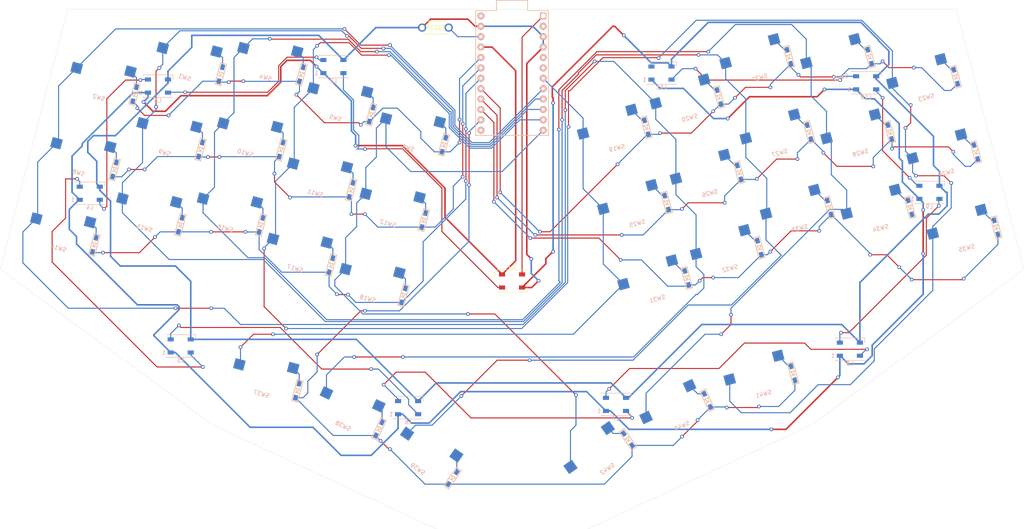
<source format=kicad_pcb>
(kicad_pcb (version 20171130) (host pcbnew "(5.1.9)-1")
  (title_block (title REVIUNG41) (date 2020-01-06) (rev 1.2))
  (layers (0 F.Cu signal) (31 B.Cu signal) (34 B.Paste user) (35 F.Paste user) (36 B.SilkS user) (37 F.SilkS user) (38 B.Mask user) (39 F.Mask user) (44 Edge.Cuts user))
  (net 0 "")
  (net 1 row0)
  (net 2 "Net-(D2-Pad2)")
  (net 3 "Net-(D3-Pad2)")
  (net 4 "Net-(D4-Pad2)")
  (net 5 "Net-(D5-Pad2)")
  (net 6 "Net-(D6-Pad2)")
  (net 7 row1)
  (net 8 "Net-(D8-Pad2)")
  (net 9 "Net-(D9-Pad2)")
  (net 10 "Net-(D10-Pad2)")
  (net 11 "Net-(D11-Pad2)")
  (net 12 "Net-(D12-Pad2)")
  (net 13 row2)
  (net 14 "Net-(D14-Pad2)")
  (net 15 "Net-(D15-Pad2)")
  (net 16 "Net-(D16-Pad2)")
  (net 17 "Net-(D17-Pad2)")
  (net 18 "Net-(D18-Pad2)")
  (net 19 row3)
  (net 20 "Net-(D19-Pad2)")
  (net 21 "Net-(D20-Pad2)")
  (net 22 "Net-(D21-Pad2)")
  (net 23 "Net-(D22-Pad2)")
  (net 24 "Net-(D23-Pad2)")
  (net 25 row4)
  (net 26 "Net-(D25-Pad2)")
  (net 27 "Net-(D26-Pad2)")
  (net 28 "Net-(D27-Pad2)")
  (net 29 "Net-(D28-Pad2)")
  (net 30 "Net-(D29-Pad2)")
  (net 31 row5)
  (net 32 "Net-(D31-Pad2)")
  (net 33 "Net-(D32-Pad2)")
  (net 34 "Net-(D33-Pad2)")
  (net 35 "Net-(D34-Pad2)")
  (net 36 "Net-(D35-Pad2)")
  (net 37 row6)
  (net 38 "Net-(D37-Pad2)")
  (net 39 "Net-(D38-Pad2)")
  (net 40 "Net-(D39-Pad2)")
  (net 41 "Net-(D40-Pad2)")
  (net 42 "Net-(D41-Pad2)")
  (net 43 LED)
  (net 44 VCC)
  (net 45 GND)
  (net 46 col0)
  (net 47 col1)
  (net 48 col2)
  (net 49 col3)
  (net 50 col4)
  (net 51 col5)
  (net 52 reset)
  (net 53 "Net-(L1-Pad2)")
  (net 54 "Net-(L2-Pad2)")
  (net 55 "Net-(L3-Pad2)")
  (net 56 "Net-(L4-Pad2)")
  (net 57 "Net-(L5-Pad2)")
  (net 58 "Net-(L6-Pad2)")
  (net 59 "Net-(L7-Pad2)")
  (net 60 "Net-(L8-Pad2)")
  (net 61 "Net-(L10-Pad4)")
  (net 62 "Net-(L10-Pad2)")
  (net 63 "Net-(D42-Pad2)")
  (net 64 "Net-(L11-Pad2)")
  (net 65 "Net-(U1-Pad2)")
  (net 66 "Net-(U1-Pad5)")
  (net 67 "Net-(U1-Pad6)")
  (net 68 "Net-(U1-Pad13)")
  (net 69 "Net-(U1-Pad24)")
  (module _reviung-kbd:ProMicro (layer B.Cu) (at 150.495 40.9575 270)
    (fp_text reference U1 hide)
    (fp_text value ProMicro)
    (pad 24 thru_hole circle (at -13.97 7.62 270) (size 1.7 1.7) (drill 0.762) (layers *.Cu *.Mask B.SilkS) (net 69 "Net-(U1-Pad24)"))
    (pad 23 thru_hole circle (at -11.43 7.62 270) (size 1.7 1.7) (drill 0.762) (layers *.Cu *.Mask B.SilkS) (net 45 GND))
    (pad 22 thru_hole circle (at -8.89 7.62 270) (size 1.7 1.7) (drill 0.762) (layers *.Cu *.Mask B.SilkS) (net 52 reset))
    (pad 21 thru_hole circle (at -6.35 7.62 270) (size 1.7 1.7) (drill 0.762) (layers *.Cu *.Mask B.SilkS) (net 44 VCC))
    (pad 20 thru_hole circle (at -3.81 7.62 270) (size 1.7 1.7) (drill 0.762) (layers *.Cu *.Mask B.SilkS) (net 1 row0))
    (pad 19 thru_hole circle (at -1.27 7.62 270) (size 1.7 1.7) (drill 0.762) (layers *.Cu *.Mask B.SilkS) (net 7 row1))
    (pad 18 thru_hole circle (at 1.27 7.62 270) (size 1.7 1.7) (drill 0.762) (layers *.Cu *.Mask B.SilkS) (net 13 row2))
    (pad 17 thru_hole circle (at 3.81 7.62 270) (size 1.7 1.7) (drill 0.762) (layers *.Cu *.Mask B.SilkS) (net 19 row3))
    (pad 16 thru_hole circle (at 6.35 7.62 270) (size 1.7 1.7) (drill 0.762) (layers *.Cu *.Mask B.SilkS) (net 25 row4))
    (pad 15 thru_hole circle (at 8.89 7.62 270) (size 1.7 1.7) (drill 0.762) (layers *.Cu *.Mask B.SilkS) (net 31 row5))
    (pad 14 thru_hole circle (at 11.43 7.62 270) (size 1.7 1.7) (drill 0.762) (layers *.Cu *.Mask B.SilkS) (net 37 row6))
    (pad 13 thru_hole circle (at 13.97 7.62 270) (size 1.7 1.7) (drill 0.762) (layers *.Cu *.Mask B.SilkS) (net 68 "Net-(U1-Pad13)"))
    (pad 12 thru_hole circle (at 13.97 -7.62 270) (size 1.7 1.7) (drill 0.762) (layers *.Cu *.Mask B.SilkS) (net 51 col5))
    (pad 11 thru_hole circle (at 11.43 -7.62 270) (size 1.7 1.7) (drill 0.762) (layers *.Cu *.Mask B.SilkS) (net 50 col4))
    (pad 10 thru_hole circle (at 8.89 -7.62 270) (size 1.7 1.7) (drill 0.762) (layers *.Cu *.Mask B.SilkS) (net 49 col3))
    (pad 9 thru_hole circle (at 6.35 -7.62 270) (size 1.7 1.7) (drill 0.762) (layers *.Cu *.Mask B.SilkS) (net 48 col2))
    (pad 8 thru_hole circle (at 3.81 -7.62 270) (size 1.7 1.7) (drill 0.762) (layers *.Cu *.Mask B.SilkS) (net 47 col1))
    (pad 7 thru_hole circle (at 1.27 -7.62 270) (size 1.7 1.7) (drill 0.762) (layers *.Cu *.Mask B.SilkS) (net 46 col0))
    (pad 6 thru_hole circle (at -1.27 -7.62 270) (size 1.7 1.7) (drill 0.762) (layers *.Cu *.Mask B.SilkS) (net 67 "Net-(U1-Pad6)"))
    (pad 5 thru_hole circle (at -3.81 -7.62 270) (size 1.7 1.7) (drill 0.762) (layers *.Cu *.Mask B.SilkS) (net 66 "Net-(U1-Pad5)"))
    (pad 4 thru_hole circle (at -6.35 -7.62 270) (size 1.7 1.7) (drill 0.762) (layers *.Cu *.Mask B.SilkS) (net 45 GND))
    (pad 3 thru_hole circle (at -8.89 -7.62 270) (size 1.7 1.7) (drill 0.762) (layers *.Cu *.Mask B.SilkS) (net 45 GND))
    (pad 2 thru_hole circle (at -11.43 -7.62 270) (size 1.7 1.7) (drill 0.762) (layers *.Cu *.Mask B.SilkS) (net 65 "Net-(U1-Pad2)"))
    (pad 1 thru_hole rect (at -13.97 -7.62 270) (size 1.6 1.6) (drill 1.1) (layers *.Cu *.Mask B.SilkS) (net 43 LED))
  )
  (module _reviung-kbd:MXOnly-1U-Hotswap (layer F.Cu) (at 172.035243 135.213702 35)
    (fp_text reference SW42)
    (fp_text value SW_PUSH)
    (fp_text user %R (at 0 3.048 35) (layer B.SilkS) (effects (justify mirror)))
    (pad 2 smd rect (at 5.842 -5.08 35) (size 2.55 2.5) (layers B.Cu B.Paste B.Mask) (net 63 "Net-(D42-Pad2)"))
    (pad 1 smd rect (at -7.085 -2.54 35) (size 2.55 2.5) (layers B.Cu B.Paste B.Mask) (net 51 col5))
    (pad "" np_thru_hole circle (at 5.08 0 83.0996) (size 1.75 1.75) (drill 1.75) (layers *.Cu *.Mask))
    (pad "" np_thru_hole circle (at -5.08 0 83.0996) (size 1.75 1.75) (drill 1.75) (layers *.Cu *.Mask))
    (pad "" np_thru_hole circle (at -3.81 -2.54 35) (size 3 3) (drill 3) (layers *.Cu *.Mask))
    (pad "" np_thru_hole circle (at 0 0 35) (size 3.9878 3.9878) (drill 3.9878) (layers *.Cu *.Mask))
    (pad "" np_thru_hole circle (at 2.54 -5.08 35) (size 3 3) (drill 3) (layers *.Cu *.Mask))
  )
  (module _reviung-kbd:MXOnly-1U-Hotswap (layer F.Cu) (at 211.180392 116.435247 15)
    (fp_text reference SW41)
    (fp_text value SW_PUSH)
    (fp_text user %R (at 0 3.048 15) (layer B.SilkS) (effects (justify mirror)))
    (pad 2 smd rect (at 5.842 -5.08 15) (size 2.55 2.5) (layers B.Cu B.Paste B.Mask) (net 42 "Net-(D41-Pad2)"))
    (pad 1 smd rect (at -7.085 -2.54 15) (size 2.55 2.5) (layers B.Cu B.Paste B.Mask) (net 50 col4))
    (pad "" np_thru_hole circle (at 5.08 0 63.0996) (size 1.75 1.75) (drill 1.75) (layers *.Cu *.Mask))
    (pad "" np_thru_hole circle (at -5.08 0 63.0996) (size 1.75 1.75) (drill 1.75) (layers *.Cu *.Mask))
    (pad "" np_thru_hole circle (at -3.81 -2.54 15) (size 3 3) (drill 3) (layers *.Cu *.Mask))
    (pad "" np_thru_hole circle (at 0 0 15) (size 3.9878 3.9878) (drill 3.9878) (layers *.Cu *.Mask))
    (pad "" np_thru_hole circle (at 2.54 -5.08 15) (size 3 3) (drill 3) (layers *.Cu *.Mask))
  )
  (module _reviung-kbd:MXOnly-1U-Hotswap (layer F.Cu) (at 190.732731 124.418703 25)
    (fp_text reference SW40)
    (fp_text value SW_PUSH)
    (fp_text user %R (at 0 3.048 25) (layer B.SilkS) (effects (justify mirror)))
    (pad 2 smd rect (at 5.842 -5.08 25) (size 2.55 2.5) (layers B.Cu B.Paste B.Mask) (net 41 "Net-(D40-Pad2)"))
    (pad 1 smd rect (at -7.085 -2.54 25) (size 2.55 2.5) (layers B.Cu B.Paste B.Mask) (net 49 col3))
    (pad "" np_thru_hole circle (at 5.08 0 73.0996) (size 1.75 1.75) (drill 1.75) (layers *.Cu *.Mask))
    (pad "" np_thru_hole circle (at -5.08 0 73.0996) (size 1.75 1.75) (drill 1.75) (layers *.Cu *.Mask))
    (pad "" np_thru_hole circle (at -3.81 -2.54 25) (size 3 3) (drill 3) (layers *.Cu *.Mask))
    (pad "" np_thru_hole circle (at 0 0 25) (size 3.9878 3.9878) (drill 3.9878) (layers *.Cu *.Mask))
    (pad "" np_thru_hole circle (at 2.54 -5.08 25) (size 3 3) (drill 3) (layers *.Cu *.Mask))
  )
  (module _reviung-kbd:MXOnly-1U-Hotswap (layer F.Cu) (at 129.196353 135.213702 325)
    (fp_text reference SW39)
    (fp_text value SW_PUSH)
    (fp_text user %R (at 0 3.048 145) (layer B.SilkS) (effects (justify mirror)))
    (pad 2 smd rect (at 5.842 -5.08 325) (size 2.55 2.5) (layers B.Cu B.Paste B.Mask) (net 40 "Net-(D39-Pad2)"))
    (pad 1 smd rect (at -7.085 -2.54 325) (size 2.55 2.5) (layers B.Cu B.Paste B.Mask) (net 48 col2))
    (pad "" np_thru_hole circle (at 5.08 0 13.0996) (size 1.75 1.75) (drill 1.75) (layers *.Cu *.Mask))
    (pad "" np_thru_hole circle (at -5.08 0 13.0996) (size 1.75 1.75) (drill 1.75) (layers *.Cu *.Mask))
    (pad "" np_thru_hole circle (at -3.81 -2.54 325) (size 3 3) (drill 3) (layers *.Cu *.Mask))
    (pad "" np_thru_hole circle (at 0 0 325) (size 3.9878 3.9878) (drill 3.9878) (layers *.Cu *.Mask))
    (pad "" np_thru_hole circle (at 2.54 -5.08 325) (size 3 3) (drill 3) (layers *.Cu *.Mask))
  )
  (module _reviung-kbd:MXOnly-1U-Hotswap (layer F.Cu) (at 110.498865 124.418703 335)
    (fp_text reference SW38)
    (fp_text value SW_PUSH)
    (fp_text user %R (at 0 3.048 155) (layer B.SilkS) (effects (justify mirror)))
    (pad 2 smd rect (at 5.842 -5.08 335) (size 2.55 2.5) (layers B.Cu B.Paste B.Mask) (net 39 "Net-(D38-Pad2)"))
    (pad 1 smd rect (at -7.085 -2.54 335) (size 2.55 2.5) (layers B.Cu B.Paste B.Mask) (net 47 col1))
    (pad "" np_thru_hole circle (at 5.08 0 23.0996) (size 1.75 1.75) (drill 1.75) (layers *.Cu *.Mask))
    (pad "" np_thru_hole circle (at -5.08 0 23.0996) (size 1.75 1.75) (drill 1.75) (layers *.Cu *.Mask))
    (pad "" np_thru_hole circle (at -3.81 -2.54 335) (size 3 3) (drill 3) (layers *.Cu *.Mask))
    (pad "" np_thru_hole circle (at 0 0 335) (size 3.9878 3.9878) (drill 3.9878) (layers *.Cu *.Mask))
    (pad "" np_thru_hole circle (at 2.54 -5.08 335) (size 3 3) (drill 3) (layers *.Cu *.Mask))
  )
  (module _reviung-kbd:MXOnly-1U-Hotswap (layer F.Cu) (at 90.051204 116.435247 345)
    (fp_text reference SW37)
    (fp_text value SW_PUSH)
    (fp_text user %R (at 0 3.048 165) (layer B.SilkS) (effects (justify mirror)))
    (pad 2 smd rect (at 5.842 -5.08 345) (size 2.55 2.5) (layers B.Cu B.Paste B.Mask) (net 38 "Net-(D37-Pad2)"))
    (pad 1 smd rect (at -7.085 -2.54 345) (size 2.55 2.5) (layers B.Cu B.Paste B.Mask) (net 46 col0))
    (pad "" np_thru_hole circle (at 5.08 0 33.0996) (size 1.75 1.75) (drill 1.75) (layers *.Cu *.Mask))
    (pad "" np_thru_hole circle (at -5.08 0 33.0996) (size 1.75 1.75) (drill 1.75) (layers *.Cu *.Mask))
    (pad "" np_thru_hole circle (at -3.81 -2.54 345) (size 3 3) (drill 3) (layers *.Cu *.Mask))
    (pad "" np_thru_hole circle (at 0 0 345) (size 3.9878 3.9878) (drill 3.9878) (layers *.Cu *.Mask))
    (pad "" np_thru_hole circle (at 2.54 -5.08 345) (size 3 3) (drill 3) (layers *.Cu *.Mask))
  )
  (module _reviung-kbd:MXOnly-1U-Hotswap (layer F.Cu) (at 260.795146 80.789402 15)
    (fp_text reference SW35)
    (fp_text value SW_PUSH)
    (fp_text user %R (at 0 3.048 15) (layer B.SilkS) (effects (justify mirror)))
    (pad 2 smd rect (at 5.842 -5.08 15) (size 2.55 2.5) (layers B.Cu B.Paste B.Mask) (net 36 "Net-(D35-Pad2)"))
    (pad 1 smd rect (at -7.085 -2.54 15) (size 2.55 2.5) (layers B.Cu B.Paste B.Mask) (net 50 col4))
    (pad "" np_thru_hole circle (at 5.08 0 63.0996) (size 1.75 1.75) (drill 1.75) (layers *.Cu *.Mask))
    (pad "" np_thru_hole circle (at -5.08 0 63.0996) (size 1.75 1.75) (drill 1.75) (layers *.Cu *.Mask))
    (pad "" np_thru_hole circle (at -3.81 -2.54 15) (size 3 3) (drill 3) (layers *.Cu *.Mask))
    (pad "" np_thru_hole circle (at 0 0 15) (size 3.9878 3.9878) (drill 3.9878) (layers *.Cu *.Mask))
    (pad "" np_thru_hole circle (at 2.54 -5.08 15) (size 3 3) (drill 3) (layers *.Cu *.Mask))
  )
  (module _reviung-kbd:MXOnly-1U-Hotswap (layer F.Cu) (at 239.76466 75.906099 15)
    (fp_text reference SW34)
    (fp_text value SW_PUSH)
    (fp_text user %R (at 0 3.048 15) (layer B.SilkS) (effects (justify mirror)))
    (pad 2 smd rect (at 5.842 -5.08 15) (size 2.55 2.5) (layers B.Cu B.Paste B.Mask) (net 35 "Net-(D34-Pad2)"))
    (pad 1 smd rect (at -7.085 -2.54 15) (size 2.55 2.5) (layers B.Cu B.Paste B.Mask) (net 49 col3))
    (pad "" np_thru_hole circle (at 5.08 0 63.0996) (size 1.75 1.75) (drill 1.75) (layers *.Cu *.Mask))
    (pad "" np_thru_hole circle (at -5.08 0 63.0996) (size 1.75 1.75) (drill 1.75) (layers *.Cu *.Mask))
    (pad "" np_thru_hole circle (at -3.81 -2.54 15) (size 3 3) (drill 3) (layers *.Cu *.Mask))
    (pad "" np_thru_hole circle (at 0 0 15) (size 3.9878 3.9878) (drill 3.9878) (layers *.Cu *.Mask))
    (pad "" np_thru_hole circle (at 2.54 -5.08 15) (size 3 3) (drill 3) (layers *.Cu *.Mask))
  )
  (module _reviung-kbd:MXOnly-1U-Hotswap (layer F.Cu) (at 220.048973 75.929698 15)
    (fp_text reference SW33)
    (fp_text value SW_PUSH)
    (fp_text user %R (at 0 3.048 15) (layer B.SilkS) (effects (justify mirror)))
    (pad 2 smd rect (at 5.842 -5.08 15) (size 2.55 2.5) (layers B.Cu B.Paste B.Mask) (net 34 "Net-(D33-Pad2)"))
    (pad 1 smd rect (at -7.085 -2.54 15) (size 2.55 2.5) (layers B.Cu B.Paste B.Mask) (net 48 col2))
    (pad "" np_thru_hole circle (at 5.08 0 63.0996) (size 1.75 1.75) (drill 1.75) (layers *.Cu *.Mask))
    (pad "" np_thru_hole circle (at -5.08 0 63.0996) (size 1.75 1.75) (drill 1.75) (layers *.Cu *.Mask))
    (pad "" np_thru_hole circle (at -3.81 -2.54 15) (size 3 3) (drill 3) (layers *.Cu *.Mask))
    (pad "" np_thru_hole circle (at 0 0 15) (size 3.9878 3.9878) (drill 3.9878) (layers *.Cu *.Mask))
    (pad "" np_thru_hole circle (at 2.54 -5.08 15) (size 3 3) (drill 3) (layers *.Cu *.Mask))
  )
  (module _reviung-kbd:MXOnly-1U-Hotswap (layer F.Cu) (at 202.962888 85.767103 15)
    (fp_text reference SW32)
    (fp_text value SW_PUSH)
    (fp_text user %R (at 0 3.048 15) (layer B.SilkS) (effects (justify mirror)))
    (pad 2 smd rect (at 5.842 -5.08 15) (size 2.55 2.5) (layers B.Cu B.Paste B.Mask) (net 33 "Net-(D32-Pad2)"))
    (pad 1 smd rect (at -7.085 -2.54 15) (size 2.55 2.5) (layers B.Cu B.Paste B.Mask) (net 47 col1))
    (pad "" np_thru_hole circle (at 5.08 0 63.0996) (size 1.75 1.75) (drill 1.75) (layers *.Cu *.Mask))
    (pad "" np_thru_hole circle (at -5.08 0 63.0996) (size 1.75 1.75) (drill 1.75) (layers *.Cu *.Mask))
    (pad "" np_thru_hole circle (at -3.81 -2.54 15) (size 3 3) (drill 3) (layers *.Cu *.Mask))
    (pad "" np_thru_hole circle (at 0 0 15) (size 3.9878 3.9878) (drill 3.9878) (layers *.Cu *.Mask))
    (pad "" np_thru_hole circle (at 2.54 -5.08 15) (size 3 3) (drill 3) (layers *.Cu *.Mask))
  )
  (module _reviung-kbd:MXOnly-1U-Hotswap (layer F.Cu) (at 185.219402 93.151057 15)
    (fp_text reference SW31)
    (fp_text value SW_PUSH)
    (fp_text user %R (at 0 3.048 15) (layer B.SilkS) (effects (justify mirror)))
    (pad 2 smd rect (at 5.842 -5.08 15) (size 2.55 2.5) (layers B.Cu B.Paste B.Mask) (net 32 "Net-(D31-Pad2)"))
    (pad 1 smd rect (at -7.085 -2.54 15) (size 2.55 2.5) (layers B.Cu B.Paste B.Mask) (net 46 col0))
    (pad "" np_thru_hole circle (at 5.08 0 63.0996) (size 1.75 1.75) (drill 1.75) (layers *.Cu *.Mask))
    (pad "" np_thru_hole circle (at -5.08 0 63.0996) (size 1.75 1.75) (drill 1.75) (layers *.Cu *.Mask))
    (pad "" np_thru_hole circle (at -3.81 -2.54 15) (size 3 3) (drill 3) (layers *.Cu *.Mask))
    (pad "" np_thru_hole circle (at 0 0 15) (size 3.9878 3.9878) (drill 3.9878) (layers *.Cu *.Mask))
    (pad "" np_thru_hole circle (at 2.54 -5.08 15) (size 3 3) (drill 3) (layers *.Cu *.Mask))
  )
  (module _reviung-kbd:MXOnly-1U-Hotswap (layer F.Cu) (at 255.864644 62.388516 15)
    (fp_text reference SW29)
    (fp_text value SW_PUSH)
    (fp_text user %R (at 0 3.048 15) (layer B.SilkS) (effects (justify mirror)))
    (pad 2 smd rect (at 5.842 -5.08 15) (size 2.55 2.5) (layers B.Cu B.Paste B.Mask) (net 30 "Net-(D29-Pad2)"))
    (pad 1 smd rect (at -7.085 -2.54 15) (size 2.55 2.5) (layers B.Cu B.Paste B.Mask) (net 50 col4))
    (pad "" np_thru_hole circle (at 5.08 0 63.0996) (size 1.75 1.75) (drill 1.75) (layers *.Cu *.Mask))
    (pad "" np_thru_hole circle (at -5.08 0 63.0996) (size 1.75 1.75) (drill 1.75) (layers *.Cu *.Mask))
    (pad "" np_thru_hole circle (at -3.81 -2.54 15) (size 3 3) (drill 3) (layers *.Cu *.Mask))
    (pad "" np_thru_hole circle (at 0 0 15) (size 3.9878 3.9878) (drill 3.9878) (layers *.Cu *.Mask))
    (pad "" np_thru_hole circle (at 2.54 -5.08 15) (size 3 3) (drill 3) (layers *.Cu *.Mask))
  )
  (module _reviung-kbd:MXOnly-1U-Hotswap (layer F.Cu) (at 234.834158 57.505213 15)
    (fp_text reference SW28)
    (fp_text value SW_PUSH)
    (fp_text user %R (at 0 3.048 15) (layer B.SilkS) (effects (justify mirror)))
    (pad 2 smd rect (at 5.842 -5.08 15) (size 2.55 2.5) (layers B.Cu B.Paste B.Mask) (net 29 "Net-(D28-Pad2)"))
    (pad 1 smd rect (at -7.085 -2.54 15) (size 2.55 2.5) (layers B.Cu B.Paste B.Mask) (net 49 col3))
    (pad "" np_thru_hole circle (at 5.08 0 63.0996) (size 1.75 1.75) (drill 1.75) (layers *.Cu *.Mask))
    (pad "" np_thru_hole circle (at -5.08 0 63.0996) (size 1.75 1.75) (drill 1.75) (layers *.Cu *.Mask))
    (pad "" np_thru_hole circle (at -3.81 -2.54 15) (size 3 3) (drill 3) (layers *.Cu *.Mask))
    (pad "" np_thru_hole circle (at 0 0 15) (size 3.9878 3.9878) (drill 3.9878) (layers *.Cu *.Mask))
    (pad "" np_thru_hole circle (at 2.54 -5.08 15) (size 3 3) (drill 3) (layers *.Cu *.Mask))
  )
  (module _reviung-kbd:MXOnly-1U-Hotswap (layer F.Cu) (at 215.118471 57.528812 15)
    (fp_text reference SW27)
    (fp_text value SW_PUSH)
    (fp_text user %R (at 0 3.048 15) (layer B.SilkS) (effects (justify mirror)))
    (pad 2 smd rect (at 5.842 -5.08 15) (size 2.55 2.5) (layers B.Cu B.Paste B.Mask) (net 28 "Net-(D27-Pad2)"))
    (pad 1 smd rect (at -7.085 -2.54 15) (size 2.55 2.5) (layers B.Cu B.Paste B.Mask) (net 48 col2))
    (pad "" np_thru_hole circle (at 5.08 0 63.0996) (size 1.75 1.75) (drill 1.75) (layers *.Cu *.Mask))
    (pad "" np_thru_hole circle (at -5.08 0 63.0996) (size 1.75 1.75) (drill 1.75) (layers *.Cu *.Mask))
    (pad "" np_thru_hole circle (at -3.81 -2.54 15) (size 3 3) (drill 3) (layers *.Cu *.Mask))
    (pad "" np_thru_hole circle (at 0 0 15) (size 3.9878 3.9878) (drill 3.9878) (layers *.Cu *.Mask))
    (pad "" np_thru_hole circle (at 2.54 -5.08 15) (size 3 3) (drill 3) (layers *.Cu *.Mask))
  )
  (module _reviung-kbd:MXOnly-1U-Hotswap (layer F.Cu) (at 198.032386 67.366217 15)
    (fp_text reference SW26)
    (fp_text value SW_PUSH)
    (fp_text user %R (at 0 3.048 15) (layer B.SilkS) (effects (justify mirror)))
    (pad 2 smd rect (at 5.842 -5.08 15) (size 2.55 2.5) (layers B.Cu B.Paste B.Mask) (net 27 "Net-(D26-Pad2)"))
    (pad 1 smd rect (at -7.085 -2.54 15) (size 2.55 2.5) (layers B.Cu B.Paste B.Mask) (net 47 col1))
    (pad "" np_thru_hole circle (at 5.08 0 63.0996) (size 1.75 1.75) (drill 1.75) (layers *.Cu *.Mask))
    (pad "" np_thru_hole circle (at -5.08 0 63.0996) (size 1.75 1.75) (drill 1.75) (layers *.Cu *.Mask))
    (pad "" np_thru_hole circle (at -3.81 -2.54 15) (size 3 3) (drill 3) (layers *.Cu *.Mask))
    (pad "" np_thru_hole circle (at 0 0 15) (size 3.9878 3.9878) (drill 3.9878) (layers *.Cu *.Mask))
    (pad "" np_thru_hole circle (at 2.54 -5.08 15) (size 3 3) (drill 3) (layers *.Cu *.Mask))
  )
  (module _reviung-kbd:MXOnly-1U-Hotswap (layer F.Cu) (at 180.2889 74.750171 15)
    (fp_text reference SW25)
    (fp_text value SW_PUSH)
    (fp_text user %R (at 0 3.048 15) (layer B.SilkS) (effects (justify mirror)))
    (pad 2 smd rect (at 5.842 -5.08 15) (size 2.55 2.5) (layers B.Cu B.Paste B.Mask) (net 26 "Net-(D25-Pad2)"))
    (pad 1 smd rect (at -7.085 -2.54 15) (size 2.55 2.5) (layers B.Cu B.Paste B.Mask) (net 46 col0))
    (pad "" np_thru_hole circle (at 5.08 0 63.0996) (size 1.75 1.75) (drill 1.75) (layers *.Cu *.Mask))
    (pad "" np_thru_hole circle (at -5.08 0 63.0996) (size 1.75 1.75) (drill 1.75) (layers *.Cu *.Mask))
    (pad "" np_thru_hole circle (at -3.81 -2.54 15) (size 3 3) (drill 3) (layers *.Cu *.Mask))
    (pad "" np_thru_hole circle (at 0 0 15) (size 3.9878 3.9878) (drill 3.9878) (layers *.Cu *.Mask))
    (pad "" np_thru_hole circle (at 2.54 -5.08 15) (size 3 3) (drill 3) (layers *.Cu *.Mask))
  )
  (module _reviung-kbd:MXOnly-1U-Hotswap (layer F.Cu) (at 250.934142 43.98763 15)
    (fp_text reference SW23)
    (fp_text value SW_PUSH)
    (fp_text user %R (at 0 3.048 15) (layer B.SilkS) (effects (justify mirror)))
    (pad 2 smd rect (at 5.842 -5.08 15) (size 2.55 2.5) (layers B.Cu B.Paste B.Mask) (net 24 "Net-(D23-Pad2)"))
    (pad 1 smd rect (at -7.085 -2.54 15) (size 2.55 2.5) (layers B.Cu B.Paste B.Mask) (net 50 col4))
    (pad "" np_thru_hole circle (at 5.08 0 63.0996) (size 1.75 1.75) (drill 1.75) (layers *.Cu *.Mask))
    (pad "" np_thru_hole circle (at -5.08 0 63.0996) (size 1.75 1.75) (drill 1.75) (layers *.Cu *.Mask))
    (pad "" np_thru_hole circle (at -3.81 -2.54 15) (size 3 3) (drill 3) (layers *.Cu *.Mask))
    (pad "" np_thru_hole circle (at 0 0 15) (size 3.9878 3.9878) (drill 3.9878) (layers *.Cu *.Mask))
    (pad "" np_thru_hole circle (at 2.54 -5.08 15) (size 3 3) (drill 3) (layers *.Cu *.Mask))
  )
  (module _reviung-kbd:MXOnly-1U-Hotswap (layer F.Cu) (at 229.903656 39.104327 15)
    (fp_text reference SW22)
    (fp_text value SW_PUSH)
    (fp_text user %R (at 0 3.048 15) (layer B.SilkS) (effects (justify mirror)))
    (pad 2 smd rect (at 5.842 -5.08 15) (size 2.55 2.5) (layers B.Cu B.Paste B.Mask) (net 23 "Net-(D22-Pad2)"))
    (pad 1 smd rect (at -7.085 -2.54 15) (size 2.55 2.5) (layers B.Cu B.Paste B.Mask) (net 49 col3))
    (pad "" np_thru_hole circle (at 5.08 0 63.0996) (size 1.75 1.75) (drill 1.75) (layers *.Cu *.Mask))
    (pad "" np_thru_hole circle (at -5.08 0 63.0996) (size 1.75 1.75) (drill 1.75) (layers *.Cu *.Mask))
    (pad "" np_thru_hole circle (at -3.81 -2.54 15) (size 3 3) (drill 3) (layers *.Cu *.Mask))
    (pad "" np_thru_hole circle (at 0 0 15) (size 3.9878 3.9878) (drill 3.9878) (layers *.Cu *.Mask))
    (pad "" np_thru_hole circle (at 2.54 -5.08 15) (size 3 3) (drill 3) (layers *.Cu *.Mask))
  )
  (module _reviung-kbd:MXOnly-1U-Hotswap (layer F.Cu) (at 210.187969 39.127926 15)
    (fp_text reference SW21)
    (fp_text value SW_PUSH)
    (fp_text user %R (at 0 3.048 15) (layer B.SilkS) (effects (justify mirror)))
    (pad 2 smd rect (at 5.842 -5.08 15) (size 2.55 2.5) (layers B.Cu B.Paste B.Mask) (net 22 "Net-(D21-Pad2)"))
    (pad 1 smd rect (at -7.085 -2.54 15) (size 2.55 2.5) (layers B.Cu B.Paste B.Mask) (net 48 col2))
    (pad "" np_thru_hole circle (at 5.08 0 63.0996) (size 1.75 1.75) (drill 1.75) (layers *.Cu *.Mask))
    (pad "" np_thru_hole circle (at -5.08 0 63.0996) (size 1.75 1.75) (drill 1.75) (layers *.Cu *.Mask))
    (pad "" np_thru_hole circle (at -3.81 -2.54 15) (size 3 3) (drill 3) (layers *.Cu *.Mask))
    (pad "" np_thru_hole circle (at 0 0 15) (size 3.9878 3.9878) (drill 3.9878) (layers *.Cu *.Mask))
    (pad "" np_thru_hole circle (at 2.54 -5.08 15) (size 3 3) (drill 3) (layers *.Cu *.Mask))
  )
  (module _reviung-kbd:MXOnly-1U-Hotswap (layer F.Cu) (at 193.101884 48.965331 15)
    (fp_text reference SW20)
    (fp_text value SW_PUSH)
    (fp_text user %R (at 0 3.048 15) (layer B.SilkS) (effects (justify mirror)))
    (pad 2 smd rect (at 5.842 -5.08 15) (size 2.55 2.5) (layers B.Cu B.Paste B.Mask) (net 21 "Net-(D20-Pad2)"))
    (pad 1 smd rect (at -7.085 -2.54 15) (size 2.55 2.5) (layers B.Cu B.Paste B.Mask) (net 47 col1))
    (pad "" np_thru_hole circle (at 5.08 0 63.0996) (size 1.75 1.75) (drill 1.75) (layers *.Cu *.Mask))
    (pad "" np_thru_hole circle (at -5.08 0 63.0996) (size 1.75 1.75) (drill 1.75) (layers *.Cu *.Mask))
    (pad "" np_thru_hole circle (at -3.81 -2.54 15) (size 3 3) (drill 3) (layers *.Cu *.Mask))
    (pad "" np_thru_hole circle (at 0 0 15) (size 3.9878 3.9878) (drill 3.9878) (layers *.Cu *.Mask))
    (pad "" np_thru_hole circle (at 2.54 -5.08 15) (size 3 3) (drill 3) (layers *.Cu *.Mask))
  )
  (module _reviung-kbd:MXOnly-1U-Hotswap (layer F.Cu) (at 175.358398 56.349285 15)
    (fp_text reference SW19)
    (fp_text value SW_PUSH)
    (fp_text user %R (at 0 3.048 15) (layer B.SilkS) (effects (justify mirror)))
    (pad 2 smd rect (at 5.842 -5.08 15) (size 2.55 2.5) (layers B.Cu B.Paste B.Mask) (net 20 "Net-(D19-Pad2)"))
    (pad 1 smd rect (at -7.085 -2.54 15) (size 2.55 2.5) (layers B.Cu B.Paste B.Mask) (net 46 col0))
    (pad "" np_thru_hole circle (at 5.08 0 63.0996) (size 1.75 1.75) (drill 1.75) (layers *.Cu *.Mask))
    (pad "" np_thru_hole circle (at -5.08 0 63.0996) (size 1.75 1.75) (drill 1.75) (layers *.Cu *.Mask))
    (pad "" np_thru_hole circle (at -3.81 -2.54 15) (size 3 3) (drill 3) (layers *.Cu *.Mask))
    (pad "" np_thru_hole circle (at 0 0 15) (size 3.9878 3.9878) (drill 3.9878) (layers *.Cu *.Mask))
    (pad "" np_thru_hole circle (at 2.54 -5.08 15) (size 3 3) (drill 3) (layers *.Cu *.Mask))
  )
  (module _reviung-kbd:MXOnly-1U-Hotswap (layer F.Cu) (at 116.012194 93.151057 345)
    (fp_text reference SW18)
    (fp_text value SW_PUSH)
    (fp_text user %R (at 0 3.048 165) (layer B.SilkS) (effects (justify mirror)))
    (pad 2 smd rect (at 5.842 -5.08 345) (size 2.55 2.5) (layers B.Cu B.Paste B.Mask) (net 18 "Net-(D18-Pad2)"))
    (pad 1 smd rect (at -7.085 -2.54 345) (size 2.55 2.5) (layers B.Cu B.Paste B.Mask) (net 51 col5))
    (pad "" np_thru_hole circle (at 5.08 0 33.0996) (size 1.75 1.75) (drill 1.75) (layers *.Cu *.Mask))
    (pad "" np_thru_hole circle (at -5.08 0 33.0996) (size 1.75 1.75) (drill 1.75) (layers *.Cu *.Mask))
    (pad "" np_thru_hole circle (at -3.81 -2.54 345) (size 3 3) (drill 3) (layers *.Cu *.Mask))
    (pad "" np_thru_hole circle (at 0 0 345) (size 3.9878 3.9878) (drill 3.9878) (layers *.Cu *.Mask))
    (pad "" np_thru_hole circle (at 2.54 -5.08 345) (size 3 3) (drill 3) (layers *.Cu *.Mask))
  )
  (module _reviung-kbd:MXOnly-1U-Hotswap (layer F.Cu) (at 98.268708 85.767103 345)
    (fp_text reference SW17)
    (fp_text value SW_PUSH)
    (fp_text user %R (at 0 3.048 165) (layer B.SilkS) (effects (justify mirror)))
    (pad 2 smd rect (at 5.842 -5.08 345) (size 2.55 2.5) (layers B.Cu B.Paste B.Mask) (net 17 "Net-(D17-Pad2)"))
    (pad 1 smd rect (at -7.085 -2.54 345) (size 2.55 2.5) (layers B.Cu B.Paste B.Mask) (net 50 col4))
    (pad "" np_thru_hole circle (at 5.08 0 33.0996) (size 1.75 1.75) (drill 1.75) (layers *.Cu *.Mask))
    (pad "" np_thru_hole circle (at -5.08 0 33.0996) (size 1.75 1.75) (drill 1.75) (layers *.Cu *.Mask))
    (pad "" np_thru_hole circle (at -3.81 -2.54 345) (size 3 3) (drill 3) (layers *.Cu *.Mask))
    (pad "" np_thru_hole circle (at 0 0 345) (size 3.9878 3.9878) (drill 3.9878) (layers *.Cu *.Mask))
    (pad "" np_thru_hole circle (at 2.54 -5.08 345) (size 3 3) (drill 3) (layers *.Cu *.Mask))
  )
  (module _reviung-kbd:MXOnly-1U-Hotswap (layer F.Cu) (at 81.182623 75.929698 345)
    (fp_text reference SW16)
    (fp_text value SW_PUSH)
    (fp_text user %R (at 0 3.048 165) (layer B.SilkS) (effects (justify mirror)))
    (pad 2 smd rect (at 5.842 -5.08 345) (size 2.55 2.5) (layers B.Cu B.Paste B.Mask) (net 16 "Net-(D16-Pad2)"))
    (pad 1 smd rect (at -7.085 -2.54 345) (size 2.55 2.5) (layers B.Cu B.Paste B.Mask) (net 49 col3))
    (pad "" np_thru_hole circle (at 5.08 0 33.0996) (size 1.75 1.75) (drill 1.75) (layers *.Cu *.Mask))
    (pad "" np_thru_hole circle (at -5.08 0 33.0996) (size 1.75 1.75) (drill 1.75) (layers *.Cu *.Mask))
    (pad "" np_thru_hole circle (at -3.81 -2.54 345) (size 3 3) (drill 3) (layers *.Cu *.Mask))
    (pad "" np_thru_hole circle (at 0 0 345) (size 3.9878 3.9878) (drill 3.9878) (layers *.Cu *.Mask))
    (pad "" np_thru_hole circle (at 2.54 -5.08 345) (size 3 3) (drill 3) (layers *.Cu *.Mask))
  )
  (module _reviung-kbd:MXOnly-1U-Hotswap (layer F.Cu) (at 61.466936 75.906099 345)
    (fp_text reference SW15)
    (fp_text value SW_PUSH)
    (fp_text user %R (at 0 3.048 165) (layer B.SilkS) (effects (justify mirror)))
    (pad 2 smd rect (at 5.842 -5.08 345) (size 2.55 2.5) (layers B.Cu B.Paste B.Mask) (net 15 "Net-(D15-Pad2)"))
    (pad 1 smd rect (at -7.085 -2.54 345) (size 2.55 2.5) (layers B.Cu B.Paste B.Mask) (net 48 col2))
    (pad "" np_thru_hole circle (at 5.08 0 33.0996) (size 1.75 1.75) (drill 1.75) (layers *.Cu *.Mask))
    (pad "" np_thru_hole circle (at -5.08 0 33.0996) (size 1.75 1.75) (drill 1.75) (layers *.Cu *.Mask))
    (pad "" np_thru_hole circle (at -3.81 -2.54 345) (size 3 3) (drill 3) (layers *.Cu *.Mask))
    (pad "" np_thru_hole circle (at 0 0 345) (size 3.9878 3.9878) (drill 3.9878) (layers *.Cu *.Mask))
    (pad "" np_thru_hole circle (at 2.54 -5.08 345) (size 3 3) (drill 3) (layers *.Cu *.Mask))
  )
  (module _reviung-kbd:MXOnly-1U-Hotswap (layer F.Cu) (at 40.43645 80.789403 345)
    (fp_text reference SW14)
    (fp_text value SW_PUSH)
    (fp_text user %R (at 0 3.048 165) (layer B.SilkS) (effects (justify mirror)))
    (pad 2 smd rect (at 5.842 -5.08 345) (size 2.55 2.5) (layers B.Cu B.Paste B.Mask) (net 14 "Net-(D14-Pad2)"))
    (pad 1 smd rect (at -7.085 -2.54 345) (size 2.55 2.5) (layers B.Cu B.Paste B.Mask) (net 47 col1))
    (pad "" np_thru_hole circle (at 5.08 0 33.0996) (size 1.75 1.75) (drill 1.75) (layers *.Cu *.Mask))
    (pad "" np_thru_hole circle (at -5.08 0 33.0996) (size 1.75 1.75) (drill 1.75) (layers *.Cu *.Mask))
    (pad "" np_thru_hole circle (at -3.81 -2.54 345) (size 3 3) (drill 3) (layers *.Cu *.Mask))
    (pad "" np_thru_hole circle (at 0 0 345) (size 3.9878 3.9878) (drill 3.9878) (layers *.Cu *.Mask))
    (pad "" np_thru_hole circle (at 2.54 -5.08 345) (size 3 3) (drill 3) (layers *.Cu *.Mask))
  )
  (module _reviung-kbd:MXOnly-1U-Hotswap (layer F.Cu) (at 120.942696 74.750171 345)
    (fp_text reference SW12)
    (fp_text value SW_PUSH)
    (fp_text user %R (at 0 3.048 165) (layer B.SilkS) (effects (justify mirror)))
    (pad 2 smd rect (at 5.842 -5.08 345) (size 2.55 2.5) (layers B.Cu B.Paste B.Mask) (net 12 "Net-(D12-Pad2)"))
    (pad 1 smd rect (at -7.085 -2.54 345) (size 2.55 2.5) (layers B.Cu B.Paste B.Mask) (net 51 col5))
    (pad "" np_thru_hole circle (at 5.08 0 33.0996) (size 1.75 1.75) (drill 1.75) (layers *.Cu *.Mask))
    (pad "" np_thru_hole circle (at -5.08 0 33.0996) (size 1.75 1.75) (drill 1.75) (layers *.Cu *.Mask))
    (pad "" np_thru_hole circle (at -3.81 -2.54 345) (size 3 3) (drill 3) (layers *.Cu *.Mask))
    (pad "" np_thru_hole circle (at 0 0 345) (size 3.9878 3.9878) (drill 3.9878) (layers *.Cu *.Mask))
    (pad "" np_thru_hole circle (at 2.54 -5.08 345) (size 3 3) (drill 3) (layers *.Cu *.Mask))
  )
  (module _reviung-kbd:MXOnly-1U-Hotswap (layer F.Cu) (at 103.19921 67.366217 345)
    (fp_text reference SW11)
    (fp_text value SW_PUSH)
    (fp_text user %R (at 0 3.048 165) (layer B.SilkS) (effects (justify mirror)))
    (pad 2 smd rect (at 5.842 -5.08 345) (size 2.55 2.5) (layers B.Cu B.Paste B.Mask) (net 11 "Net-(D11-Pad2)"))
    (pad 1 smd rect (at -7.085 -2.54 345) (size 2.55 2.5) (layers B.Cu B.Paste B.Mask) (net 50 col4))
    (pad "" np_thru_hole circle (at 5.08 0 33.0996) (size 1.75 1.75) (drill 1.75) (layers *.Cu *.Mask))
    (pad "" np_thru_hole circle (at -5.08 0 33.0996) (size 1.75 1.75) (drill 1.75) (layers *.Cu *.Mask))
    (pad "" np_thru_hole circle (at -3.81 -2.54 345) (size 3 3) (drill 3) (layers *.Cu *.Mask))
    (pad "" np_thru_hole circle (at 0 0 345) (size 3.9878 3.9878) (drill 3.9878) (layers *.Cu *.Mask))
    (pad "" np_thru_hole circle (at 2.54 -5.08 345) (size 3 3) (drill 3) (layers *.Cu *.Mask))
  )
  (module _reviung-kbd:MXOnly-1U-Hotswap (layer F.Cu) (at 86.113125 57.528812 345)
    (fp_text reference SW10)
    (fp_text value SW_PUSH)
    (fp_text user %R (at 0 3.048 165) (layer B.SilkS) (effects (justify mirror)))
    (pad 2 smd rect (at 5.842 -5.08 345) (size 2.55 2.5) (layers B.Cu B.Paste B.Mask) (net 10 "Net-(D10-Pad2)"))
    (pad 1 smd rect (at -7.085 -2.54 345) (size 2.55 2.5) (layers B.Cu B.Paste B.Mask) (net 49 col3))
    (pad "" np_thru_hole circle (at 5.08 0 33.0996) (size 1.75 1.75) (drill 1.75) (layers *.Cu *.Mask))
    (pad "" np_thru_hole circle (at -5.08 0 33.0996) (size 1.75 1.75) (drill 1.75) (layers *.Cu *.Mask))
    (pad "" np_thru_hole circle (at -3.81 -2.54 345) (size 3 3) (drill 3) (layers *.Cu *.Mask))
    (pad "" np_thru_hole circle (at 0 0 345) (size 3.9878 3.9878) (drill 3.9878) (layers *.Cu *.Mask))
    (pad "" np_thru_hole circle (at 2.54 -5.08 345) (size 3 3) (drill 3) (layers *.Cu *.Mask))
  )
  (module _reviung-kbd:MXOnly-1U-Hotswap (layer F.Cu) (at 66.397438 57.505213 345)
    (fp_text reference SW9)
    (fp_text value SW_PUSH)
    (fp_text user %R (at 0 3.048 165) (layer B.SilkS) (effects (justify mirror)))
    (pad 2 smd rect (at 5.842 -5.08 345) (size 2.55 2.5) (layers B.Cu B.Paste B.Mask) (net 9 "Net-(D9-Pad2)"))
    (pad 1 smd rect (at -7.085 -2.54 345) (size 2.55 2.5) (layers B.Cu B.Paste B.Mask) (net 48 col2))
    (pad "" np_thru_hole circle (at 5.08 0 33.0996) (size 1.75 1.75) (drill 1.75) (layers *.Cu *.Mask))
    (pad "" np_thru_hole circle (at -5.08 0 33.0996) (size 1.75 1.75) (drill 1.75) (layers *.Cu *.Mask))
    (pad "" np_thru_hole circle (at -3.81 -2.54 345) (size 3 3) (drill 3) (layers *.Cu *.Mask))
    (pad "" np_thru_hole circle (at 0 0 345) (size 3.9878 3.9878) (drill 3.9878) (layers *.Cu *.Mask))
    (pad "" np_thru_hole circle (at 2.54 -5.08 345) (size 3 3) (drill 3) (layers *.Cu *.Mask))
  )
  (module _reviung-kbd:MXOnly-1U-Hotswap (layer F.Cu) (at 45.366952 62.388517 345)
    (fp_text reference SW8)
    (fp_text value SW_PUSH)
    (fp_text user %R (at 0 3.048 165) (layer B.SilkS) (effects (justify mirror)))
    (pad 2 smd rect (at 5.842 -5.08 345) (size 2.55 2.5) (layers B.Cu B.Paste B.Mask) (net 8 "Net-(D8-Pad2)"))
    (pad 1 smd rect (at -7.085 -2.54 345) (size 2.55 2.5) (layers B.Cu B.Paste B.Mask) (net 47 col1))
    (pad "" np_thru_hole circle (at 5.08 0 33.0996) (size 1.75 1.75) (drill 1.75) (layers *.Cu *.Mask))
    (pad "" np_thru_hole circle (at -5.08 0 33.0996) (size 1.75 1.75) (drill 1.75) (layers *.Cu *.Mask))
    (pad "" np_thru_hole circle (at -3.81 -2.54 345) (size 3 3) (drill 3) (layers *.Cu *.Mask))
    (pad "" np_thru_hole circle (at 0 0 345) (size 3.9878 3.9878) (drill 3.9878) (layers *.Cu *.Mask))
    (pad "" np_thru_hole circle (at 2.54 -5.08 345) (size 3 3) (drill 3) (layers *.Cu *.Mask))
  )
  (module _reviung-kbd:MXOnly-1U-Hotswap (layer F.Cu) (at 125.873198 56.349285 345)
    (fp_text reference SW6)
    (fp_text value SW_PUSH)
    (fp_text user %R (at 0 3.048 165) (layer B.SilkS) (effects (justify mirror)))
    (pad 2 smd rect (at 5.842 -5.08 345) (size 2.55 2.5) (layers B.Cu B.Paste B.Mask) (net 6 "Net-(D6-Pad2)"))
    (pad 1 smd rect (at -7.085 -2.54 345) (size 2.55 2.5) (layers B.Cu B.Paste B.Mask) (net 51 col5))
    (pad "" np_thru_hole circle (at 5.08 0 33.0996) (size 1.75 1.75) (drill 1.75) (layers *.Cu *.Mask))
    (pad "" np_thru_hole circle (at -5.08 0 33.0996) (size 1.75 1.75) (drill 1.75) (layers *.Cu *.Mask))
    (pad "" np_thru_hole circle (at -3.81 -2.54 345) (size 3 3) (drill 3) (layers *.Cu *.Mask))
    (pad "" np_thru_hole circle (at 0 0 345) (size 3.9878 3.9878) (drill 3.9878) (layers *.Cu *.Mask))
    (pad "" np_thru_hole circle (at 2.54 -5.08 345) (size 3 3) (drill 3) (layers *.Cu *.Mask))
  )
  (module _reviung-kbd:MXOnly-1U-Hotswap (layer F.Cu) (at 108.129712 48.965331 345)
    (fp_text reference SW5)
    (fp_text value SW_PUSH)
    (fp_text user %R (at 0 3.048 165) (layer B.SilkS) (effects (justify mirror)))
    (pad 2 smd rect (at 5.842 -5.08 345) (size 2.55 2.5) (layers B.Cu B.Paste B.Mask) (net 5 "Net-(D5-Pad2)"))
    (pad 1 smd rect (at -7.085 -2.54 345) (size 2.55 2.5) (layers B.Cu B.Paste B.Mask) (net 50 col4))
    (pad "" np_thru_hole circle (at 5.08 0 33.0996) (size 1.75 1.75) (drill 1.75) (layers *.Cu *.Mask))
    (pad "" np_thru_hole circle (at -5.08 0 33.0996) (size 1.75 1.75) (drill 1.75) (layers *.Cu *.Mask))
    (pad "" np_thru_hole circle (at -3.81 -2.54 345) (size 3 3) (drill 3) (layers *.Cu *.Mask))
    (pad "" np_thru_hole circle (at 0 0 345) (size 3.9878 3.9878) (drill 3.9878) (layers *.Cu *.Mask))
    (pad "" np_thru_hole circle (at 2.54 -5.08 345) (size 3 3) (drill 3) (layers *.Cu *.Mask))
  )
  (module _reviung-kbd:MXOnly-1U-Hotswap (layer F.Cu) (at 91.043627 39.127926 345)
    (fp_text reference SW4)
    (fp_text value SW_PUSH)
    (fp_text user %R (at 0 3.048 165) (layer B.SilkS) (effects (justify mirror)))
    (pad 2 smd rect (at 5.842 -5.08 345) (size 2.55 2.5) (layers B.Cu B.Paste B.Mask) (net 4 "Net-(D4-Pad2)"))
    (pad 1 smd rect (at -7.085 -2.54 345) (size 2.55 2.5) (layers B.Cu B.Paste B.Mask) (net 49 col3))
    (pad "" np_thru_hole circle (at 5.08 0 33.0996) (size 1.75 1.75) (drill 1.75) (layers *.Cu *.Mask))
    (pad "" np_thru_hole circle (at -5.08 0 33.0996) (size 1.75 1.75) (drill 1.75) (layers *.Cu *.Mask))
    (pad "" np_thru_hole circle (at -3.81 -2.54 345) (size 3 3) (drill 3) (layers *.Cu *.Mask))
    (pad "" np_thru_hole circle (at 0 0 345) (size 3.9878 3.9878) (drill 3.9878) (layers *.Cu *.Mask))
    (pad "" np_thru_hole circle (at 2.54 -5.08 345) (size 3 3) (drill 3) (layers *.Cu *.Mask))
  )
  (module _reviung-kbd:MXOnly-1U-Hotswap (layer F.Cu) (at 71.32794 39.104327 345)
    (fp_text reference SW3)
    (fp_text value SW_PUSH)
    (fp_text user %R (at 0 3.048 165) (layer B.SilkS) (effects (justify mirror)))
    (pad 2 smd rect (at 5.842 -5.08 345) (size 2.55 2.5) (layers B.Cu B.Paste B.Mask) (net 3 "Net-(D3-Pad2)"))
    (pad 1 smd rect (at -7.085 -2.54 345) (size 2.55 2.5) (layers B.Cu B.Paste B.Mask) (net 48 col2))
    (pad "" np_thru_hole circle (at 5.08 0 33.0996) (size 1.75 1.75) (drill 1.75) (layers *.Cu *.Mask))
    (pad "" np_thru_hole circle (at -5.08 0 33.0996) (size 1.75 1.75) (drill 1.75) (layers *.Cu *.Mask))
    (pad "" np_thru_hole circle (at -3.81 -2.54 345) (size 3 3) (drill 3) (layers *.Cu *.Mask))
    (pad "" np_thru_hole circle (at 0 0 345) (size 3.9878 3.9878) (drill 3.9878) (layers *.Cu *.Mask))
    (pad "" np_thru_hole circle (at 2.54 -5.08 345) (size 3 3) (drill 3) (layers *.Cu *.Mask))
  )
  (module _reviung-kbd:MXOnly-1U-Hotswap (layer F.Cu) (at 50.297454 43.987631 345)
    (fp_text reference SW2)
    (fp_text value SW_PUSH)
    (fp_text user %R (at 0 3.048 165) (layer B.SilkS) (effects (justify mirror)))
    (pad 2 smd rect (at 5.842 -5.08 345) (size 2.55 2.5) (layers B.Cu B.Paste B.Mask) (net 2 "Net-(D2-Pad2)"))
    (pad 1 smd rect (at -7.085 -2.54 345) (size 2.55 2.5) (layers B.Cu B.Paste B.Mask) (net 47 col1))
    (pad "" np_thru_hole circle (at 5.08 0 33.0996) (size 1.75 1.75) (drill 1.75) (layers *.Cu *.Mask))
    (pad "" np_thru_hole circle (at -5.08 0 33.0996) (size 1.75 1.75) (drill 1.75) (layers *.Cu *.Mask))
    (pad "" np_thru_hole circle (at -3.81 -2.54 345) (size 3 3) (drill 3) (layers *.Cu *.Mask))
    (pad "" np_thru_hole circle (at 0 0 345) (size 3.9878 3.9878) (drill 3.9878) (layers *.Cu *.Mask))
    (pad "" np_thru_hole circle (at 2.54 -5.08 345) (size 3 3) (drill 3) (layers *.Cu *.Mask))
  )
  (module _reviung-kbd:ResetSW_1side (layer F.Cu) (at 131.7625 29.845)
    (fp_text reference RESET1 hide)
    (fp_text value SW_PUSH)
    (fp_text user RESET (at 0 0) (layer F.SilkS))
    (pad 2 thru_hole circle (at -3.25 0) (size 2 2) (drill 1.3) (layers *.Cu B.Mask) (net 45 GND))
    (pad 1 thru_hole circle (at 3.25 0) (size 2 2) (drill 1.3) (layers *.Cu B.Mask) (net 52 reset))
  )
  (module _reviung-kbd:LED_WS2812B_PLCC4_5.0x5.0mm_P3.2mm (layer B.Cu) (at 187.0075 40.9575)
    (fp_text reference L11 (at 0 3.5) (layer B.SilkS) (effects (justify mirror)))
    (fp_text value WS2812B)
    (fp_text user 1 (at -4.15 1.6) (layer B.SilkS) (effects (justify mirror)))
    (pad 1 smd rect (at -2.45 1.6) (size 1.5 1) (layers B.Cu B.Paste B.Mask) (net 44 VCC))
    (pad 2 smd rect (at -2.45 -1.6) (size 1.5 1) (layers B.Cu B.Paste B.Mask) (net 64 "Net-(L11-Pad2)"))
    (pad 4 smd rect (at 2.45 1.6) (size 1.5 1) (layers B.Cu B.Paste B.Mask) (net 62 "Net-(L10-Pad2)"))
    (pad 3 smd rect (at 2.45 -1.6) (size 1.5 1) (layers B.Cu B.Paste B.Mask) (net 45 GND))
  )
  (module _reviung-kbd:LED_WS2812B_PLCC4_5.0x5.0mm_P3.2mm (layer B.Cu) (at 237.01375 43.33875)
    (fp_text reference L10 (at 0 3.5) (layer B.SilkS) (effects (justify mirror)))
    (fp_text value WS2812B)
    (fp_text user 1 (at -4.15 1.6) (layer B.SilkS) (effects (justify mirror)))
    (pad 1 smd rect (at -2.45 1.6) (size 1.5 1) (layers B.Cu B.Paste B.Mask) (net 44 VCC))
    (pad 2 smd rect (at -2.45 -1.6) (size 1.5 1) (layers B.Cu B.Paste B.Mask) (net 62 "Net-(L10-Pad2)"))
    (pad 4 smd rect (at 2.45 1.6) (size 1.5 1) (layers B.Cu B.Paste B.Mask) (net 61 "Net-(L10-Pad4)"))
    (pad 3 smd rect (at 2.45 -1.6) (size 1.5 1) (layers B.Cu B.Paste B.Mask) (net 45 GND))
  )
  (module _reviung-kbd:LED_WS2812B_PLCC4_5.0x5.0mm_P3.2mm (layer B.Cu) (at 252.476 70.104)
    (fp_text reference L9 (at 0 3.5) (layer B.SilkS) (effects (justify mirror)))
    (fp_text value WS2812B)
    (fp_text user 1 (at -4.15 1.6) (layer B.SilkS) (effects (justify mirror)))
    (pad 1 smd rect (at -2.45 1.6) (size 1.5 1) (layers B.Cu B.Paste B.Mask) (net 44 VCC))
    (pad 2 smd rect (at -2.45 -1.6) (size 1.5 1) (layers B.Cu B.Paste B.Mask) (net 61 "Net-(L10-Pad4)"))
    (pad 4 smd rect (at 2.45 1.6) (size 1.5 1) (layers B.Cu B.Paste B.Mask) (net 60 "Net-(L8-Pad2)"))
    (pad 3 smd rect (at 2.45 -1.6) (size 1.5 1) (layers B.Cu B.Paste B.Mask) (net 45 GND))
  )
  (module _reviung-kbd:LED_WS2812B_PLCC4_5.0x5.0mm_P3.2mm (layer B.Cu) (at 233.045 108.42625)
    (fp_text reference L8 (at 0 3.5) (layer B.SilkS) (effects (justify mirror)))
    (fp_text value WS2812B)
    (fp_text user 1 (at -4.15 1.6) (layer B.SilkS) (effects (justify mirror)))
    (pad 1 smd rect (at -2.45 1.6) (size 1.5 1) (layers B.Cu B.Paste B.Mask) (net 44 VCC))
    (pad 2 smd rect (at -2.45 -1.6) (size 1.5 1) (layers B.Cu B.Paste B.Mask) (net 60 "Net-(L8-Pad2)"))
    (pad 4 smd rect (at 2.45 1.6) (size 1.5 1) (layers B.Cu B.Paste B.Mask) (net 59 "Net-(L7-Pad2)"))
    (pad 3 smd rect (at 2.45 -1.6) (size 1.5 1) (layers B.Cu B.Paste B.Mask) (net 45 GND))
  )
  (module _reviung-kbd:LED_WS2812B_PLCC4_5.0x5.0mm_P3.2mm (layer B.Cu) (at 175.895 121.92)
    (fp_text reference L7 (at 0 3.5) (layer B.SilkS) (effects (justify mirror)))
    (fp_text value WS2812B)
    (fp_text user 1 (at -4.15 1.6) (layer B.SilkS) (effects (justify mirror)))
    (pad 1 smd rect (at -2.45 1.6) (size 1.5 1) (layers B.Cu B.Paste B.Mask) (net 44 VCC))
    (pad 2 smd rect (at -2.45 -1.6) (size 1.5 1) (layers B.Cu B.Paste B.Mask) (net 59 "Net-(L7-Pad2)"))
    (pad 4 smd rect (at 2.45 1.6) (size 1.5 1) (layers B.Cu B.Paste B.Mask) (net 58 "Net-(L6-Pad2)"))
    (pad 3 smd rect (at 2.45 -1.6) (size 1.5 1) (layers B.Cu B.Paste B.Mask) (net 45 GND))
  )
  (module _reviung-kbd:LED_WS2812B_PLCC4_5.0x5.0mm_P3.2mm (layer B.Cu) (at 125.095 122.71375)
    (fp_text reference L6 (at 0 3.5) (layer B.SilkS) (effects (justify mirror)))
    (fp_text value WS2812B)
    (fp_text user 1 (at -4.15 1.6) (layer B.SilkS) (effects (justify mirror)))
    (pad 1 smd rect (at -2.45 1.6) (size 1.5 1) (layers B.Cu B.Paste B.Mask) (net 44 VCC))
    (pad 2 smd rect (at -2.45 -1.6) (size 1.5 1) (layers B.Cu B.Paste B.Mask) (net 58 "Net-(L6-Pad2)"))
    (pad 4 smd rect (at 2.45 1.6) (size 1.5 1) (layers B.Cu B.Paste B.Mask) (net 57 "Net-(L5-Pad2)"))
    (pad 3 smd rect (at 2.45 -1.6) (size 1.5 1) (layers B.Cu B.Paste B.Mask) (net 45 GND))
  )
  (module _reviung-kbd:LED_WS2812B_PLCC4_5.0x5.0mm_P3.2mm (layer B.Cu) (at 69.5325 107.6325)
    (fp_text reference L5 (at 0 3.5) (layer B.SilkS) (effects (justify mirror)))
    (fp_text value WS2812B)
    (fp_text user 1 (at -4.15 1.6) (layer B.SilkS) (effects (justify mirror)))
    (pad 1 smd rect (at -2.45 1.6) (size 1.5 1) (layers B.Cu B.Paste B.Mask) (net 44 VCC))
    (pad 2 smd rect (at -2.45 -1.6) (size 1.5 1) (layers B.Cu B.Paste B.Mask) (net 57 "Net-(L5-Pad2)"))
    (pad 4 smd rect (at 2.45 1.6) (size 1.5 1) (layers B.Cu B.Paste B.Mask) (net 56 "Net-(L4-Pad2)"))
    (pad 3 smd rect (at 2.45 -1.6) (size 1.5 1) (layers B.Cu B.Paste B.Mask) (net 45 GND))
  )
  (module _reviung-kbd:LED_WS2812B_PLCC4_5.0x5.0mm_P3.2mm (layer B.Cu) (at 47.3075 70.32625)
    (fp_text reference L4 (at 0 3.5) (layer B.SilkS) (effects (justify mirror)))
    (fp_text value WS2812B)
    (fp_text user 1 (at -4.15 1.6) (layer B.SilkS) (effects (justify mirror)))
    (pad 1 smd rect (at -2.45 1.6) (size 1.5 1) (layers B.Cu B.Paste B.Mask) (net 44 VCC))
    (pad 2 smd rect (at -2.45 -1.6) (size 1.5 1) (layers B.Cu B.Paste B.Mask) (net 56 "Net-(L4-Pad2)"))
    (pad 4 smd rect (at 2.45 1.6) (size 1.5 1) (layers B.Cu B.Paste B.Mask) (net 55 "Net-(L3-Pad2)"))
    (pad 3 smd rect (at 2.45 -1.6) (size 1.5 1) (layers B.Cu B.Paste B.Mask) (net 45 GND))
  )
  (module _reviung-kbd:LED_WS2812B_PLCC4_5.0x5.0mm_P3.2mm (layer B.Cu) (at 63.97625 44.1325)
    (fp_text reference L3 (at 0 3.5) (layer B.SilkS) (effects (justify mirror)))
    (fp_text value WS2812B)
    (fp_text user 1 (at -4.15 1.6) (layer B.SilkS) (effects (justify mirror)))
    (pad 1 smd rect (at -2.45 1.6) (size 1.5 1) (layers B.Cu B.Paste B.Mask) (net 44 VCC))
    (pad 2 smd rect (at -2.45 -1.6) (size 1.5 1) (layers B.Cu B.Paste B.Mask) (net 55 "Net-(L3-Pad2)"))
    (pad 4 smd rect (at 2.45 1.6) (size 1.5 1) (layers B.Cu B.Paste B.Mask) (net 54 "Net-(L2-Pad2)"))
    (pad 3 smd rect (at 2.45 -1.6) (size 1.5 1) (layers B.Cu B.Paste B.Mask) (net 45 GND))
  )
  (module _reviung-kbd:LED_WS2812B_PLCC4_5.0x5.0mm_P3.2mm (layer B.Cu) (at 106.83875 39.37)
    (fp_text reference L2 (at 0 3.5) (layer B.SilkS) (effects (justify mirror)))
    (fp_text value WS2812B)
    (fp_text user 1 (at -4.15 1.6) (layer B.SilkS) (effects (justify mirror)))
    (pad 1 smd rect (at -2.45 1.6) (size 1.5 1) (layers B.Cu B.Paste B.Mask) (net 44 VCC))
    (pad 2 smd rect (at -2.45 -1.6) (size 1.5 1) (layers B.Cu B.Paste B.Mask) (net 54 "Net-(L2-Pad2)"))
    (pad 4 smd rect (at 2.45 1.6) (size 1.5 1) (layers B.Cu B.Paste B.Mask) (net 53 "Net-(L1-Pad2)"))
    (pad 3 smd rect (at 2.45 -1.6) (size 1.5 1) (layers B.Cu B.Paste B.Mask) (net 45 GND))
  )
  (module _reviung-kbd:LED_WS2812B_PLCC4_5.0x5.0mm_P3.2mm (layer F.Cu) (at 150.495 91.7575)
    (fp_text reference L1 (at 0 -3.5) (layer F.SilkS))
    (fp_text value WS2812B)
    (fp_text user 1 (at -4.15 -1.6) (layer F.SilkS))
    (pad 1 smd rect (at -2.45 -1.6) (size 1.5 1) (layers F.Cu F.Paste F.Mask) (net 44 VCC))
    (pad 2 smd rect (at -2.45 1.6) (size 1.5 1) (layers F.Cu F.Paste F.Mask) (net 53 "Net-(L1-Pad2)"))
    (pad 4 smd rect (at 2.45 -1.6) (size 1.5 1) (layers F.Cu F.Paste F.Mask) (net 43 LED))
    (pad 3 smd rect (at 2.45 1.6) (size 1.5 1) (layers F.Cu F.Paste F.Mask) (net 45 GND))
  )
  (module _reviung-kbd:D3_SMD_1side (layer F.Cu) (at 178.797343 130.478829 125)
    (fp_text reference D42 hide)
    (fp_text value 1N4148W hide)
    (pad 2 smd rect (at 1.775 0 125) (size 1.3 0.95) (layers F.Cu F.Paste F.Mask) (net 63 "Net-(D42-Pad2)"))
    (pad 1 smd rect (at -1.775 0 125) (size 1.3 0.95) (layers B.Cu B.Paste B.Mask) (net 37 row6))
    (pad 2 smd rect (at 1.775 0 125) (size 1.3 0.95) (layers B.Cu B.Paste B.Mask) (net 63 "Net-(D42-Pad2)"))
    (pad 1 smd rect (at -1.775 0 125) (size 1.3 0.95) (layers F.Cu F.Paste F.Mask) (net 37 row6))
  )
  (module _reviung-kbd:D3_SMD_1side (layer F.Cu) (at 219.154109 114.298696 105)
    (fp_text reference D41 hide)
    (fp_text value 1N4148W hide)
    (pad 2 smd rect (at 1.775 0 105) (size 1.3 0.95) (layers F.Cu F.Paste F.Mask) (net 42 "Net-(D41-Pad2)"))
    (pad 1 smd rect (at -1.775 0 105) (size 1.3 0.95) (layers B.Cu B.Paste B.Mask) (net 37 row6))
    (pad 2 smd rect (at 1.775 0 105) (size 1.3 0.95) (layers B.Cu B.Paste B.Mask) (net 42 "Net-(D41-Pad2)"))
    (pad 1 smd rect (at -1.775 0 105) (size 1.3 0.95) (layers F.Cu F.Paste F.Mask) (net 37 row6))
  )
  (module _reviung-kbd:D3_SMD_1side (layer F.Cu) (at 198.214301 120.92999 115)
    (fp_text reference D40 hide)
    (fp_text value 1N4148W hide)
    (pad 2 smd rect (at 1.775 0 115) (size 1.3 0.95) (layers F.Cu F.Paste F.Mask) (net 41 "Net-(D40-Pad2)"))
    (pad 1 smd rect (at -1.775 0 115) (size 1.3 0.95) (layers B.Cu B.Paste B.Mask) (net 37 row6))
    (pad 2 smd rect (at 1.775 0 115) (size 1.3 0.95) (layers B.Cu B.Paste B.Mask) (net 41 "Net-(D40-Pad2)"))
    (pad 1 smd rect (at -1.775 0 115) (size 1.3 0.95) (layers F.Cu F.Paste F.Mask) (net 37 row6))
  )
  (module _reviung-kbd:D3_SMD_1side (layer F.Cu) (at 135.958453 139.948575 55)
    (fp_text reference D39 hide)
    (fp_text value 1N4148W hide)
    (pad 2 smd rect (at 1.775 0 55) (size 1.3 0.95) (layers F.Cu F.Paste F.Mask) (net 40 "Net-(D39-Pad2)"))
    (pad 1 smd rect (at -1.775 0 55) (size 1.3 0.95) (layers B.Cu B.Paste B.Mask) (net 37 row6))
    (pad 2 smd rect (at 1.775 0 55) (size 1.3 0.95) (layers B.Cu B.Paste B.Mask) (net 40 "Net-(D39-Pad2)"))
    (pad 1 smd rect (at -1.775 0 55) (size 1.3 0.95) (layers F.Cu F.Paste F.Mask) (net 37 row6))
  )
  (module _reviung-kbd:D3_SMD_1side (layer F.Cu) (at 117.980435 127.907416 65)
    (fp_text reference D38 hide)
    (fp_text value 1N4148W hide)
    (pad 2 smd rect (at 1.775 0 65) (size 1.3 0.95) (layers F.Cu F.Paste F.Mask) (net 39 "Net-(D38-Pad2)"))
    (pad 1 smd rect (at -1.775 0 65) (size 1.3 0.95) (layers B.Cu B.Paste B.Mask) (net 37 row6))
    (pad 2 smd rect (at 1.775 0 65) (size 1.3 0.95) (layers B.Cu B.Paste B.Mask) (net 39 "Net-(D38-Pad2)"))
    (pad 1 smd rect (at -1.775 0 65) (size 1.3 0.95) (layers F.Cu F.Paste F.Mask) (net 37 row6))
  )
  (module _reviung-kbd:D3_SMD_1side (layer F.Cu) (at 98.024921 118.571798 75)
    (fp_text reference D37 hide)
    (fp_text value 1N4148W hide)
    (pad 2 smd rect (at 1.775 0 75) (size 1.3 0.95) (layers F.Cu F.Paste F.Mask) (net 38 "Net-(D37-Pad2)"))
    (pad 1 smd rect (at -1.775 0 75) (size 1.3 0.95) (layers B.Cu B.Paste B.Mask) (net 37 row6))
    (pad 2 smd rect (at 1.775 0 75) (size 1.3 0.95) (layers B.Cu B.Paste B.Mask) (net 38 "Net-(D37-Pad2)"))
    (pad 1 smd rect (at -1.775 0 75) (size 1.3 0.95) (layers F.Cu F.Paste F.Mask) (net 37 row6))
  )
  (module _reviung-kbd:D3_SMD_1side (layer F.Cu) (at 268.768863 78.652851 105)
    (fp_text reference D35 hide)
    (fp_text value 1N4148W hide)
    (pad 2 smd rect (at 1.775 0 105) (size 1.3 0.95) (layers F.Cu F.Paste F.Mask) (net 36 "Net-(D35-Pad2)"))
    (pad 1 smd rect (at -1.775 0 105) (size 1.3 0.95) (layers B.Cu B.Paste B.Mask) (net 31 row5))
    (pad 2 smd rect (at 1.775 0 105) (size 1.3 0.95) (layers B.Cu B.Paste B.Mask) (net 36 "Net-(D35-Pad2)"))
    (pad 1 smd rect (at -1.775 0 105) (size 1.3 0.95) (layers F.Cu F.Paste F.Mask) (net 31 row5))
  )
  (module _reviung-kbd:D3_SMD_1side (layer F.Cu) (at 247.738377 73.769548 105)
    (fp_text reference D34 hide)
    (fp_text value 1N4148W hide)
    (pad 2 smd rect (at 1.775 0 105) (size 1.3 0.95) (layers F.Cu F.Paste F.Mask) (net 35 "Net-(D34-Pad2)"))
    (pad 1 smd rect (at -1.775 0 105) (size 1.3 0.95) (layers B.Cu B.Paste B.Mask) (net 31 row5))
    (pad 2 smd rect (at 1.775 0 105) (size 1.3 0.95) (layers B.Cu B.Paste B.Mask) (net 35 "Net-(D34-Pad2)"))
    (pad 1 smd rect (at -1.775 0 105) (size 1.3 0.95) (layers F.Cu F.Paste F.Mask) (net 31 row5))
  )
  (module _reviung-kbd:D3_SMD_1side (layer F.Cu) (at 228.02269 73.793147 105)
    (fp_text reference D33 hide)
    (fp_text value 1N4148W hide)
    (pad 2 smd rect (at 1.775 0 105) (size 1.3 0.95) (layers F.Cu F.Paste F.Mask) (net 34 "Net-(D33-Pad2)"))
    (pad 1 smd rect (at -1.775 0 105) (size 1.3 0.95) (layers B.Cu B.Paste B.Mask) (net 31 row5))
    (pad 2 smd rect (at 1.775 0 105) (size 1.3 0.95) (layers B.Cu B.Paste B.Mask) (net 34 "Net-(D33-Pad2)"))
    (pad 1 smd rect (at -1.775 0 105) (size 1.3 0.95) (layers F.Cu F.Paste F.Mask) (net 31 row5))
  )
  (module _reviung-kbd:D3_SMD_1side (layer F.Cu) (at 210.936605 83.630552 105)
    (fp_text reference D32 hide)
    (fp_text value 1N4148W hide)
    (pad 2 smd rect (at 1.775 0 105) (size 1.3 0.95) (layers F.Cu F.Paste F.Mask) (net 33 "Net-(D32-Pad2)"))
    (pad 1 smd rect (at -1.775 0 105) (size 1.3 0.95) (layers B.Cu B.Paste B.Mask) (net 31 row5))
    (pad 2 smd rect (at 1.775 0 105) (size 1.3 0.95) (layers B.Cu B.Paste B.Mask) (net 33 "Net-(D32-Pad2)"))
    (pad 1 smd rect (at -1.775 0 105) (size 1.3 0.95) (layers F.Cu F.Paste F.Mask) (net 31 row5))
  )
  (module _reviung-kbd:D3_SMD_1side (layer F.Cu) (at 193.193119 91.014506 105)
    (fp_text reference D31 hide)
    (fp_text value 1N4148W hide)
    (pad 2 smd rect (at 1.775 0 105) (size 1.3 0.95) (layers F.Cu F.Paste F.Mask) (net 32 "Net-(D31-Pad2)"))
    (pad 1 smd rect (at -1.775 0 105) (size 1.3 0.95) (layers B.Cu B.Paste B.Mask) (net 31 row5))
    (pad 2 smd rect (at 1.775 0 105) (size 1.3 0.95) (layers B.Cu B.Paste B.Mask) (net 32 "Net-(D31-Pad2)"))
    (pad 1 smd rect (at -1.775 0 105) (size 1.3 0.95) (layers F.Cu F.Paste F.Mask) (net 31 row5))
  )
  (module _reviung-kbd:D3_SMD_1side (layer F.Cu) (at 263.838361 60.251965 105)
    (fp_text reference D29 hide)
    (fp_text value 1N4148W hide)
    (pad 2 smd rect (at 1.775 0 105) (size 1.3 0.95) (layers F.Cu F.Paste F.Mask) (net 30 "Net-(D29-Pad2)"))
    (pad 1 smd rect (at -1.775 0 105) (size 1.3 0.95) (layers B.Cu B.Paste B.Mask) (net 25 row4))
    (pad 2 smd rect (at 1.775 0 105) (size 1.3 0.95) (layers B.Cu B.Paste B.Mask) (net 30 "Net-(D29-Pad2)"))
    (pad 1 smd rect (at -1.775 0 105) (size 1.3 0.95) (layers F.Cu F.Paste F.Mask) (net 25 row4))
  )
  (module _reviung-kbd:D3_SMD_1side (layer F.Cu) (at 242.807875 55.368662 105)
    (fp_text reference D28 hide)
    (fp_text value 1N4148W hide)
    (pad 2 smd rect (at 1.775 0 105) (size 1.3 0.95) (layers F.Cu F.Paste F.Mask) (net 29 "Net-(D28-Pad2)"))
    (pad 1 smd rect (at -1.775 0 105) (size 1.3 0.95) (layers B.Cu B.Paste B.Mask) (net 25 row4))
    (pad 2 smd rect (at 1.775 0 105) (size 1.3 0.95) (layers B.Cu B.Paste B.Mask) (net 29 "Net-(D28-Pad2)"))
    (pad 1 smd rect (at -1.775 0 105) (size 1.3 0.95) (layers F.Cu F.Paste F.Mask) (net 25 row4))
  )
  (module _reviung-kbd:D3_SMD_1side (layer F.Cu) (at 223.092188 55.392261 105)
    (fp_text reference D27 hide)
    (fp_text value 1N4148W hide)
    (pad 2 smd rect (at 1.775 0 105) (size 1.3 0.95) (layers F.Cu F.Paste F.Mask) (net 28 "Net-(D27-Pad2)"))
    (pad 1 smd rect (at -1.775 0 105) (size 1.3 0.95) (layers B.Cu B.Paste B.Mask) (net 25 row4))
    (pad 2 smd rect (at 1.775 0 105) (size 1.3 0.95) (layers B.Cu B.Paste B.Mask) (net 28 "Net-(D27-Pad2)"))
    (pad 1 smd rect (at -1.775 0 105) (size 1.3 0.95) (layers F.Cu F.Paste F.Mask) (net 25 row4))
  )
  (module _reviung-kbd:D3_SMD_1side (layer F.Cu) (at 206.006103 65.229666 105)
    (fp_text reference D26 hide)
    (fp_text value 1N4148W hide)
    (pad 2 smd rect (at 1.775 0 105) (size 1.3 0.95) (layers F.Cu F.Paste F.Mask) (net 27 "Net-(D26-Pad2)"))
    (pad 1 smd rect (at -1.775 0 105) (size 1.3 0.95) (layers B.Cu B.Paste B.Mask) (net 25 row4))
    (pad 2 smd rect (at 1.775 0 105) (size 1.3 0.95) (layers B.Cu B.Paste B.Mask) (net 27 "Net-(D26-Pad2)"))
    (pad 1 smd rect (at -1.775 0 105) (size 1.3 0.95) (layers F.Cu F.Paste F.Mask) (net 25 row4))
  )
  (module _reviung-kbd:D3_SMD_1side (layer F.Cu) (at 188.262617 72.61362 105)
    (fp_text reference D25 hide)
    (fp_text value 1N4148W hide)
    (pad 2 smd rect (at 1.775 0 105) (size 1.3 0.95) (layers F.Cu F.Paste F.Mask) (net 26 "Net-(D25-Pad2)"))
    (pad 1 smd rect (at -1.775 0 105) (size 1.3 0.95) (layers B.Cu B.Paste B.Mask) (net 25 row4))
    (pad 2 smd rect (at 1.775 0 105) (size 1.3 0.95) (layers B.Cu B.Paste B.Mask) (net 26 "Net-(D25-Pad2)"))
    (pad 1 smd rect (at -1.775 0 105) (size 1.3 0.95) (layers F.Cu F.Paste F.Mask) (net 25 row4))
  )
  (module _reviung-kbd:D3_SMD_1side (layer F.Cu) (at 258.907859 41.851079 105)
    (fp_text reference D23 hide)
    (fp_text value 1N4148W hide)
    (pad 2 smd rect (at 1.775 0 105) (size 1.3 0.95) (layers F.Cu F.Paste F.Mask) (net 24 "Net-(D23-Pad2)"))
    (pad 1 smd rect (at -1.775 0 105) (size 1.3 0.95) (layers B.Cu B.Paste B.Mask) (net 19 row3))
    (pad 2 smd rect (at 1.775 0 105) (size 1.3 0.95) (layers B.Cu B.Paste B.Mask) (net 24 "Net-(D23-Pad2)"))
    (pad 1 smd rect (at -1.775 0 105) (size 1.3 0.95) (layers F.Cu F.Paste F.Mask) (net 19 row3))
  )
  (module _reviung-kbd:D3_SMD_1side (layer F.Cu) (at 237.877373 36.967776 105)
    (fp_text reference D22 hide)
    (fp_text value 1N4148W hide)
    (pad 2 smd rect (at 1.775 0 105) (size 1.3 0.95) (layers F.Cu F.Paste F.Mask) (net 23 "Net-(D22-Pad2)"))
    (pad 1 smd rect (at -1.775 0 105) (size 1.3 0.95) (layers B.Cu B.Paste B.Mask) (net 19 row3))
    (pad 2 smd rect (at 1.775 0 105) (size 1.3 0.95) (layers B.Cu B.Paste B.Mask) (net 23 "Net-(D22-Pad2)"))
    (pad 1 smd rect (at -1.775 0 105) (size 1.3 0.95) (layers F.Cu F.Paste F.Mask) (net 19 row3))
  )
  (module _reviung-kbd:D3_SMD_1side (layer F.Cu) (at 218.161686 36.991375 105)
    (fp_text reference D21 hide)
    (fp_text value 1N4148W hide)
    (pad 2 smd rect (at 1.775 0 105) (size 1.3 0.95) (layers F.Cu F.Paste F.Mask) (net 22 "Net-(D21-Pad2)"))
    (pad 1 smd rect (at -1.775 0 105) (size 1.3 0.95) (layers B.Cu B.Paste B.Mask) (net 19 row3))
    (pad 2 smd rect (at 1.775 0 105) (size 1.3 0.95) (layers B.Cu B.Paste B.Mask) (net 22 "Net-(D21-Pad2)"))
    (pad 1 smd rect (at -1.775 0 105) (size 1.3 0.95) (layers F.Cu F.Paste F.Mask) (net 19 row3))
  )
  (module _reviung-kbd:D3_SMD_1side (layer F.Cu) (at 201.075601 46.82878 105)
    (fp_text reference D20 hide)
    (fp_text value 1N4148W hide)
    (pad 2 smd rect (at 1.775 0 105) (size 1.3 0.95) (layers F.Cu F.Paste F.Mask) (net 21 "Net-(D20-Pad2)"))
    (pad 1 smd rect (at -1.775 0 105) (size 1.3 0.95) (layers B.Cu B.Paste B.Mask) (net 19 row3))
    (pad 2 smd rect (at 1.775 0 105) (size 1.3 0.95) (layers B.Cu B.Paste B.Mask) (net 21 "Net-(D20-Pad2)"))
    (pad 1 smd rect (at -1.775 0 105) (size 1.3 0.95) (layers F.Cu F.Paste F.Mask) (net 19 row3))
  )
  (module _reviung-kbd:D3_SMD_1side (layer F.Cu) (at 183.332115 54.212734 105)
    (fp_text reference D19 hide)
    (fp_text value 1N4148W hide)
    (pad 2 smd rect (at 1.775 0 105) (size 1.3 0.95) (layers F.Cu F.Paste F.Mask) (net 20 "Net-(D19-Pad2)"))
    (pad 1 smd rect (at -1.775 0 105) (size 1.3 0.95) (layers B.Cu B.Paste B.Mask) (net 19 row3))
    (pad 2 smd rect (at 1.775 0 105) (size 1.3 0.95) (layers B.Cu B.Paste B.Mask) (net 20 "Net-(D19-Pad2)"))
    (pad 1 smd rect (at -1.775 0 105) (size 1.3 0.95) (layers F.Cu F.Paste F.Mask) (net 19 row3))
  )
  (module _reviung-kbd:D3_SMD_1side (layer F.Cu) (at 123.985911 95.287608 75)
    (fp_text reference D18 hide)
    (fp_text value 1N4148W hide)
    (pad 2 smd rect (at 1.775 0 75) (size 1.3 0.95) (layers F.Cu F.Paste F.Mask) (net 18 "Net-(D18-Pad2)"))
    (pad 1 smd rect (at -1.775 0 75) (size 1.3 0.95) (layers B.Cu B.Paste B.Mask) (net 13 row2))
    (pad 2 smd rect (at 1.775 0 75) (size 1.3 0.95) (layers B.Cu B.Paste B.Mask) (net 18 "Net-(D18-Pad2)"))
    (pad 1 smd rect (at -1.775 0 75) (size 1.3 0.95) (layers F.Cu F.Paste F.Mask) (net 13 row2))
  )
  (module _reviung-kbd:D3_SMD_1side (layer F.Cu) (at 106.242425 87.903654 75)
    (fp_text reference D17 hide)
    (fp_text value 1N4148W hide)
    (pad 2 smd rect (at 1.775 0 75) (size 1.3 0.95) (layers F.Cu F.Paste F.Mask) (net 17 "Net-(D17-Pad2)"))
    (pad 1 smd rect (at -1.775 0 75) (size 1.3 0.95) (layers B.Cu B.Paste B.Mask) (net 13 row2))
    (pad 2 smd rect (at 1.775 0 75) (size 1.3 0.95) (layers B.Cu B.Paste B.Mask) (net 17 "Net-(D17-Pad2)"))
    (pad 1 smd rect (at -1.775 0 75) (size 1.3 0.95) (layers F.Cu F.Paste F.Mask) (net 13 row2))
  )
  (module _reviung-kbd:D3_SMD_1side (layer F.Cu) (at 89.15634 78.066249 75)
    (fp_text reference D16 hide)
    (fp_text value 1N4148W hide)
    (pad 2 smd rect (at 1.775 0 75) (size 1.3 0.95) (layers F.Cu F.Paste F.Mask) (net 16 "Net-(D16-Pad2)"))
    (pad 1 smd rect (at -1.775 0 75) (size 1.3 0.95) (layers B.Cu B.Paste B.Mask) (net 13 row2))
    (pad 2 smd rect (at 1.775 0 75) (size 1.3 0.95) (layers B.Cu B.Paste B.Mask) (net 16 "Net-(D16-Pad2)"))
    (pad 1 smd rect (at -1.775 0 75) (size 1.3 0.95) (layers F.Cu F.Paste F.Mask) (net 13 row2))
  )
  (module _reviung-kbd:D3_SMD_1side (layer F.Cu) (at 69.440653 78.04265 75)
    (fp_text reference D15 hide)
    (fp_text value 1N4148W hide)
    (pad 2 smd rect (at 1.775 0 75) (size 1.3 0.95) (layers F.Cu F.Paste F.Mask) (net 15 "Net-(D15-Pad2)"))
    (pad 1 smd rect (at -1.775 0 75) (size 1.3 0.95) (layers B.Cu B.Paste B.Mask) (net 13 row2))
    (pad 2 smd rect (at 1.775 0 75) (size 1.3 0.95) (layers B.Cu B.Paste B.Mask) (net 15 "Net-(D15-Pad2)"))
    (pad 1 smd rect (at -1.775 0 75) (size 1.3 0.95) (layers F.Cu F.Paste F.Mask) (net 13 row2))
  )
  (module _reviung-kbd:D3_SMD_1side (layer F.Cu) (at 48.410167 82.925954 75)
    (fp_text reference D14 hide)
    (fp_text value 1N4148W hide)
    (pad 2 smd rect (at 1.775 0 75) (size 1.3 0.95) (layers F.Cu F.Paste F.Mask) (net 14 "Net-(D14-Pad2)"))
    (pad 1 smd rect (at -1.775 0 75) (size 1.3 0.95) (layers B.Cu B.Paste B.Mask) (net 13 row2))
    (pad 2 smd rect (at 1.775 0 75) (size 1.3 0.95) (layers B.Cu B.Paste B.Mask) (net 14 "Net-(D14-Pad2)"))
    (pad 1 smd rect (at -1.775 0 75) (size 1.3 0.95) (layers F.Cu F.Paste F.Mask) (net 13 row2))
  )
  (module _reviung-kbd:D3_SMD_1side (layer F.Cu) (at 128.916413 76.886722 75)
    (fp_text reference D12 hide)
    (fp_text value 1N4148W hide)
    (pad 2 smd rect (at 1.775 0 75) (size 1.3 0.95) (layers F.Cu F.Paste F.Mask) (net 12 "Net-(D12-Pad2)"))
    (pad 1 smd rect (at -1.775 0 75) (size 1.3 0.95) (layers B.Cu B.Paste B.Mask) (net 7 row1))
    (pad 2 smd rect (at 1.775 0 75) (size 1.3 0.95) (layers B.Cu B.Paste B.Mask) (net 12 "Net-(D12-Pad2)"))
    (pad 1 smd rect (at -1.775 0 75) (size 1.3 0.95) (layers F.Cu F.Paste F.Mask) (net 7 row1))
  )
  (module _reviung-kbd:D3_SMD_1side (layer F.Cu) (at 111.172927 69.502768 75)
    (fp_text reference D11 hide)
    (fp_text value 1N4148W hide)
    (pad 2 smd rect (at 1.775 0 75) (size 1.3 0.95) (layers F.Cu F.Paste F.Mask) (net 11 "Net-(D11-Pad2)"))
    (pad 1 smd rect (at -1.775 0 75) (size 1.3 0.95) (layers B.Cu B.Paste B.Mask) (net 7 row1))
    (pad 2 smd rect (at 1.775 0 75) (size 1.3 0.95) (layers B.Cu B.Paste B.Mask) (net 11 "Net-(D11-Pad2)"))
    (pad 1 smd rect (at -1.775 0 75) (size 1.3 0.95) (layers F.Cu F.Paste F.Mask) (net 7 row1))
  )
  (module _reviung-kbd:D3_SMD_1side (layer F.Cu) (at 94.086842 59.665363 75)
    (fp_text reference D10 hide)
    (fp_text value 1N4148W hide)
    (pad 2 smd rect (at 1.775 0 75) (size 1.3 0.95) (layers F.Cu F.Paste F.Mask) (net 10 "Net-(D10-Pad2)"))
    (pad 1 smd rect (at -1.775 0 75) (size 1.3 0.95) (layers B.Cu B.Paste B.Mask) (net 7 row1))
    (pad 2 smd rect (at 1.775 0 75) (size 1.3 0.95) (layers B.Cu B.Paste B.Mask) (net 10 "Net-(D10-Pad2)"))
    (pad 1 smd rect (at -1.775 0 75) (size 1.3 0.95) (layers F.Cu F.Paste F.Mask) (net 7 row1))
  )
  (module _reviung-kbd:D3_SMD_1side (layer F.Cu) (at 74.371155 59.641764 75)
    (fp_text reference D9 hide)
    (fp_text value 1N4148W hide)
    (pad 2 smd rect (at 1.775 0 75) (size 1.3 0.95) (layers F.Cu F.Paste F.Mask) (net 9 "Net-(D9-Pad2)"))
    (pad 1 smd rect (at -1.775 0 75) (size 1.3 0.95) (layers B.Cu B.Paste B.Mask) (net 7 row1))
    (pad 2 smd rect (at 1.775 0 75) (size 1.3 0.95) (layers B.Cu B.Paste B.Mask) (net 9 "Net-(D9-Pad2)"))
    (pad 1 smd rect (at -1.775 0 75) (size 1.3 0.95) (layers F.Cu F.Paste F.Mask) (net 7 row1))
  )
  (module _reviung-kbd:D3_SMD_1side (layer F.Cu) (at 53.340669 64.525068 75)
    (fp_text reference D8 hide)
    (fp_text value 1N4148W hide)
    (pad 2 smd rect (at 1.775 0 75) (size 1.3 0.95) (layers F.Cu F.Paste F.Mask) (net 8 "Net-(D8-Pad2)"))
    (pad 1 smd rect (at -1.775 0 75) (size 1.3 0.95) (layers B.Cu B.Paste B.Mask) (net 7 row1))
    (pad 2 smd rect (at 1.775 0 75) (size 1.3 0.95) (layers B.Cu B.Paste B.Mask) (net 8 "Net-(D8-Pad2)"))
    (pad 1 smd rect (at -1.775 0 75) (size 1.3 0.95) (layers F.Cu F.Paste F.Mask) (net 7 row1))
  )
  (module _reviung-kbd:D3_SMD_1side (layer F.Cu) (at 133.846915 58.485836 75)
    (fp_text reference D6 hide)
    (fp_text value 1N4148W hide)
    (pad 2 smd rect (at 1.775 0 75) (size 1.3 0.95) (layers F.Cu F.Paste F.Mask) (net 6 "Net-(D6-Pad2)"))
    (pad 1 smd rect (at -1.775 0 75) (size 1.3 0.95) (layers B.Cu B.Paste B.Mask) (net 1 row0))
    (pad 2 smd rect (at 1.775 0 75) (size 1.3 0.95) (layers B.Cu B.Paste B.Mask) (net 6 "Net-(D6-Pad2)"))
    (pad 1 smd rect (at -1.775 0 75) (size 1.3 0.95) (layers F.Cu F.Paste F.Mask) (net 1 row0))
  )
  (module _reviung-kbd:D3_SMD_1side (layer F.Cu) (at 116.103429 51.101882 75)
    (fp_text reference D5 hide)
    (fp_text value 1N4148W hide)
    (pad 2 smd rect (at 1.775 0 75) (size 1.3 0.95) (layers F.Cu F.Paste F.Mask) (net 5 "Net-(D5-Pad2)"))
    (pad 1 smd rect (at -1.775 0 75) (size 1.3 0.95) (layers B.Cu B.Paste B.Mask) (net 1 row0))
    (pad 2 smd rect (at 1.775 0 75) (size 1.3 0.95) (layers B.Cu B.Paste B.Mask) (net 5 "Net-(D5-Pad2)"))
    (pad 1 smd rect (at -1.775 0 75) (size 1.3 0.95) (layers F.Cu F.Paste F.Mask) (net 1 row0))
  )
  (module _reviung-kbd:D3_SMD_1side (layer F.Cu) (at 99.017344 41.264477 75)
    (fp_text reference D4 hide)
    (fp_text value 1N4148W hide)
    (pad 2 smd rect (at 1.775 0 75) (size 1.3 0.95) (layers F.Cu F.Paste F.Mask) (net 4 "Net-(D4-Pad2)"))
    (pad 1 smd rect (at -1.775 0 75) (size 1.3 0.95) (layers B.Cu B.Paste B.Mask) (net 1 row0))
    (pad 2 smd rect (at 1.775 0 75) (size 1.3 0.95) (layers B.Cu B.Paste B.Mask) (net 4 "Net-(D4-Pad2)"))
    (pad 1 smd rect (at -1.775 0 75) (size 1.3 0.95) (layers F.Cu F.Paste F.Mask) (net 1 row0))
  )
  (module _reviung-kbd:D3_SMD_1side (layer F.Cu) (at 79.301657 41.240878 75)
    (fp_text reference D3 hide)
    (fp_text value 1N4148W hide)
    (pad 2 smd rect (at 1.775 0 75) (size 1.3 0.95) (layers F.Cu F.Paste F.Mask) (net 3 "Net-(D3-Pad2)"))
    (pad 1 smd rect (at -1.775 0 75) (size 1.3 0.95) (layers B.Cu B.Paste B.Mask) (net 1 row0))
    (pad 2 smd rect (at 1.775 0 75) (size 1.3 0.95) (layers B.Cu B.Paste B.Mask) (net 3 "Net-(D3-Pad2)"))
    (pad 1 smd rect (at -1.775 0 75) (size 1.3 0.95) (layers F.Cu F.Paste F.Mask) (net 1 row0))
  )
  (module _reviung-kbd:D3_SMD_1side (layer F.Cu) (at 58.271171 46.124182 75)
    (fp_text reference D2 hide)
    (fp_text value 1N4148W hide)
    (pad 2 smd rect (at 1.775 0 75) (size 1.3 0.95) (layers F.Cu F.Paste F.Mask) (net 2 "Net-(D2-Pad2)"))
    (pad 1 smd rect (at -1.775 0 75) (size 1.3 0.95) (layers B.Cu B.Paste B.Mask) (net 1 row0))
    (pad 2 smd rect (at 1.775 0 75) (size 1.3 0.95) (layers B.Cu B.Paste B.Mask) (net 2 "Net-(D2-Pad2)"))
    (pad 1 smd rect (at -1.775 0 75) (size 1.3 0.95) (layers F.Cu F.Paste F.Mask) (net 1 row0))
  )
  (gr_line (start 25.4 88.9) (end 41.91 25.4) (layer Edge.Cuts) (width 0.05))
  (gr_line (start 77.47 127) (end 25.4 88.9) (layer Edge.Cuts) (width 0.05))
  (gr_line (start 132.08 152.4) (end 77.47 127) (layer Edge.Cuts) (width 0.05))
  (gr_line (start 168.91 152.4) (end 132.08 152.4) (layer Edge.Cuts) (width 0.05))
  (gr_line (start 223.52 127) (end 168.91 152.4) (layer Edge.Cuts) (width 0.05))
  (gr_line (start 275.59 88.9) (end 223.52 127) (layer Edge.Cuts) (width 0.05))
  (gr_line (start 259.08 25.4) (end 275.59 88.9) (layer Edge.Cuts) (width 0.05))
  (gr_line (start 41.91 25.4) (end 259.08 25.4) (layer Edge.Cuts) (width 0.05))
  (via (at 137.668 52.324) (size 0.9) (drill 0.5) (layers F.Cu B.Cu) (net 1))
  (segment (start 137.668 42.3545) (end 137.668 52.324) (width 0.254) (layer B.Cu) (net 1))
  (segment (start 142.875 37.1475) (end 137.668 42.3545) (width 0.254) (layer B.Cu) (net 1))
  (via (at 137.663222 57.916778) (size 0.9) (drill 0.5) (layers F.Cu B.Cu) (net 1))
  (segment (start 137.668 57.912) (end 137.663222 57.916778) (width 0.254) (layer F.Cu) (net 1))
  (segment (start 137.668 52.324) (end 137.668 57.912) (width 0.254) (layer F.Cu) (net 1))
  (segment (start 135.379646 60.200354) (end 133.387511 60.200354) (width 0.254) (layer B.Cu) (net 1))
  (segment (start 137.663222 57.916778) (end 135.379646 60.200354) (width 0.254) (layer B.Cu) (net 1))
  (segment (start 128.194099 55.235252) (end 122.488847 49.53) (width 0.254) (layer B.Cu) (net 1))
  (segment (start 128.194099 56.857046) (end 128.194099 55.235252) (width 0.254) (layer B.Cu) (net 1))
  (segment (start 131.537407 60.200354) (end 128.194099 56.857046) (width 0.254) (layer B.Cu) (net 1))
  (segment (start 133.387511 60.200354) (end 131.537407 60.200354) (width 0.254) (layer B.Cu) (net 1))
  (segment (start 118.930425 49.53) (end 115.644025 52.8164) (width 0.254) (layer B.Cu) (net 1))
  (segment (start 122.488847 49.53) (end 118.930425 49.53) (width 0.254) (layer B.Cu) (net 1))
  (segment (start 114.3156 52.8164) (end 113.538 53.594) (width 0.254) (layer B.Cu) (net 1))
  (via (at 113.538 53.594) (size 0.9) (drill 0.5) (layers F.Cu B.Cu) (net 1))
  (segment (start 115.644025 52.8164) (end 114.3156 52.8164) (width 0.254) (layer B.Cu) (net 1))
  (segment (start 113.538 53.594) (end 113.03 53.086) (width 0.254) (layer F.Cu) (net 1))
  (via (at 97.79 46.228) (size 0.9) (drill 0.5) (layers F.Cu B.Cu) (net 1))
  (segment (start 104.648 53.086) (end 97.79 46.228) (width 0.254) (layer F.Cu) (net 1))
  (segment (start 113.03 53.086) (end 104.648 53.086) (width 0.254) (layer F.Cu) (net 1))
  (segment (start 98.55794 45.46006) (end 98.55794 42.978995) (width 0.254) (layer B.Cu) (net 1))
  (segment (start 97.79 46.228) (end 98.55794 45.46006) (width 0.254) (layer B.Cu) (net 1))
  (via (at 84.836 42.926) (size 0.9) (drill 0.5) (layers F.Cu B.Cu) (net 1))
  (segment (start 84.888995 42.978995) (end 84.836 42.926) (width 0.254) (layer B.Cu) (net 1))
  (segment (start 98.55794 42.978995) (end 84.888995 42.978995) (width 0.254) (layer B.Cu) (net 1))
  (via (at 81.28 43.18) (size 0.9) (drill 0.5) (layers F.Cu B.Cu) (net 1))
  (segment (start 81.534 42.926) (end 81.28 43.18) (width 0.254) (layer F.Cu) (net 1))
  (segment (start 84.836 42.926) (end 81.534 42.926) (width 0.254) (layer F.Cu) (net 1))
  (segment (start 79.066857 43.18) (end 78.842253 42.955396) (width 0.254) (layer B.Cu) (net 1))
  (segment (start 81.28 43.18) (end 79.066857 43.18) (width 0.254) (layer B.Cu) (net 1))
  (via (at 66.548 51.308) (size 0.9) (drill 0.5) (layers F.Cu B.Cu) (net 1))
  (segment (start 74.900604 42.955396) (end 66.548 51.308) (width 0.254) (layer B.Cu) (net 1))
  (via (at 58.928 49.53) (size 0.9) (drill 0.5) (layers F.Cu B.Cu) (net 1))
  (segment (start 60.706 51.308) (end 58.928 49.53) (width 0.254) (layer F.Cu) (net 1))
  (segment (start 66.548 51.308) (end 60.706 51.308) (width 0.254) (layer F.Cu) (net 1))
  (segment (start 58.928 48.954933) (end 57.811767 47.8387) (width 0.254) (layer B.Cu) (net 1))
  (segment (start 58.928 49.53) (end 58.928 48.954933) (width 0.254) (layer B.Cu) (net 1))
  (segment (start 78.842253 42.955396) (end 74.900604 42.955396) (width 0.254) (layer B.Cu) (net 1))
  (segment (start 58.730575 42.068131) (end 57.255193 40.592749) (width 0.254) (layer B.Cu) (net 2))
  (segment (start 58.730575 44.409664) (end 58.730575 42.068131) (width 0.254) (layer B.Cu) (net 2))
  (segment (start 79.761061 37.184827) (end 78.285679 35.709445) (width 0.254) (layer B.Cu) (net 3))
  (segment (start 79.761061 39.52636) (end 79.761061 37.184827) (width 0.254) (layer B.Cu) (net 3))
  (segment (start 99.476748 37.208426) (end 98.001366 35.733044) (width 0.254) (layer B.Cu) (net 4))
  (segment (start 99.476748 39.549959) (end 99.476748 37.208426) (width 0.254) (layer B.Cu) (net 4))
  (segment (start 116.562833 47.045831) (end 115.087451 45.570449) (width 0.254) (layer B.Cu) (net 5))
  (segment (start 116.562833 49.387364) (end 116.562833 47.045831) (width 0.254) (layer B.Cu) (net 5))
  (segment (start 134.306319 54.429785) (end 132.830937 52.954403) (width 0.254) (layer B.Cu) (net 6))
  (segment (start 134.306319 56.771318) (end 134.306319 54.429785) (width 0.254) (layer B.Cu) (net 6))
  (via (at 138.445 53.34) (size 0.9) (drill 0.5) (layers F.Cu B.Cu) (net 7))
  (segment (start 138.445 44.1175) (end 138.445 53.34) (width 0.254) (layer B.Cu) (net 7))
  (segment (start 142.875 39.6875) (end 138.445 44.1175) (width 0.254) (layer B.Cu) (net 7))
  (via (at 138.43 66.294) (size 0.9) (drill 0.5) (layers F.Cu B.Cu) (net 7))
  (segment (start 138.445 66.279) (end 138.43 66.294) (width 0.254) (layer F.Cu) (net 7))
  (segment (start 138.445 53.34) (end 138.445 66.279) (width 0.254) (layer F.Cu) (net 7))
  (segment (start 138.43 66.294) (end 136.144 68.58) (width 0.254) (layer B.Cu) (net 7))
  (segment (start 136.144 68.58) (end 136.144 74.168) (width 0.254) (layer B.Cu) (net 7))
  (segment (start 131.71076 78.60124) (end 128.457009 78.60124) (width 0.254) (layer B.Cu) (net 7))
  (segment (start 136.144 74.168) (end 131.71076 78.60124) (width 0.254) (layer B.Cu) (net 7))
  (via (at 114.554 75.438) (size 0.9) (drill 0.5) (layers F.Cu B.Cu) (net 7))
  (segment (start 117.71724 78.60124) (end 114.554 75.438) (width 0.254) (layer B.Cu) (net 7))
  (segment (start 128.457009 78.60124) (end 117.71724 78.60124) (width 0.254) (layer B.Cu) (net 7))
  (segment (start 114.554 75.438) (end 111.252 75.438) (width 0.254) (layer F.Cu) (net 7))
  (via (at 111.252 75.438) (size 0.9) (drill 0.5) (layers F.Cu B.Cu) (net 7))
  (segment (start 111.252 71.755763) (end 110.713523 71.217286) (width 0.254) (layer B.Cu) (net 7))
  (segment (start 111.252 75.438) (end 111.252 71.755763) (width 0.254) (layer B.Cu) (net 7))
  (via (at 96.266 71.374) (size 0.9) (drill 0.5) (layers F.Cu B.Cu) (net 7))
  (segment (start 96.422714 71.217286) (end 96.266 71.374) (width 0.254) (layer B.Cu) (net 7))
  (segment (start 110.713523 71.217286) (end 96.422714 71.217286) (width 0.254) (layer B.Cu) (net 7))
  (via (at 92.456 65.532) (size 0.9) (drill 0.5) (layers F.Cu B.Cu) (net 7))
  (segment (start 92.456 67.564) (end 92.456 65.532) (width 0.254) (layer F.Cu) (net 7))
  (segment (start 96.266 71.374) (end 92.456 67.564) (width 0.254) (layer F.Cu) (net 7))
  (segment (start 92.456 62.551319) (end 93.627438 61.379881) (width 0.254) (layer B.Cu) (net 7))
  (segment (start 92.456 65.532) (end 92.456 62.551319) (width 0.254) (layer B.Cu) (net 7))
  (via (at 78.994 61.468) (size 0.9) (drill 0.5) (layers F.Cu B.Cu) (net 7))
  (segment (start 79.082119 61.379881) (end 78.994 61.468) (width 0.254) (layer B.Cu) (net 7))
  (segment (start 93.627438 61.379881) (end 79.082119 61.379881) (width 0.254) (layer B.Cu) (net 7))
  (via (at 76.2 61.468) (size 0.9) (drill 0.5) (layers F.Cu B.Cu) (net 7))
  (segment (start 78.994 61.468) (end 76.2 61.468) (width 0.254) (layer F.Cu) (net 7))
  (segment (start 74.023469 61.468) (end 73.911751 61.356282) (width 0.254) (layer B.Cu) (net 7))
  (segment (start 76.2 61.468) (end 74.023469 61.468) (width 0.254) (layer B.Cu) (net 7))
  (via (at 60.706 64.516) (size 0.9) (drill 0.5) (layers F.Cu B.Cu) (net 7))
  (segment (start 63.865718 61.356282) (end 60.706 64.516) (width 0.254) (layer B.Cu) (net 7))
  (segment (start 73.911751 61.356282) (end 63.865718 61.356282) (width 0.254) (layer B.Cu) (net 7))
  (via (at 56.896 64.516) (size 0.9) (drill 0.5) (layers F.Cu B.Cu) (net 7))
  (segment (start 60.706 64.516) (end 56.896 64.516) (width 0.254) (layer F.Cu) (net 7))
  (segment (start 56.896 64.516) (end 55.118 66.294) (width 0.254) (layer B.Cu) (net 7))
  (segment (start 52.935679 66.294) (end 52.881265 66.239586) (width 0.254) (layer B.Cu) (net 7))
  (segment (start 55.118 66.294) (end 52.935679 66.294) (width 0.254) (layer B.Cu) (net 7))
  (segment (start 53.800073 60.469017) (end 52.324691 58.993635) (width 0.254) (layer B.Cu) (net 8))
  (segment (start 53.800073 62.81055) (end 53.800073 60.469017) (width 0.254) (layer B.Cu) (net 8))
  (segment (start 74.830559 55.585713) (end 73.355177 54.110331) (width 0.254) (layer B.Cu) (net 9))
  (segment (start 74.830559 57.927246) (end 74.830559 55.585713) (width 0.254) (layer B.Cu) (net 9))
  (segment (start 94.546246 55.609312) (end 93.070864 54.13393) (width 0.254) (layer B.Cu) (net 10))
  (segment (start 94.546246 57.950845) (end 94.546246 55.609312) (width 0.254) (layer B.Cu) (net 10))
  (segment (start 111.632331 65.446717) (end 110.156949 63.971335) (width 0.254) (layer B.Cu) (net 11))
  (segment (start 111.632331 67.78825) (end 111.632331 65.446717) (width 0.254) (layer B.Cu) (net 11))
  (segment (start 129.375817 72.830671) (end 127.900435 71.355289) (width 0.254) (layer B.Cu) (net 12))
  (segment (start 129.375817 75.172204) (end 129.375817 72.830671) (width 0.254) (layer B.Cu) (net 12))
  (via (at 139.222 54.61) (size 0.9) (drill 0.5) (layers F.Cu B.Cu) (net 13))
  (segment (start 139.222 45.8805) (end 139.222 54.61) (width 0.254) (layer B.Cu) (net 13))
  (segment (start 142.875 42.2275) (end 139.222 45.8805) (width 0.254) (layer B.Cu) (net 13))
  (via (at 139.192 67.31) (size 0.9) (drill 0.5) (layers F.Cu B.Cu) (net 13))
  (segment (start 139.222 67.28) (end 139.192 67.31) (width 0.254) (layer F.Cu) (net 13))
  (segment (start 139.222 54.61) (end 139.222 67.28) (width 0.254) (layer F.Cu) (net 13))
  (segment (start 139.192 71.762067) (end 128.778 82.176067) (width 0.254) (layer B.Cu) (net 13))
  (segment (start 139.192 67.31) (end 139.192 71.762067) (width 0.254) (layer B.Cu) (net 13))
  (segment (start 128.778 91.750633) (end 123.526507 97.002126) (width 0.254) (layer B.Cu) (net 13))
  (segment (start 128.778 82.176067) (end 128.778 91.750633) (width 0.254) (layer B.Cu) (net 13))
  (via (at 110.404422 95.081578) (size 0.9) (drill 0.5) (layers F.Cu B.Cu) (net 13))
  (segment (start 112.32497 97.002126) (end 110.404422 95.081578) (width 0.254) (layer B.Cu) (net 13))
  (segment (start 123.526507 97.002126) (end 112.32497 97.002126) (width 0.254) (layer B.Cu) (net 13))
  (via (at 107.696 94.996) (size 0.9) (drill 0.5) (layers F.Cu B.Cu) (net 13))
  (segment (start 107.781578 95.081578) (end 107.696 94.996) (width 0.254) (layer F.Cu) (net 13))
  (segment (start 110.404422 95.081578) (end 107.781578 95.081578) (width 0.254) (layer F.Cu) (net 13))
  (segment (start 105.783021 93.083021) (end 105.783021 89.618172) (width 0.254) (layer B.Cu) (net 13))
  (segment (start 107.696 94.996) (end 105.783021 93.083021) (width 0.254) (layer B.Cu) (net 13))
  (segment (start 88.696936 84.08612) (end 88.696936 79.780767) (width 0.254) (layer B.Cu) (net 13))
  (segment (start 94.228988 89.618172) (end 88.696936 84.08612) (width 0.254) (layer B.Cu) (net 13))
  (segment (start 105.783021 89.618172) (end 94.228988 89.618172) (width 0.254) (layer B.Cu) (net 13))
  (via (at 85.344 79.756) (size 0.9) (drill 0.5) (layers F.Cu B.Cu) (net 13))
  (segment (start 85.368767 79.780767) (end 85.344 79.756) (width 0.254) (layer B.Cu) (net 13))
  (segment (start 88.696936 79.780767) (end 85.368767 79.780767) (width 0.254) (layer B.Cu) (net 13))
  (via (at 76.962 79.756) (size 0.9) (drill 0.5) (layers F.Cu B.Cu) (net 13))
  (segment (start 85.344 79.756) (end 76.962 79.756) (width 0.254) (layer F.Cu) (net 13))
  (segment (start 68.982417 79.756) (end 68.981249 79.757168) (width 0.254) (layer B.Cu) (net 13))
  (segment (start 76.962 79.756) (end 68.982417 79.756) (width 0.254) (layer B.Cu) (net 13))
  (via (at 63.246 81.026) (size 0.9) (drill 0.5) (layers F.Cu B.Cu) (net 13))
  (segment (start 64.514832 79.757168) (end 63.246 81.026) (width 0.254) (layer B.Cu) (net 13))
  (segment (start 68.981249 79.757168) (end 64.514832 79.757168) (width 0.254) (layer B.Cu) (net 13))
  (via (at 50.546 84.836) (size 0.9) (drill 0.5) (layers F.Cu B.Cu) (net 13))
  (segment (start 59.436 84.836) (end 50.546 84.836) (width 0.254) (layer F.Cu) (net 13))
  (segment (start 63.246 81.026) (end 59.436 84.836) (width 0.254) (layer F.Cu) (net 13))
  (segment (start 48.146291 84.836) (end 47.950763 84.640472) (width 0.254) (layer B.Cu) (net 13))
  (segment (start 50.546 84.836) (end 48.146291 84.836) (width 0.254) (layer B.Cu) (net 13))
  (segment (start 48.869571 78.869903) (end 47.394189 77.394521) (width 0.254) (layer B.Cu) (net 14))
  (segment (start 48.869571 81.211436) (end 48.869571 78.869903) (width 0.254) (layer B.Cu) (net 14))
  (segment (start 69.900057 73.986599) (end 68.424675 72.511217) (width 0.254) (layer B.Cu) (net 15))
  (segment (start 69.900057 76.328132) (end 69.900057 73.986599) (width 0.254) (layer B.Cu) (net 15))
  (segment (start 89.615744 74.010198) (end 88.140362 72.534816) (width 0.254) (layer B.Cu) (net 16))
  (segment (start 89.615744 76.351731) (end 89.615744 74.010198) (width 0.254) (layer B.Cu) (net 16))
  (segment (start 106.701829 83.847603) (end 105.226447 82.372221) (width 0.254) (layer B.Cu) (net 17))
  (segment (start 106.701829 86.189136) (end 106.701829 83.847603) (width 0.254) (layer B.Cu) (net 17))
  (segment (start 124.445315 91.231557) (end 122.969933 89.756175) (width 0.254) (layer B.Cu) (net 18))
  (segment (start 124.445315 93.57309) (end 124.445315 91.231557) (width 0.254) (layer B.Cu) (net 18))
  (segment (start 147.604 49.4965) (end 147.604 70.104) (width 0.254) (layer F.Cu) (net 19))
  (via (at 147.604 70.104) (size 0.9) (drill 0.5) (layers F.Cu B.Cu) (net 19))
  (segment (start 142.875 44.7675) (end 147.604 49.4965) (width 0.254) (layer F.Cu) (net 19))
  (via (at 157.280774 79.726) (size 0.9) (drill 0.5) (layers F.Cu B.Cu) (net 19))
  (segment (start 157.226 79.726) (end 157.280774 79.726) (width 0.254) (layer B.Cu) (net 19))
  (segment (start 147.604 70.104) (end 157.226 79.726) (width 0.254) (layer B.Cu) (net 19))
  (via (at 176.276 63.246) (size 0.9) (drill 0.5) (layers F.Cu B.Cu) (net 19))
  (segment (start 159.796 79.726) (end 176.276 63.246) (width 0.254) (layer F.Cu) (net 19))
  (segment (start 157.280774 79.726) (end 159.796 79.726) (width 0.254) (layer F.Cu) (net 19))
  (segment (start 183.594748 55.927252) (end 183.791519 55.927252) (width 0.254) (layer B.Cu) (net 19))
  (segment (start 176.276 63.246) (end 183.594748 55.927252) (width 0.254) (layer B.Cu) (net 19))
  (via (at 186.69 55.626) (size 0.9) (drill 0.5) (layers F.Cu B.Cu) (net 19))
  (segment (start 186.388748 55.927252) (end 186.69 55.626) (width 0.254) (layer B.Cu) (net 19))
  (segment (start 183.791519 55.927252) (end 186.388748 55.927252) (width 0.254) (layer B.Cu) (net 19))
  (via (at 199.644 50.292) (size 0.9) (drill 0.5) (layers F.Cu B.Cu) (net 19))
  (segment (start 194.31 55.626) (end 199.644 50.292) (width 0.254) (layer F.Cu) (net 19))
  (segment (start 186.69 55.626) (end 194.31 55.626) (width 0.254) (layer F.Cu) (net 19))
  (segment (start 201.392702 48.543298) (end 201.535005 48.543298) (width 0.254) (layer B.Cu) (net 19))
  (segment (start 199.644 50.292) (end 201.392702 48.543298) (width 0.254) (layer B.Cu) (net 19))
  (via (at 204.978 46.99) (size 0.9) (drill 0.5) (layers F.Cu B.Cu) (net 19))
  (segment (start 203.424702 48.543298) (end 204.978 46.99) (width 0.254) (layer B.Cu) (net 19))
  (segment (start 201.535005 48.543298) (end 203.424702 48.543298) (width 0.254) (layer B.Cu) (net 19))
  (via (at 213.614 44.45) (size 0.9) (drill 0.5) (layers F.Cu B.Cu) (net 19))
  (segment (start 207.518 44.45) (end 213.614 44.45) (width 0.254) (layer F.Cu) (net 19))
  (segment (start 204.978 46.99) (end 207.518 44.45) (width 0.254) (layer F.Cu) (net 19))
  (segment (start 213.614 43.712983) (end 218.62109 38.705893) (width 0.254) (layer B.Cu) (net 19))
  (segment (start 213.614 44.45) (end 213.614 43.712983) (width 0.254) (layer B.Cu) (net 19))
  (via (at 220.472 41.402) (size 0.9) (drill 0.5) (layers F.Cu B.Cu) (net 19))
  (segment (start 218.62109 39.55109) (end 220.472 41.402) (width 0.254) (layer B.Cu) (net 19))
  (segment (start 218.62109 38.705893) (end 218.62109 39.55109) (width 0.254) (layer B.Cu) (net 19))
  (via (at 229.108 41.895) (size 0.9) (drill 0.5) (layers F.Cu B.Cu) (net 19))
  (segment (start 220.965 41.895) (end 229.108 41.895) (width 0.254) (layer F.Cu) (net 19))
  (segment (start 220.472 41.402) (end 220.965 41.895) (width 0.254) (layer F.Cu) (net 19))
  (segment (start 230.766934 41.895) (end 232.783934 39.878) (width 0.254) (layer B.Cu) (net 19))
  (segment (start 229.108 41.895) (end 230.766934 41.895) (width 0.254) (layer B.Cu) (net 19))
  (segment (start 237.141071 39.878) (end 238.336777 38.682294) (width 0.254) (layer B.Cu) (net 19))
  (segment (start 232.783934 39.878) (end 237.141071 39.878) (width 0.254) (layer B.Cu) (net 19))
  (via (at 241.046 38.1) (size 0.9) (drill 0.5) (layers F.Cu B.Cu) (net 19))
  (segment (start 240.463706 38.682294) (end 241.046 38.1) (width 0.254) (layer B.Cu) (net 19))
  (segment (start 238.336777 38.682294) (end 240.463706 38.682294) (width 0.254) (layer B.Cu) (net 19))
  (via (at 248.666 39.624) (size 0.9) (drill 0.5) (layers F.Cu B.Cu) (net 19))
  (segment (start 242.57 39.624) (end 248.666 39.624) (width 0.254) (layer F.Cu) (net 19))
  (segment (start 241.046 38.1) (end 242.57 39.624) (width 0.254) (layer F.Cu) (net 19))
  (segment (start 250.569505 39.624) (end 256.157505 45.212) (width 0.254) (layer B.Cu) (net 19))
  (segment (start 248.666 39.624) (end 250.569505 39.624) (width 0.254) (layer B.Cu) (net 19))
  (segment (start 257.72086 45.212) (end 259.367263 43.565597) (width 0.254) (layer B.Cu) (net 19))
  (segment (start 256.157505 45.212) (end 257.72086 45.212) (width 0.254) (layer B.Cu) (net 19))
  (segment (start 182.254391 52.498216) (end 179.686536 49.930361) (width 0.254) (layer B.Cu) (net 20))
  (segment (start 182.872711 52.498216) (end 182.254391 52.498216) (width 0.254) (layer B.Cu) (net 20))
  (segment (start 199.997877 45.114262) (end 197.430022 42.546407) (width 0.254) (layer B.Cu) (net 21))
  (segment (start 200.616197 45.114262) (end 199.997877 45.114262) (width 0.254) (layer B.Cu) (net 21))
  (segment (start 217.083962 35.276857) (end 214.516107 32.709002) (width 0.254) (layer B.Cu) (net 22))
  (segment (start 217.702282 35.276857) (end 217.083962 35.276857) (width 0.254) (layer B.Cu) (net 22))
  (segment (start 236.799649 35.253258) (end 234.231794 32.685403) (width 0.254) (layer B.Cu) (net 23))
  (segment (start 237.417969 35.253258) (end 236.799649 35.253258) (width 0.254) (layer B.Cu) (net 23))
  (segment (start 257.830135 40.136561) (end 255.26228 37.568706) (width 0.254) (layer B.Cu) (net 24))
  (segment (start 258.448455 40.136561) (end 257.830135 40.136561) (width 0.254) (layer B.Cu) (net 24))
  (via (at 146.827 71.346446) (size 0.9) (drill 0.5) (layers F.Cu B.Cu) (net 25))
  (segment (start 146.827 51.2595) (end 146.827 71.346446) (width 0.254) (layer F.Cu) (net 25))
  (segment (start 142.875 47.3075) (end 146.827 51.2595) (width 0.254) (layer F.Cu) (net 25))
  (via (at 156.21 80.503) (size 0.9) (drill 0.5) (layers F.Cu B.Cu) (net 25))
  (segment (start 155.983554 80.503) (end 156.21 80.503) (width 0.254) (layer B.Cu) (net 25))
  (segment (start 146.827 71.346446) (end 155.983554 80.503) (width 0.254) (layer B.Cu) (net 25))
  (segment (start 177.277 80.503) (end 177.292 80.518) (width 0.254) (layer F.Cu) (net 25))
  (via (at 177.292 80.518) (size 0.9) (drill 0.5) (layers F.Cu B.Cu) (net 25))
  (segment (start 156.21 80.503) (end 177.277 80.503) (width 0.254) (layer F.Cu) (net 25))
  (segment (start 182.532159 80.518) (end 188.722021 74.328138) (width 0.254) (layer B.Cu) (net 25))
  (segment (start 177.292 80.518) (end 182.532159 80.518) (width 0.254) (layer B.Cu) (net 25))
  (via (at 192.024 74.168) (size 0.9) (drill 0.5) (layers F.Cu B.Cu) (net 25))
  (segment (start 191.863862 74.328138) (end 192.024 74.168) (width 0.254) (layer B.Cu) (net 25))
  (segment (start 188.722021 74.328138) (end 191.863862 74.328138) (width 0.254) (layer B.Cu) (net 25))
  (segment (start 192.024 74.168) (end 193.548 72.644) (width 0.254) (layer F.Cu) (net 25))
  (segment (start 193.548 72.644) (end 202.438 72.644) (width 0.254) (layer F.Cu) (net 25))
  (via (at 202.438 72.644) (size 0.9) (drill 0.5) (layers F.Cu B.Cu) (net 25))
  (segment (start 202.438 70.971691) (end 206.465507 66.944184) (width 0.254) (layer B.Cu) (net 25))
  (segment (start 202.438 72.644) (end 202.438 70.971691) (width 0.254) (layer B.Cu) (net 25))
  (via (at 210.312 66.802) (size 0.9) (drill 0.5) (layers F.Cu B.Cu) (net 25))
  (segment (start 210.169816 66.944184) (end 210.312 66.802) (width 0.254) (layer B.Cu) (net 25))
  (segment (start 206.465507 66.944184) (end 210.169816 66.944184) (width 0.254) (layer B.Cu) (net 25))
  (segment (start 210.312 66.802) (end 215.138 61.976) (width 0.254) (layer F.Cu) (net 25))
  (via (at 220.218 61.976) (size 0.9) (drill 0.5) (layers F.Cu B.Cu) (net 25))
  (segment (start 215.138 61.976) (end 220.218 61.976) (width 0.254) (layer F.Cu) (net 25))
  (segment (start 220.218 60.440371) (end 223.551592 57.106779) (width 0.254) (layer B.Cu) (net 25))
  (segment (start 220.218 61.976) (end 220.218 60.440371) (width 0.254) (layer B.Cu) (net 25))
  (via (at 226.568 60.452) (size 0.9) (drill 0.5) (layers F.Cu B.Cu) (net 25))
  (segment (start 226.568 60.123187) (end 226.568 60.452) (width 0.254) (layer B.Cu) (net 25))
  (segment (start 223.551592 57.106779) (end 226.568 60.123187) (width 0.254) (layer B.Cu) (net 25))
  (segment (start 226.568 60.452) (end 229.87 63.754) (width 0.254) (layer F.Cu) (net 25))
  (via (at 238.76 63.754) (size 0.9) (drill 0.5) (layers F.Cu B.Cu) (net 25))
  (segment (start 229.87 63.754) (end 238.76 63.754) (width 0.254) (layer F.Cu) (net 25))
  (segment (start 238.76 61.590459) (end 243.267279 57.08318) (width 0.254) (layer B.Cu) (net 25))
  (segment (start 238.76 63.754) (end 238.76 61.590459) (width 0.254) (layer B.Cu) (net 25))
  (segment (start 243.267279 57.08318) (end 243.267279 57.339279) (width 0.254) (layer B.Cu) (net 25))
  (via (at 243.332 59.436) (size 0.9) (drill 0.5) (layers F.Cu B.Cu) (net 25))
  (segment (start 243.332 57.404) (end 243.332 59.436) (width 0.254) (layer B.Cu) (net 25))
  (segment (start 243.267279 57.339279) (end 243.332 57.404) (width 0.254) (layer B.Cu) (net 25))
  (via (at 258.318 60.198) (size 0.9) (drill 0.5) (layers F.Cu B.Cu) (net 25))
  (segment (start 257.106001 58.986001) (end 258.318 60.198) (width 0.254) (layer F.Cu) (net 25))
  (segment (start 243.781999 58.986001) (end 257.106001 58.986001) (width 0.254) (layer F.Cu) (net 25))
  (segment (start 243.332 59.436) (end 243.781999 58.986001) (width 0.254) (layer F.Cu) (net 25))
  (segment (start 262.510248 63.754) (end 264.297765 61.966483) (width 0.254) (layer B.Cu) (net 25))
  (segment (start 261.237604 63.754) (end 262.510248 63.754) (width 0.254) (layer B.Cu) (net 25))
  (segment (start 258.318 60.834396) (end 261.237604 63.754) (width 0.254) (layer B.Cu) (net 25))
  (segment (start 258.318 60.198) (end 258.318 60.834396) (width 0.254) (layer B.Cu) (net 25))
  (segment (start 187.184893 70.899102) (end 184.617038 68.331247) (width 0.254) (layer B.Cu) (net 26))
  (segment (start 187.803213 70.899102) (end 187.184893 70.899102) (width 0.254) (layer B.Cu) (net 26))
  (segment (start 204.928379 63.515148) (end 202.360524 60.947293) (width 0.254) (layer B.Cu) (net 27))
  (segment (start 205.546699 63.515148) (end 204.928379 63.515148) (width 0.254) (layer B.Cu) (net 27))
  (segment (start 222.014464 53.677743) (end 219.446609 51.109888) (width 0.254) (layer B.Cu) (net 28))
  (segment (start 222.632784 53.677743) (end 222.014464 53.677743) (width 0.254) (layer B.Cu) (net 28))
  (segment (start 241.730151 53.654144) (end 239.162296 51.086289) (width 0.254) (layer B.Cu) (net 29))
  (segment (start 242.348471 53.654144) (end 241.730151 53.654144) (width 0.254) (layer B.Cu) (net 29))
  (segment (start 262.760637 58.537447) (end 260.192782 55.969592) (width 0.254) (layer B.Cu) (net 30))
  (segment (start 263.378957 58.537447) (end 262.760637 58.537447) (width 0.254) (layer B.Cu) (net 30))
  (segment (start 146.05 53.0225) (end 145.95475 52.92725) (width 0.254) (layer F.Cu) (net 31))
  (segment (start 142.875 49.8475) (end 145.95475 52.92725) (width 0.254) (layer F.Cu) (net 31))
  (via (at 146.05 72.39) (size 0.9) (drill 0.5) (layers F.Cu B.Cu) (net 31))
  (segment (start 146.05 53.0225) (end 146.05 72.39) (width 0.254) (layer F.Cu) (net 31))
  (via (at 154.94 81.28) (size 0.9) (drill 0.5) (layers F.Cu B.Cu) (net 31))
  (segment (start 146.05 72.39) (end 154.94 81.28) (width 0.254) (layer B.Cu) (net 31))
  (segment (start 154.94 81.28) (end 158.375962 81.28) (width 0.254) (layer F.Cu) (net 31))
  (via (at 177.038 86.614) (size 0.9) (drill 0.5) (layers F.Cu B.Cu) (net 31))
  (segment (start 171.704 81.28) (end 177.038 86.614) (width 0.254) (layer F.Cu) (net 31))
  (segment (start 158.375962 81.28) (end 171.704 81.28) (width 0.254) (layer F.Cu) (net 31))
  (segment (start 193.34329 93.038257) (end 193.652523 92.729024) (width 0.254) (layer B.Cu) (net 31))
  (segment (start 188.541536 93.038257) (end 193.34329 93.038257) (width 0.254) (layer B.Cu) (net 31))
  (segment (start 182.117279 86.614) (end 188.541536 93.038257) (width 0.254) (layer B.Cu) (net 31))
  (segment (start 177.038 86.614) (end 182.117279 86.614) (width 0.254) (layer B.Cu) (net 31))
  (via (at 196.342 91.694) (size 0.9) (drill 0.5) (layers F.Cu B.Cu) (net 31))
  (segment (start 195.306976 92.729024) (end 196.342 91.694) (width 0.254) (layer B.Cu) (net 31))
  (segment (start 193.652523 92.729024) (end 195.306976 92.729024) (width 0.254) (layer B.Cu) (net 31))
  (via (at 199.644 90.932) (size 0.9) (drill 0.5) (layers F.Cu B.Cu) (net 31))
  (segment (start 197.104 90.932) (end 199.644 90.932) (width 0.254) (layer F.Cu) (net 31))
  (segment (start 196.342 91.694) (end 197.104 90.932) (width 0.254) (layer F.Cu) (net 31))
  (segment (start 205.809079 90.932) (end 211.396009 85.34507) (width 0.254) (layer B.Cu) (net 31))
  (segment (start 199.644 90.932) (end 205.809079 90.932) (width 0.254) (layer B.Cu) (net 31))
  (via (at 213.614 84.582) (size 0.9) (drill 0.5) (layers F.Cu B.Cu) (net 31))
  (segment (start 212.85093 85.34507) (end 213.614 84.582) (width 0.254) (layer B.Cu) (net 31))
  (segment (start 211.396009 85.34507) (end 212.85093 85.34507) (width 0.254) (layer B.Cu) (net 31))
  (via (at 225.552 79.502) (size 0.9) (drill 0.5) (layers F.Cu B.Cu) (net 31))
  (segment (start 218.694 79.502) (end 225.552 79.502) (width 0.254) (layer F.Cu) (net 31))
  (segment (start 213.614 84.582) (end 218.694 79.502) (width 0.254) (layer F.Cu) (net 31))
  (segment (start 225.552 78.437759) (end 228.482094 75.507665) (width 0.254) (layer B.Cu) (net 31))
  (segment (start 225.552 79.502) (end 225.552 78.437759) (width 0.254) (layer B.Cu) (net 31))
  (via (at 237.998 85.344) (size 0.9) (drill 0.5) (layers F.Cu B.Cu) (net 31))
  (segment (start 237.998 85.023571) (end 237.998 85.344) (width 0.254) (layer B.Cu) (net 31))
  (segment (start 228.482094 75.507665) (end 237.998 85.023571) (width 0.254) (layer B.Cu) (net 31))
  (via (at 245.11 88.392) (size 0.9) (drill 0.5) (layers F.Cu B.Cu) (net 31))
  (segment (start 242.062 85.344) (end 245.11 88.392) (width 0.254) (layer F.Cu) (net 31))
  (segment (start 237.998 85.344) (end 242.062 85.344) (width 0.254) (layer F.Cu) (net 31))
  (via (at 248.158 91.44) (size 0.9) (drill 0.5) (layers F.Cu B.Cu) (net 31))
  (segment (start 245.11 88.392) (end 248.158 91.44) (width 0.254) (layer B.Cu) (net 31))
  (segment (start 248.158 91.44) (end 260.604 91.44) (width 0.254) (layer F.Cu) (net 31))
  (via (at 260.858 91.186) (size 0.9) (drill 0.5) (layers F.Cu B.Cu) (net 31))
  (segment (start 260.604 91.44) (end 260.858 91.186) (width 0.254) (layer F.Cu) (net 31))
  (segment (start 269.228267 82.815733) (end 269.228267 80.367369) (width 0.254) (layer B.Cu) (net 31))
  (segment (start 260.858 91.186) (end 269.228267 82.815733) (width 0.254) (layer B.Cu) (net 31))
  (segment (start 192.115395 89.299988) (end 189.54754 86.732133) (width 0.254) (layer B.Cu) (net 32))
  (segment (start 192.733715 89.299988) (end 192.115395 89.299988) (width 0.254) (layer B.Cu) (net 32))
  (segment (start 209.858881 81.916034) (end 207.291026 79.348179) (width 0.254) (layer B.Cu) (net 33))
  (segment (start 210.477201 81.916034) (end 209.858881 81.916034) (width 0.254) (layer B.Cu) (net 33))
  (segment (start 226.944966 72.078629) (end 224.377111 69.510774) (width 0.254) (layer B.Cu) (net 34))
  (segment (start 227.563286 72.078629) (end 226.944966 72.078629) (width 0.254) (layer B.Cu) (net 34))
  (segment (start 246.660653 72.05503) (end 244.092798 69.487175) (width 0.254) (layer B.Cu) (net 35))
  (segment (start 247.278973 72.05503) (end 246.660653 72.05503) (width 0.254) (layer B.Cu) (net 35))
  (segment (start 267.691139 76.938333) (end 265.123284 74.370478) (width 0.254) (layer B.Cu) (net 36))
  (segment (start 268.309459 76.938333) (end 267.691139 76.938333) (width 0.254) (layer B.Cu) (net 36))
  (via (at 139.999 55.626) (size 0.9) (drill 0.5) (layers F.Cu B.Cu) (net 37))
  (segment (start 139.999 55.2635) (end 139.999 55.626) (width 0.254) (layer B.Cu) (net 37))
  (segment (start 142.875 52.3875) (end 139.999 55.2635) (width 0.254) (layer B.Cu) (net 37))
  (segment (start 139.999 55.626) (end 139.999 68.281) (width 0.254) (layer F.Cu) (net 37))
  (via (at 139.969 68.326) (size 0.9) (drill 0.5) (layers F.Cu B.Cu) (net 37))
  (segment (start 139.969 68.311) (end 139.969 68.326) (width 0.254) (layer F.Cu) (net 37))
  (segment (start 139.999 68.281) (end 139.969 68.311) (width 0.254) (layer F.Cu) (net 37))
  (segment (start 139.969 68.326) (end 139.969 72.06701) (width 0.254) (layer B.Cu) (net 37))
  (via (at 114.554 99.045) (size 0.9) (drill 0.5) (layers F.Cu B.Cu) (net 37))
  (segment (start 122.987469 99.045) (end 114.554 99.045) (width 0.254) (layer B.Cu) (net 37))
  (segment (start 139.969 82.063469) (end 122.987469 99.045) (width 0.254) (layer B.Cu) (net 37))
  (segment (start 139.969 72.06701) (end 139.969 82.063469) (width 0.254) (layer B.Cu) (net 37))
  (via (at 102.87 109.728) (size 0.9) (drill 0.5) (layers F.Cu B.Cu) (net 37))
  (segment (start 113.553 99.045) (end 102.87 109.728) (width 0.254) (layer F.Cu) (net 37))
  (segment (start 114.554 99.045) (end 113.553 99.045) (width 0.254) (layer F.Cu) (net 37))
  (segment (start 102.87 113.975441) (end 100.584 116.261441) (width 0.254) (layer B.Cu) (net 37))
  (segment (start 102.87 109.728) (end 102.87 113.975441) (width 0.254) (layer B.Cu) (net 37))
  (segment (start 100.584 116.261441) (end 100.584 119.126) (width 0.254) (layer B.Cu) (net 37))
  (segment (start 99.423684 120.286316) (end 97.565517 120.286316) (width 0.254) (layer B.Cu) (net 37))
  (segment (start 100.584 119.126) (end 99.423684 120.286316) (width 0.254) (layer B.Cu) (net 37))
  (segment (start 106.795313 129.516112) (end 117.230288 129.516112) (width 0.254) (layer B.Cu) (net 37))
  (segment (start 97.565517 120.286316) (end 106.795313 129.516112) (width 0.254) (layer B.Cu) (net 37))
  (via (at 118.364 130.81) (size 0.9) (drill 0.5) (layers F.Cu B.Cu) (net 37))
  (segment (start 117.230288 129.676288) (end 118.364 130.81) (width 0.254) (layer B.Cu) (net 37))
  (segment (start 117.230288 129.516112) (end 117.230288 129.676288) (width 0.254) (layer B.Cu) (net 37))
  (via (at 120.65 132.842) (size 0.9) (drill 0.5) (layers F.Cu B.Cu) (net 37))
  (segment (start 120.396 132.842) (end 120.65 132.842) (width 0.254) (layer F.Cu) (net 37))
  (segment (start 118.364 130.81) (end 120.396 132.842) (width 0.254) (layer F.Cu) (net 37))
  (segment (start 129.21057 141.40257) (end 134.940355 141.40257) (width 0.254) (layer B.Cu) (net 37))
  (segment (start 120.65 132.842) (end 129.21057 141.40257) (width 0.254) (layer B.Cu) (net 37))
  (segment (start 134.940355 141.40257) (end 173.04943 141.40257) (width 0.254) (layer B.Cu) (net 37))
  (segment (start 179.815441 134.636559) (end 179.815441 131.932824) (width 0.254) (layer B.Cu) (net 37))
  (segment (start 173.04943 141.40257) (end 179.815441 134.636559) (width 0.254) (layer B.Cu) (net 37))
  (via (at 192.024 129.794) (size 0.9) (drill 0.5) (layers F.Cu B.Cu) (net 37))
  (segment (start 189.885176 131.932824) (end 192.024 129.794) (width 0.254) (layer B.Cu) (net 37))
  (segment (start 179.815441 131.932824) (end 189.885176 131.932824) (width 0.254) (layer B.Cu) (net 37))
  (segment (start 192.024 129.794) (end 195.834 125.984) (width 0.254) (layer F.Cu) (net 37))
  (via (at 195.834 125.73) (size 0.9) (drill 0.5) (layers F.Cu B.Cu) (net 37))
  (segment (start 195.834 125.984) (end 195.834 125.73) (width 0.254) (layer F.Cu) (net 37))
  (segment (start 198.964448 122.599552) (end 198.964448 122.538686) (width 0.254) (layer B.Cu) (net 37))
  (segment (start 195.834 125.73) (end 198.964448 122.599552) (width 0.254) (layer B.Cu) (net 37))
  (via (at 202.946 122.682) (size 0.9) (drill 0.5) (layers F.Cu B.Cu) (net 37))
  (segment (start 202.802686 122.538686) (end 202.946 122.682) (width 0.254) (layer B.Cu) (net 37))
  (segment (start 198.964448 122.538686) (end 202.802686 122.538686) (width 0.254) (layer B.Cu) (net 37))
  (segment (start 202.946 122.682) (end 210.566 122.682) (width 0.254) (layer F.Cu) (net 37))
  (via (at 210.82 122.428) (size 0.9) (drill 0.5) (layers F.Cu B.Cu) (net 37))
  (segment (start 210.566 122.682) (end 210.82 122.428) (width 0.254) (layer F.Cu) (net 37))
  (segment (start 219.613513 118.460487) (end 219.613513 116.013214) (width 0.254) (layer B.Cu) (net 37))
  (segment (start 215.646 122.428) (end 219.613513 118.460487) (width 0.254) (layer B.Cu) (net 37))
  (segment (start 210.82 122.428) (end 215.646 122.428) (width 0.254) (layer B.Cu) (net 37))
  (segment (start 98.484325 114.515747) (end 97.008943 113.040365) (width 0.254) (layer B.Cu) (net 38))
  (segment (start 98.484325 116.85728) (end 98.484325 114.515747) (width 0.254) (layer B.Cu) (net 38))
  (segment (start 118.730582 123.073761) (end 117.940416 122.283595) (width 0.254) (layer B.Cu) (net 39))
  (segment (start 118.730582 126.29872) (end 118.730582 123.073761) (width 0.254) (layer B.Cu) (net 39))
  (segment (start 136.976551 134.484186) (end 136.895608 134.403243) (width 0.254) (layer B.Cu) (net 40))
  (segment (start 136.976551 138.49458) (end 136.976551 134.484186) (width 0.254) (layer B.Cu) (net 40))
  (segment (start 195.85605 119.321294) (end 193.88048 117.345724) (width 0.254) (layer B.Cu) (net 41))
  (segment (start 197.464154 119.321294) (end 195.85605 119.321294) (width 0.254) (layer B.Cu) (net 41))
  (segment (start 218.076385 112.584178) (end 215.50853 110.016323) (width 0.254) (layer B.Cu) (net 42))
  (segment (start 218.694705 112.584178) (end 218.076385 112.584178) (width 0.254) (layer B.Cu) (net 42))
  (segment (start 152.945 32.1575) (end 152.945 90.1575) (width 0.254) (layer F.Cu) (net 43))
  (segment (start 158.115 26.9875) (end 152.945 32.1575) (width 0.254) (layer F.Cu) (net 43))
  (segment (start 142.875 34.6075) (end 145.6055 34.6075) (width 0.381) (layer F.Cu) (net 44))
  (segment (start 145.6055 34.6075) (end 151.384 40.386) (width 0.381) (layer F.Cu) (net 44))
  (segment (start 151.384 86.8185) (end 148.045 90.1575) (width 0.381) (layer F.Cu) (net 44))
  (segment (start 151.384 40.386) (end 151.384 86.8185) (width 0.381) (layer F.Cu) (net 44))
  (segment (start 148.045 90.1575) (end 148.045 90.133) (width 0.381) (layer F.Cu) (net 44))
  (segment (start 148.045 90.133) (end 134.112 76.2) (width 0.381) (layer F.Cu) (net 44))
  (segment (start 134.112 76.2) (end 134.112 69.088) (width 0.381) (layer F.Cu) (net 44))
  (segment (start 134.112 69.088) (end 123.698 58.674) (width 0.381) (layer F.Cu) (net 44))
  (via (at 112.268 58.674) (size 0.9) (drill 0.5) (layers F.Cu B.Cu) (net 44))
  (segment (start 123.698 58.674) (end 112.268 58.674) (width 0.381) (layer F.Cu) (net 44))
  (segment (start 112.268 58.674) (end 112.268 56.134) (width 0.381) (layer B.Cu) (net 44))
  (segment (start 112.268 56.134) (end 111.252 55.118) (width 0.381) (layer B.Cu) (net 44))
  (segment (start 111.252 55.118) (end 111.252 47.752) (width 0.381) (layer B.Cu) (net 44))
  (segment (start 104.47 40.97) (end 104.38875 40.97) (width 0.381) (layer B.Cu) (net 44))
  (segment (start 111.252 47.752) (end 104.47 40.97) (width 0.381) (layer B.Cu) (net 44))
  (via (at 102.720528 39.37) (size 0.9) (drill 0.5) (layers F.Cu B.Cu) (net 44))
  (segment (start 104.320528 40.97) (end 102.720528 39.37) (width 0.381) (layer B.Cu) (net 44))
  (segment (start 104.38875 40.97) (end 104.320528 40.97) (width 0.381) (layer B.Cu) (net 44))
  (segment (start 102.720528 39.37) (end 101.196528 37.846) (width 0.381) (layer F.Cu) (net 44))
  (segment (start 101.196528 37.846) (end 95.504 37.846) (width 0.381) (layer F.Cu) (net 44))
  (segment (start 95.504 37.846) (end 93.98 39.37) (width 0.381) (layer F.Cu) (net 44))
  (segment (start 93.98 39.37) (end 93.98 42.926) (width 0.381) (layer F.Cu) (net 44))
  (segment (start 93.98 42.926) (end 93.98 43.18) (width 0.381) (layer F.Cu) (net 44))
  (segment (start 93.98 43.18) (end 90.678 46.482) (width 0.381) (layer F.Cu) (net 44))
  (segment (start 90.678 46.482) (end 69.596 46.482) (width 0.381) (layer F.Cu) (net 44))
  (segment (start 69.596 46.482) (end 65.786 50.292) (width 0.381) (layer F.Cu) (net 44))
  (segment (start 65.786 50.292) (end 62.738 50.292) (width 0.381) (layer F.Cu) (net 44))
  (via (at 60.452 48.006) (size 0.9) (drill 0.5) (layers F.Cu B.Cu) (net 44))
  (segment (start 62.738 50.292) (end 60.452 48.006) (width 0.381) (layer F.Cu) (net 44))
  (segment (start 61.52625 46.93175) (end 61.52625 45.7325) (width 0.381) (layer B.Cu) (net 44))
  (segment (start 60.452 48.006) (end 61.52625 46.93175) (width 0.381) (layer B.Cu) (net 44))
  (segment (start 42.982551 70.051301) (end 44.8575 71.92625) (width 0.381) (layer B.Cu) (net 44))
  (segment (start 42.982551 61.244004) (end 42.982551 70.051301) (width 0.381) (layer B.Cu) (net 44))
  (segment (start 45.466 58.760555) (end 42.982551 61.244004) (width 0.381) (layer B.Cu) (net 44))
  (segment (start 45.466 58.188604) (end 45.466 58.760555) (width 0.381) (layer B.Cu) (net 44))
  (segment (start 57.922104 45.7325) (end 45.466 58.188604) (width 0.381) (layer B.Cu) (net 44))
  (segment (start 61.52625 45.7325) (end 57.922104 45.7325) (width 0.381) (layer B.Cu) (net 44))
  (segment (start 62.992 105.142) (end 67.0825 109.2325) (width 0.381) (layer B.Cu) (net 44))
  (segment (start 69.103001 98.790999) (end 62.992 104.902) (width 0.381) (layer B.Cu) (net 44))
  (segment (start 69.103001 98.021559) (end 69.103001 98.790999) (width 0.381) (layer B.Cu) (net 44))
  (segment (start 44.077852 82.711645) (end 58.950706 97.584499) (width 0.381) (layer B.Cu) (net 44))
  (segment (start 62.992 104.902) (end 62.992 105.142) (width 0.381) (layer B.Cu) (net 44))
  (segment (start 44.077852 80.901891) (end 44.077852 82.711645) (width 0.381) (layer B.Cu) (net 44))
  (segment (start 42.314201 79.13824) (end 44.077852 80.901891) (width 0.381) (layer B.Cu) (net 44))
  (segment (start 68.665941 97.584499) (end 69.103001 98.021559) (width 0.381) (layer B.Cu) (net 44))
  (segment (start 42.314201 74.271799) (end 42.314201 79.13824) (width 0.381) (layer B.Cu) (net 44))
  (segment (start 58.950706 97.584499) (end 68.665941 97.584499) (width 0.381) (layer B.Cu) (net 44))
  (segment (start 44.65975 71.92625) (end 42.314201 74.271799) (width 0.381) (layer B.Cu) (net 44))
  (segment (start 44.8575 71.92625) (end 44.65975 71.92625) (width 0.381) (layer B.Cu) (net 44))
  (segment (start 68.2135 109.2325) (end 86.489 127.508) (width 0.381) (layer B.Cu) (net 44))
  (segment (start 67.0825 109.2325) (end 68.2135 109.2325) (width 0.381) (layer B.Cu) (net 44))
  (segment (start 86.489 127.508) (end 101.854 127.508) (width 0.381) (layer B.Cu) (net 44))
  (segment (start 101.854 127.508) (end 108.712 134.366) (width 0.381) (layer B.Cu) (net 44))
  (segment (start 108.712 134.366) (end 116.078 134.366) (width 0.381) (layer B.Cu) (net 44))
  (segment (start 122.645 127.799) (end 122.645 124.31375) (width 0.381) (layer B.Cu) (net 44))
  (segment (start 116.078 134.366) (end 122.645 127.799) (width 0.381) (layer B.Cu) (net 44))
  (segment (start 137.931309 118.793499) (end 168.718499 118.793499) (width 0.381) (layer B.Cu) (net 44))
  (segment (start 130.242318 126.48249) (end 137.931309 118.793499) (width 0.381) (layer B.Cu) (net 44))
  (segment (start 123.776 124.31375) (end 125.94474 126.48249) (width 0.381) (layer B.Cu) (net 44))
  (segment (start 168.718499 118.793499) (end 173.445 123.52) (width 0.381) (layer B.Cu) (net 44))
  (segment (start 125.94474 126.48249) (end 130.242318 126.48249) (width 0.381) (layer B.Cu) (net 44))
  (segment (start 122.645 124.31375) (end 123.776 124.31375) (width 0.381) (layer B.Cu) (net 44))
  (segment (start 174.576 123.52) (end 179.072 128.016) (width 0.381) (layer B.Cu) (net 44))
  (segment (start 173.445 123.52) (end 174.576 123.52) (width 0.381) (layer B.Cu) (net 44))
  (via (at 213.868 128.016) (size 0.9) (drill 0.5) (layers F.Cu B.Cu) (net 44))
  (segment (start 179.072 128.016) (end 213.868 128.016) (width 0.381) (layer B.Cu) (net 44))
  (segment (start 213.868 128.016) (end 217.424 128.016) (width 0.381) (layer F.Cu) (net 44))
  (via (at 230.124 115.316) (size 0.9) (drill 0.5) (layers F.Cu B.Cu) (net 44))
  (segment (start 217.424 128.016) (end 230.124 115.316) (width 0.381) (layer F.Cu) (net 44))
  (segment (start 230.595 114.845) (end 230.595 110.02625) (width 0.381) (layer B.Cu) (net 44))
  (segment (start 230.124 115.316) (end 230.595 114.845) (width 0.381) (layer B.Cu) (net 44))
  (segment (start 230.595 110.02625) (end 230.67625 110.02625) (width 0.381) (layer B.Cu) (net 44))
  (segment (start 230.67625 110.02625) (end 232.664 112.014) (width 0.381) (layer B.Cu) (net 44))
  (segment (start 232.664 112.014) (end 235.712 112.014) (width 0.381) (layer B.Cu) (net 44))
  (segment (start 235.712 112.014) (end 236.474 112.014) (width 0.381) (layer B.Cu) (net 44))
  (segment (start 238.49649 109.99151) (end 238.49649 107.45151) (width 0.381) (layer B.Cu) (net 44))
  (segment (start 236.474 112.014) (end 238.49649 109.99151) (width 0.381) (layer B.Cu) (net 44))
  (segment (start 238.49649 107.45151) (end 250.952 94.996) (width 0.381) (layer B.Cu) (net 44))
  (via (at 250.952 85.09) (size 0.9) (drill 0.5) (layers F.Cu B.Cu) (net 44))
  (segment (start 250.952 94.996) (end 250.952 85.09) (width 0.381) (layer B.Cu) (net 44))
  (via (at 250.952 74.422) (size 0.9) (drill 0.5) (layers F.Cu B.Cu) (net 44))
  (segment (start 250.952 85.09) (end 250.952 74.422) (width 0.381) (layer F.Cu) (net 44))
  (segment (start 250.952 72.63) (end 250.026 71.704) (width 0.381) (layer B.Cu) (net 44))
  (segment (start 250.952 74.422) (end 250.952 72.63) (width 0.381) (layer B.Cu) (net 44))
  (segment (start 236.869 47.244) (end 234.56375 44.93875) (width 0.381) (layer B.Cu) (net 44))
  (segment (start 239.014 47.244) (end 236.869 47.244) (width 0.381) (layer B.Cu) (net 44))
  (segment (start 245.11 53.34) (end 239.014 47.244) (width 0.381) (layer B.Cu) (net 44))
  (segment (start 245.11 61.722) (end 245.11 53.34) (width 0.381) (layer B.Cu) (net 44))
  (segment (start 245.872 62.484) (end 245.11 61.722) (width 0.381) (layer B.Cu) (net 44))
  (segment (start 245.872 67.55) (end 245.872 62.484) (width 0.381) (layer B.Cu) (net 44))
  (segment (start 250.026 71.704) (end 245.872 67.55) (width 0.381) (layer B.Cu) (net 44))
  (via (at 226.822 44.958) (size 0.9) (drill 0.5) (layers F.Cu B.Cu) (net 44))
  (segment (start 226.84125 44.93875) (end 226.822 44.958) (width 0.381) (layer B.Cu) (net 44))
  (segment (start 234.56375 44.93875) (end 226.84125 44.93875) (width 0.381) (layer B.Cu) (net 44))
  (segment (start 226.822 44.958) (end 225.044 46.736) (width 0.381) (layer F.Cu) (net 44))
  (segment (start 225.044 46.736) (end 208.534 46.736) (width 0.381) (layer F.Cu) (net 44))
  (via (at 203.2 52.07) (size 0.9) (drill 0.5) (layers F.Cu B.Cu) (net 44))
  (segment (start 208.534 46.736) (end 203.2 52.07) (width 0.381) (layer F.Cu) (net 44))
  (segment (start 199.735467 52.07) (end 192.369467 44.704) (width 0.381) (layer B.Cu) (net 44))
  (segment (start 203.2 52.07) (end 199.735467 52.07) (width 0.381) (layer B.Cu) (net 44))
  (segment (start 186.704 44.704) (end 184.5575 42.5575) (width 0.381) (layer B.Cu) (net 44))
  (segment (start 192.369467 44.704) (end 186.704 44.704) (width 0.381) (layer B.Cu) (net 44))
  (segment (start 130.57625 27.78125) (end 128.5125 29.845) (width 0.381) (layer F.Cu) (net 45))
  (segment (start 139.7 27.78125) (end 130.57625 27.78125) (width 0.381) (layer F.Cu) (net 45))
  (segment (start 141.44625 29.5275) (end 139.7 27.78125) (width 0.381) (layer F.Cu) (net 45))
  (segment (start 142.875 29.5275) (end 141.44625 29.5275) (width 0.381) (layer F.Cu) (net 45))
  (segment (start 117.21375 29.845) (end 109.28875 37.77) (width 0.381) (layer B.Cu) (net 45))
  (segment (start 128.5125 29.845) (end 117.21375 29.845) (width 0.381) (layer B.Cu) (net 45))
  (segment (start 70.183427 36.719926) (end 66.42625 40.477103) (width 0.381) (layer B.Cu) (net 45))
  (segment (start 66.42625 40.477103) (end 66.42625 42.5325) (width 0.381) (layer B.Cu) (net 45))
  (segment (start 49.008354 67.977104) (end 49.7575 68.72625) (width 0.381) (layer B.Cu) (net 45))
  (segment (start 46.83125 60.323901) (end 49.008354 62.501005) (width 0.381) (layer B.Cu) (net 45))
  (segment (start 46.83125 57.645026) (end 46.83125 60.323901) (width 0.381) (layer B.Cu) (net 45))
  (segment (start 53.591237 56.248513) (end 48.227763 56.248513) (width 0.381) (layer B.Cu) (net 45))
  (segment (start 66.42625 43.4135) (end 53.591237 56.248513) (width 0.381) (layer B.Cu) (net 45))
  (segment (start 49.008354 62.501005) (end 49.008354 67.977104) (width 0.381) (layer B.Cu) (net 45))
  (segment (start 48.227763 56.248513) (end 46.83125 57.645026) (width 0.381) (layer B.Cu) (net 45))
  (segment (start 66.42625 42.5325) (end 66.42625 43.4135) (width 0.381) (layer B.Cu) (net 45))
  (segment (start 71.9825 91.83225) (end 71.9825 106.0325) (width 0.381) (layer B.Cu) (net 45))
  (segment (start 49.7575 68.72625) (end 49.7575 69.60725) (width 0.381) (layer B.Cu) (net 45))
  (segment (start 112.46375 106.0325) (end 127.545 121.11375) (width 0.381) (layer B.Cu) (net 45))
  (segment (start 71.9825 106.0325) (end 112.46375 106.0325) (width 0.381) (layer B.Cu) (net 45))
  (segment (start 127.545 121.11375) (end 131.9775 116.68125) (width 0.381) (layer B.Cu) (net 45))
  (segment (start 174.70625 116.68125) (end 178.345 120.32) (width 0.381) (layer B.Cu) (net 45))
  (segment (start 131.9775 116.68125) (end 174.70625 116.68125) (width 0.381) (layer B.Cu) (net 45))
  (segment (start 178.345 120.32) (end 178.92375 120.32) (width 0.381) (layer B.Cu) (net 45))
  (segment (start 178.92375 120.32) (end 196.85 102.39375) (width 0.381) (layer B.Cu) (net 45))
  (segment (start 231.0625 102.39375) (end 235.495 106.82625) (width 0.381) (layer B.Cu) (net 45))
  (segment (start 196.85 102.39375) (end 231.0625 102.39375) (width 0.381) (layer B.Cu) (net 45))
  (segment (start 235.495 92.135402) (end 252.224152 75.40625) (width 0.381) (layer B.Cu) (net 45))
  (segment (start 235.495 106.82625) (end 235.495 92.135402) (width 0.381) (layer B.Cu) (net 45))
  (segment (start 252.224152 75.40625) (end 254.79375 75.40625) (width 0.381) (layer B.Cu) (net 45))
  (segment (start 68.656375 88.500125) (end 68.2625 88.10625) (width 0.381) (layer B.Cu) (net 45))
  (segment (start 68.656375 88.506125) (end 68.656375 88.500125) (width 0.381) (layer B.Cu) (net 45))
  (segment (start 68.656375 88.506125) (end 71.9825 91.83225) (width 0.381) (layer B.Cu) (net 45))
  (segment (start 49.7575 69.60725) (end 52.3875 72.23725) (width 0.381) (layer B.Cu) (net 45))
  (segment (start 52.3875 72.23725) (end 52.3875 85.725) (width 0.381) (layer B.Cu) (net 45))
  (segment (start 54.76875 88.10625) (end 68.2625 88.10625) (width 0.381) (layer B.Cu) (net 45))
  (segment (start 52.3875 85.725) (end 54.76875 88.10625) (width 0.381) (layer B.Cu) (net 45))
  (segment (start 72.23125 34.672103) (end 70.183427 36.719926) (width 0.381) (layer B.Cu) (net 45))
  (segment (start 72.23125 31.75) (end 72.23125 34.672103) (width 0.381) (layer B.Cu) (net 45))
  (segment (start 103.26875 31.75) (end 72.23125 31.75) (width 0.381) (layer B.Cu) (net 45))
  (segment (start 109.28875 37.77) (end 103.26875 31.75) (width 0.381) (layer B.Cu) (net 45))
  (segment (start 188.566999 38.466999) (end 184.516999 38.466999) (width 0.381) (layer B.Cu) (net 45))
  (segment (start 189.4575 39.3575) (end 188.566999 38.466999) (width 0.381) (layer B.Cu) (net 45))
  (segment (start 184.516999 38.466999) (end 177.8 31.75) (width 0.381) (layer B.Cu) (net 45))
  (via (at 177.8 31.75) (size 0.9) (drill 0.5) (layers F.Cu B.Cu) (net 45))
  (segment (start 158.75 87.5525) (end 158.75 86.305402) (width 0.381) (layer F.Cu) (net 45))
  (segment (start 152.945 93.3575) (end 158.75 87.5525) (width 0.381) (layer F.Cu) (net 45))
  (segment (start 158.75 86.305402) (end 160.124152 84.93125) (width 0.381) (layer F.Cu) (net 45))
  (segment (start 160.3375 44.302835) (end 160.3375 46.83125) (width 0.381) (layer F.Cu) (net 45))
  (segment (start 175.124419 29.515915) (end 160.3375 44.302835) (width 0.381) (layer F.Cu) (net 45))
  (segment (start 160.3375 46.83125) (end 160.3375 46.53692) (width 0.381) (layer F.Cu) (net 45))
  (segment (start 175.565915 29.515915) (end 177.8 31.75) (width 0.381) (layer F.Cu) (net 45))
  (segment (start 175.124419 29.515915) (end 175.565915 29.515915) (width 0.381) (layer F.Cu) (net 45))
  (segment (start 254.79375 75.40625) (end 256.794 73.406) (width 0.381) (layer B.Cu) (net 45))
  (segment (start 256.794 73.406) (end 256.794 70.104) (width 0.381) (layer B.Cu) (net 45))
  (segment (start 256.526 70.104) (end 254.926 68.504) (width 0.381) (layer B.Cu) (net 45))
  (segment (start 256.794 70.104) (end 256.526 70.104) (width 0.381) (layer B.Cu) (net 45))
  (segment (start 239.46375 42.396205) (end 239.46375 41.73875) (width 0.381) (layer B.Cu) (net 45))
  (segment (start 253.480243 56.412698) (end 239.46375 42.396205) (width 0.381) (layer B.Cu) (net 45))
  (segment (start 253.480243 63.533029) (end 253.480243 56.412698) (width 0.381) (layer B.Cu) (net 45))
  (segment (start 254.926 64.978786) (end 253.480243 63.533029) (width 0.381) (layer B.Cu) (net 45))
  (segment (start 254.926 68.504) (end 254.926 64.978786) (width 0.381) (layer B.Cu) (net 45))
  (via (at 160.528 84.582) (size 0.9) (drill 0.5) (layers F.Cu B.Cu) (net 45))
  (segment (start 160.17875 84.93125) (end 160.528 84.582) (width 0.381) (layer F.Cu) (net 45))
  (segment (start 160.124152 84.93125) (end 160.17875 84.93125) (width 0.381) (layer F.Cu) (net 45))
  (segment (start 160.528 84.582) (end 160.528 48.26) (width 0.381) (layer B.Cu) (net 45))
  (via (at 160.528 48.26) (size 0.9) (drill 0.5) (layers F.Cu B.Cu) (net 45))
  (segment (start 160.528 47.02175) (end 160.3375 46.83125) (width 0.381) (layer F.Cu) (net 45))
  (segment (start 160.528 48.26) (end 160.528 47.02175) (width 0.381) (layer F.Cu) (net 45))
  (segment (start 189.4575 37.555) (end 189.4575 39.3575) (width 0.381) (layer B.Cu) (net 45))
  (segment (start 235.74375 28.575) (end 198.4375 28.575) (width 0.381) (layer B.Cu) (net 45))
  (segment (start 240.03 32.86125) (end 235.74375 28.575) (width 0.381) (layer B.Cu) (net 45))
  (segment (start 240.03 33.02) (end 240.03 32.86125) (width 0.381) (layer B.Cu) (net 45))
  (segment (start 242.57 35.56) (end 240.03 33.02) (width 0.381) (layer B.Cu) (net 45))
  (segment (start 242.57 38.862) (end 242.57 35.56) (width 0.381) (layer B.Cu) (net 45))
  (segment (start 239.69325 41.73875) (end 242.57 38.862) (width 0.381) (layer B.Cu) (net 45))
  (segment (start 198.4375 28.575) (end 189.4575 37.555) (width 0.381) (layer B.Cu) (net 45))
  (segment (start 239.46375 41.73875) (end 239.69325 41.73875) (width 0.381) (layer B.Cu) (net 45))
  (segment (start 155.575 29.5275) (end 158.115 32.0675) (width 0.381) (layer B.Cu) (net 45))
  (segment (start 142.875 29.5275) (end 155.575 29.5275) (width 0.381) (layer B.Cu) (net 45))
  (segment (start 158.115 32.0675) (end 158.115 34.6075) (width 0.381) (layer B.Cu) (net 45))
  (segment (start 154.099499 92.203001) (end 152.945 93.3575) (width 0.381) (layer F.Cu) (net 45))
  (via (at 156.972 91.694) (size 0.9) (drill 0.5) (layers F.Cu B.Cu) (net 45))
  (segment (start 155.3085 93.3575) (end 156.972 91.694) (width 0.381) (layer F.Cu) (net 45))
  (segment (start 152.945 93.3575) (end 155.3085 93.3575) (width 0.381) (layer F.Cu) (net 45))
  (segment (start 155.194 89.916) (end 155.194 86.36) (width 0.381) (layer B.Cu) (net 45))
  (via (at 155.194 86.36) (size 0.9) (drill 0.5) (layers F.Cu B.Cu) (net 45))
  (segment (start 156.972 91.694) (end 155.194 89.916) (width 0.381) (layer B.Cu) (net 45))
  (segment (start 154.099499 38.623001) (end 154.27325 38.44925) (width 0.381) (layer F.Cu) (net 45))
  (segment (start 154.099499 85.265499) (end 154.099499 38.623001) (width 0.381) (layer F.Cu) (net 45))
  (segment (start 155.194 86.36) (end 154.099499 85.265499) (width 0.381) (layer F.Cu) (net 45))
  (segment (start 158.115 34.6075) (end 154.27325 38.44925) (width 0.381) (layer F.Cu) (net 45))
  (segment (start 167.857413 51.969913) (end 167.857413 55.729566) (width 0.254) (layer B.Cu) (net 46))
  (segment (start 158.115 42.2275) (end 167.857413 51.969913) (width 0.254) (layer B.Cu) (net 46))
  (segment (start 167.857413 69.19995) (end 172.787915 74.130452) (width 0.254) (layer B.Cu) (net 46))
  (segment (start 167.857413 55.729566) (end 167.857413 69.19995) (width 0.254) (layer B.Cu) (net 46))
  (segment (start 172.787915 87.600836) (end 177.718417 92.531338) (width 0.254) (layer B.Cu) (net 46))
  (segment (start 172.787915 74.130452) (end 172.787915 87.600836) (width 0.254) (layer B.Cu) (net 46))
  (segment (start 177.718417 92.531338) (end 165.474755 104.775) (width 0.254) (layer B.Cu) (net 46))
  (via (at 92.075 104.775) (size 0.9) (drill 0.5) (layers F.Cu B.Cu) (net 46))
  (segment (start 165.474755 104.775) (end 92.075 104.775) (width 0.254) (layer B.Cu) (net 46))
  (segment (start 92.075 104.775) (end 87.3125 104.775) (width 0.254) (layer F.Cu) (net 46))
  (via (at 84.1375 107.95) (size 0.9) (drill 0.5) (layers F.Cu B.Cu) (net 46))
  (segment (start 87.3125 104.775) (end 84.1375 107.95) (width 0.254) (layer F.Cu) (net 46))
  (segment (start 84.1375 111.875582) (end 83.86502 112.148062) (width 0.254) (layer B.Cu) (net 46))
  (segment (start 84.1375 107.95) (end 84.1375 111.875582) (width 0.254) (layer B.Cu) (net 46))
  (segment (start 136.525 53.753511) (end 136.525 50.00625) (width 0.254) (layer B.Cu) (net 47))
  (segment (start 136.525 50.00625) (end 120.65 34.13125) (width 0.254) (layer B.Cu) (net 47))
  (segment (start 141.2875 57.94375) (end 140.715239 57.94375) (width 0.254) (layer B.Cu) (net 47))
  (segment (start 140.715239 57.94375) (end 136.525 53.753511) (width 0.254) (layer B.Cu) (net 47))
  (segment (start 144.149288 57.94375) (end 141.2875 57.94375) (width 0.254) (layer B.Cu) (net 47))
  (segment (start 144.93875 57.94375) (end 144.149288 57.94375) (width 0.254) (layer B.Cu) (net 47))
  (segment (start 158.115 44.7675) (end 144.93875 57.94375) (width 0.254) (layer B.Cu) (net 47))
  (via (at 120.65 34.13125) (size 0.9) (drill 0.5) (layers F.Cu B.Cu) (net 47))
  (via (at 120.65 34.13125) (size 0.9) (drill 0.5) (layers F.Cu B.Cu) (net 47))
  (via (at 120.65 34.13125) (size 0.9) (drill 0.5) (layers F.Cu B.Cu) (net 47))
  (via (at 120.65 34.13125) (size 0.9) (drill 0.5) (layers F.Cu B.Cu) (net 47))
  (segment (start 120.65 34.13125) (end 113.50625 34.13125) (width 0.254) (layer F.Cu) (net 47))
  (via (at 109.5375 30.1625) (size 0.9) (drill 0.5) (layers F.Cu B.Cu) (net 47))
  (segment (start 113.50625 34.13125) (end 109.5375 30.1625) (width 0.254) (layer F.Cu) (net 47))
  (segment (start 53.649216 30.1625) (end 44.11127 39.700446) (width 0.254) (layer B.Cu) (net 47))
  (segment (start 109.5375 30.1625) (end 53.649216 30.1625) (width 0.254) (layer B.Cu) (net 47))
  (segment (start 44.11127 39.700446) (end 39.6875 44.124216) (width 0.254) (layer B.Cu) (net 47))
  (segment (start 39.6875 57.5946) (end 39.180768 58.101332) (width 0.254) (layer B.Cu) (net 47))
  (segment (start 39.6875 44.124216) (end 39.6875 57.5946) (width 0.254) (layer B.Cu) (net 47))
  (segment (start 39.180768 58.101332) (end 34.57585 62.70625) (width 0.254) (layer B.Cu) (net 47))
  (segment (start 34.57585 76.176634) (end 34.250266 76.502218) (width 0.254) (layer B.Cu) (net 47))
  (segment (start 34.57585 62.70625) (end 34.57585 76.176634) (width 0.254) (layer B.Cu) (net 47))
  (segment (start 34.250266 76.502218) (end 30.95625 79.796234) (width 0.254) (layer B.Cu) (net 47))
  (segment (start 30.95625 79.796234) (end 30.95625 87.3125) (width 0.254) (layer B.Cu) (net 47))
  (segment (start 30.95625 87.3125) (end 42.06875 98.425) (width 0.254) (layer B.Cu) (net 47))
  (segment (start 42.06875 98.425) (end 68.2625 98.425) (width 0.254) (layer B.Cu) (net 47))
  (via (at 68.2625 98.425) (size 0.9) (drill 0.5) (layers F.Cu B.Cu) (net 47))
  (segment (start 68.2625 98.425) (end 76.99375 98.425) (width 0.254) (layer F.Cu) (net 47))
  (via (at 76.99375 98.425) (size 0.9) (drill 0.5) (layers F.Cu B.Cu) (net 47))
  (segment (start 76.99375 98.425) (end 80.16875 98.425) (width 0.254) (layer B.Cu) (net 47))
  (segment (start 80.16875 98.425) (end 84.1375 102.39375) (width 0.254) (layer B.Cu) (net 47))
  (segment (start 84.1375 102.39375) (end 153.19375 102.39375) (width 0.254) (layer B.Cu) (net 47))
  (segment (start 153.19375 102.39375) (end 163.5125 92.075) (width 0.254) (layer B.Cu) (net 47))
  (via (at 163.5125 50.00625) (size 0.9) (drill 0.5) (layers F.Cu B.Cu) (net 47))
  (segment (start 163.5125 92.075) (end 163.5125 50.00625) (width 0.254) (layer B.Cu) (net 47))
  (segment (start 163.5125 50.00625) (end 163.5125 45.24375) (width 0.254) (layer F.Cu) (net 47))
  (via (at 170.65625 38.1) (size 0.9) (drill 0.5) (layers F.Cu B.Cu) (net 47))
  (segment (start 163.5125 45.24375) (end 170.65625 38.1) (width 0.254) (layer F.Cu) (net 47))
  (segment (start 175.355287 38.1) (end 185.600899 48.345612) (width 0.254) (layer B.Cu) (net 47))
  (segment (start 170.65625 38.1) (end 175.355287 38.1) (width 0.254) (layer B.Cu) (net 47))
  (segment (start 185.600899 48.345612) (end 185.600899 52.250899) (width 0.254) (layer B.Cu) (net 47))
  (segment (start 190.531401 57.181401) (end 190.531401 66.746498) (width 0.254) (layer B.Cu) (net 47))
  (segment (start 185.600899 52.250899) (end 190.531401 57.181401) (width 0.254) (layer B.Cu) (net 47))
  (segment (start 190.531401 66.746498) (end 190.531401 70.675151) (width 0.254) (layer B.Cu) (net 47))
  (segment (start 195.461903 75.605653) (end 195.461903 85.147384) (width 0.254) (layer B.Cu) (net 47))
  (segment (start 190.531401 70.675151) (end 195.461903 75.605653) (width 0.254) (layer B.Cu) (net 47))
  (via (at 123.825 110.33125) (size 0.9) (drill 0.5) (layers F.Cu B.Cu) (net 47))
  (segment (start 123.825 110.33125) (end 111.91875 110.33125) (width 0.254) (layer F.Cu) (net 47))
  (via (at 111.91875 110.33125) (size 0.9) (drill 0.5) (layers F.Cu B.Cu) (net 47))
  (segment (start 111.91875 110.33125) (end 109.5375 110.33125) (width 0.254) (layer B.Cu) (net 47))
  (segment (start 105.151125 114.717625) (end 105.151125 119.122431) (width 0.254) (layer B.Cu) (net 47))
  (segment (start 109.5375 110.33125) (end 105.151125 114.717625) (width 0.254) (layer B.Cu) (net 47))
  (segment (start 197.358 90.17) (end 195.461903 88.273903) (width 0.254) (layer B.Cu) (net 47))
  (segment (start 197.358 93.472) (end 197.358 90.17) (width 0.254) (layer B.Cu) (net 47))
  (segment (start 195.779403 95.050597) (end 197.358 93.472) (width 0.254) (layer B.Cu) (net 47))
  (segment (start 195.461903 95.050597) (end 195.779403 95.050597) (width 0.254) (layer B.Cu) (net 47))
  (segment (start 195.461903 88.273903) (end 195.461903 85.147384) (width 0.254) (layer B.Cu) (net 47))
  (segment (start 180.18125 110.33125) (end 195.461903 95.050597) (width 0.254) (layer B.Cu) (net 47))
  (segment (start 123.825 110.33125) (end 180.18125 110.33125) (width 0.254) (layer B.Cu) (net 47))
  (segment (start 158.115 47.3075) (end 156.217066 47.3075) (width 0.254) (layer B.Cu) (net 48))
  (segment (start 140.527182 58.39776) (end 140.261229 58.131807) (width 0.254) (layer B.Cu) (net 48))
  (segment (start 145.126807 58.39776) (end 140.527182 58.39776) (width 0.254) (layer B.Cu) (net 48))
  (segment (start 156.217066 47.3075) (end 145.126807 58.39776) (width 0.254) (layer B.Cu) (net 48))
  (segment (start 140.261229 58.131807) (end 136.314712 54.185289) (width 0.254) (layer B.Cu) (net 48))
  (segment (start 136.314712 54.185289) (end 136.07099 53.941567) (width 0.254) (layer B.Cu) (net 48))
  (segment (start 136.07099 53.941567) (end 136.07099 50.194306) (width 0.254) (layer B.Cu) (net 48))
  (segment (start 136.07099 50.194306) (end 120.801684 34.925) (width 0.254) (layer B.Cu) (net 48))
  (segment (start 120.801684 34.925) (end 119.0625 34.925) (width 0.254) (layer B.Cu) (net 48))
  (via (at 119.0625 34.925) (size 0.9) (drill 0.5) (layers F.Cu B.Cu) (net 48))
  (via (at 119.0625 34.925) (size 0.9) (drill 0.5) (layers F.Cu B.Cu) (net 48))
  (segment (start 119.0625 34.925) (end 113.657934 34.925) (width 0.254) (layer F.Cu) (net 48))
  (segment (start 110.635481 31.902547) (end 110.178703 31.902547) (width 0.254) (layer F.Cu) (net 48))
  (via (at 110.178703 31.902547) (size 0.9) (drill 0.5) (layers F.Cu B.Cu) (net 48))
  (segment (start 113.657934 34.925) (end 110.635481 31.902547) (width 0.254) (layer F.Cu) (net 48))
  (segment (start 110.178703 31.902547) (end 110.33125 31.75) (width 0.254) (layer F.Cu) (net 48))
  (segment (start 110.178703 31.902547) (end 108.892666 30.61651) (width 0.254) (layer B.Cu) (net 48))
  (segment (start 69.342388 30.61651) (end 65.141756 34.817142) (width 0.254) (layer B.Cu) (net 48))
  (segment (start 108.892666 30.61651) (end 69.342388 30.61651) (width 0.254) (layer B.Cu) (net 48))
  (segment (start 65.141756 34.817142) (end 65.141756 38.839494) (width 0.254) (layer B.Cu) (net 48))
  (via (at 64.29375 39.6875) (size 0.9) (drill 0.5) (layers F.Cu B.Cu) (net 48))
  (segment (start 65.141756 38.839494) (end 64.29375 39.6875) (width 0.254) (layer B.Cu) (net 48))
  (via (at 64.29375 39.6875) (size 0.9) (drill 0.5) (layers F.Cu B.Cu) (net 48))
  (via (at 64.29375 39.6875) (size 0.9) (drill 0.5) (layers F.Cu B.Cu) (net 48))
  (segment (start 64.29375 39.6875) (end 63.5 40.48125) (width 0.254) (layer F.Cu) (net 48))
  (via (at 63.5 49.2125) (size 0.9) (drill 0.5) (layers F.Cu B.Cu) (net 48))
  (segment (start 63.5 40.48125) (end 63.5 49.2125) (width 0.254) (layer F.Cu) (net 48))
  (via (at 63.5 49.2125) (size 0.9) (drill 0.5) (layers F.Cu B.Cu) (net 48))
  (segment (start 63.5 49.929282) (end 60.211254 53.218028) (width 0.254) (layer B.Cu) (net 48))
  (segment (start 63.5 49.2125) (end 63.5 49.929282) (width 0.254) (layer B.Cu) (net 48))
  (segment (start 60.211254 53.218028) (end 60.211254 62.819996) (width 0.254) (layer B.Cu) (net 48))
  (segment (start 55.280752 67.750498) (end 55.280752 71.618914) (width 0.254) (layer B.Cu) (net 48))
  (segment (start 60.211254 62.819996) (end 55.280752 67.750498) (width 0.254) (layer B.Cu) (net 48))
  (segment (start 55.280752 75.090979) (end 66.708523 86.51875) (width 0.254) (layer B.Cu) (net 48))
  (segment (start 55.280752 71.618914) (end 55.280752 75.090979) (width 0.254) (layer B.Cu) (net 48))
  (segment (start 66.708523 86.51875) (end 89.69375 86.51875) (width 0.254) (layer B.Cu) (net 48))
  (segment (start 104.850842 101.675842) (end 153.269592 101.675842) (width 0.254) (layer B.Cu) (net 48))
  (segment (start 89.69375 86.51875) (end 104.850842 101.675842) (width 0.254) (layer B.Cu) (net 48))
  (via (at 162.71875 52.3875) (size 0.9) (drill 0.5) (layers F.Cu B.Cu) (net 48))
  (segment (start 162.71875 92.226684) (end 162.71875 52.3875) (width 0.254) (layer B.Cu) (net 48))
  (segment (start 153.269592 101.675842) (end 162.71875 92.226684) (width 0.254) (layer B.Cu) (net 48))
  (segment (start 162.71875 52.3875) (end 162.71875 45.24375) (width 0.254) (layer F.Cu) (net 48))
  (segment (start 166.6875 40.918788) (end 171.093788 36.5125) (width 0.254) (layer F.Cu) (net 48))
  (segment (start 166.6875 41.275) (end 166.6875 40.918788) (width 0.254) (layer F.Cu) (net 48))
  (segment (start 162.71875 45.24375) (end 166.6875 41.275) (width 0.254) (layer F.Cu) (net 48))
  (segment (start 171.093788 36.5125) (end 171.45 36.5125) (width 0.254) (layer F.Cu) (net 48))
  (segment (start 171.45 36.5125) (end 196.05625 36.5125) (width 0.254) (layer F.Cu) (net 48))
  (via (at 196.05625 36.5125) (size 0.9) (drill 0.5) (layers F.Cu B.Cu) (net 48))
  (segment (start 200.691277 36.5125) (end 202.686984 38.508207) (width 0.254) (layer B.Cu) (net 48))
  (segment (start 196.05625 36.5125) (end 200.691277 36.5125) (width 0.254) (layer B.Cu) (net 48))
  (segment (start 202.686984 38.508207) (end 202.686984 42.349484) (width 0.254) (layer B.Cu) (net 48))
  (segment (start 207.617486 47.279986) (end 207.617486 56.909093) (width 0.254) (layer B.Cu) (net 48))
  (segment (start 202.686984 42.349484) (end 207.617486 47.279986) (width 0.254) (layer B.Cu) (net 48))
  (segment (start 207.617486 56.909093) (end 207.617486 61.567486) (width 0.254) (layer B.Cu) (net 48))
  (segment (start 207.617486 61.567486) (end 212.725 66.675) (width 0.254) (layer B.Cu) (net 48))
  (segment (start 212.725 75.132967) (end 212.547988 75.309979) (width 0.254) (layer B.Cu) (net 48))
  (segment (start 212.725 66.675) (end 212.725 75.132967) (width 0.254) (layer B.Cu) (net 48))
  (via (at 154.78125 111.125) (size 0.9) (drill 0.5) (layers F.Cu B.Cu) (net 48))
  (segment (start 154.78125 111.125) (end 146.84375 111.125) (width 0.254) (layer F.Cu) (net 48))
  (via (at 138.1125 119.85625) (size 0.9) (drill 0.5) (layers F.Cu B.Cu) (net 48))
  (segment (start 146.84375 111.125) (end 138.1125 119.85625) (width 0.254) (layer F.Cu) (net 48))
  (segment (start 126.918812 127) (end 124.849545 129.069267) (width 0.254) (layer B.Cu) (net 48))
  (segment (start 130.96875 127) (end 126.918812 127) (width 0.254) (layer B.Cu) (net 48))
  (segment (start 138.1125 119.85625) (end 130.96875 127) (width 0.254) (layer B.Cu) (net 48))
  (segment (start 212.547988 81.737989) (end 212.547988 75.309979) (width 0.254) (layer B.Cu) (net 48))
  (segment (start 216.281634 85.471635) (end 212.547988 81.737989) (width 0.254) (layer B.Cu) (net 48))
  (segment (start 204.122019 97.63125) (end 216.281634 85.471635) (width 0.254) (layer B.Cu) (net 48))
  (segment (start 193.523316 97.63125) (end 204.122019 97.63125) (width 0.254) (layer B.Cu) (net 48))
  (segment (start 180.029566 111.125) (end 193.523316 97.63125) (width 0.254) (layer B.Cu) (net 48))
  (segment (start 154.78125 111.125) (end 180.029566 111.125) (width 0.254) (layer B.Cu) (net 48))
  (segment (start 158.115 49.8475) (end 154.319133 49.8475) (width 0.254) (layer B.Cu) (net 49))
  (segment (start 154.319133 49.8475) (end 145.314864 58.85177) (width 0.254) (layer B.Cu) (net 49))
  (segment (start 140.353443 58.866087) (end 135.61698 54.129624) (width 0.254) (layer B.Cu) (net 49))
  (segment (start 145.300547 58.866087) (end 140.353443 58.866087) (width 0.254) (layer B.Cu) (net 49))
  (segment (start 145.314864 58.85177) (end 145.300547 58.866087) (width 0.254) (layer B.Cu) (net 49))
  (segment (start 135.61698 54.129624) (end 135.61698 50.8) (width 0.254) (layer B.Cu) (net 49))
  (segment (start 135.61698 50.8) (end 135.61698 50.382362) (width 0.254) (layer B.Cu) (net 49))
  (segment (start 135.61698 50.382362) (end 135.313612 50.382362) (width 0.254) (layer B.Cu) (net 49))
  (segment (start 135.313612 50.382362) (end 120.65 35.71875) (width 0.254) (layer B.Cu) (net 49))
  (via (at 117.475 35.71875) (size 0.9) (drill 0.5) (layers F.Cu B.Cu) (net 49))
  (segment (start 120.65 35.71875) (end 117.475 35.71875) (width 0.254) (layer B.Cu) (net 49))
  (segment (start 117.475 35.71875) (end 113.50625 35.71875) (width 0.254) (layer F.Cu) (net 49))
  (segment (start 113.50625 35.71875) (end 110.467048 32.679548) (width 0.254) (layer F.Cu) (net 49))
  (segment (start 110.467048 32.679548) (end 91.417048 32.679548) (width 0.254) (layer F.Cu) (net 49))
  (segment (start 91.328 32.5905) (end 91.28125 32.5905) (width 0.254) (layer F.Cu) (net 49))
  (via (at 91.28125 32.5905) (size 0.9) (drill 0.5) (layers F.Cu B.Cu) (net 49))
  (segment (start 91.417048 32.679548) (end 91.328 32.5905) (width 0.254) (layer F.Cu) (net 49))
  (segment (start 87.107684 32.5905) (end 84.857443 34.840741) (width 0.254) (layer B.Cu) (net 49))
  (segment (start 91.28125 32.5905) (end 87.107684 32.5905) (width 0.254) (layer B.Cu) (net 49))
  (segment (start 84.857443 34.840741) (end 82.55 37.148184) (width 0.254) (layer B.Cu) (net 49))
  (segment (start 82.55 50.618568) (end 79.926941 53.241627) (width 0.254) (layer B.Cu) (net 49))
  (segment (start 82.55 37.148184) (end 82.55 50.618568) (width 0.254) (layer B.Cu) (net 49))
  (segment (start 79.926941 53.241627) (end 77.7875 55.381068) (width 0.254) (layer B.Cu) (net 49))
  (segment (start 77.7875 68.851452) (end 74.996439 71.642513) (width 0.254) (layer B.Cu) (net 49))
  (segment (start 77.7875 55.381068) (end 77.7875 68.851452) (width 0.254) (layer B.Cu) (net 49))
  (segment (start 90.03349 86.06474) (end 105.190582 101.221832) (width 0.254) (layer B.Cu) (net 49))
  (segment (start 85.946601 86.06474) (end 90.03349 86.06474) (width 0.254) (layer B.Cu) (net 49))
  (segment (start 74.996439 75.114578) (end 85.946601 86.06474) (width 0.254) (layer B.Cu) (net 49))
  (segment (start 74.996439 71.642513) (end 74.996439 75.114578) (width 0.254) (layer B.Cu) (net 49))
  (segment (start 105.190582 101.221832) (end 153.081536 101.221832) (width 0.254) (layer B.Cu) (net 49))
  (segment (start 153.081536 101.221832) (end 161.925 92.378368) (width 0.254) (layer B.Cu) (net 49))
  (segment (start 161.925 92.378368) (end 162.26474 92.038628) (width 0.254) (layer B.Cu) (net 49))
  (segment (start 161.941749 91.715637) (end 161.941749 54.785499) (width 0.254) (layer B.Cu) (net 49))
  (segment (start 162.26474 92.038628) (end 161.941749 91.715637) (width 0.254) (layer B.Cu) (net 49))
  (via (at 161.925 54.76875) (size 0.9) (drill 0.5) (layers F.Cu B.Cu) (net 49))
  (segment (start 161.941749 54.785499) (end 161.925 54.76875) (width 0.254) (layer B.Cu) (net 49))
  (segment (start 161.925 54.76875) (end 161.925 45.24375) (width 0.254) (layer F.Cu) (net 49))
  (segment (start 161.925 45.039221) (end 171.245471 35.71875) (width 0.254) (layer F.Cu) (net 49))
  (segment (start 161.925 45.24375) (end 161.925 45.039221) (width 0.254) (layer F.Cu) (net 49))
  (via (at 198.4375 35.71875) (size 0.9) (drill 0.5) (layers F.Cu B.Cu) (net 49))
  (segment (start 171.245471 35.71875) (end 198.4375 35.71875) (width 0.254) (layer F.Cu) (net 49))
  (segment (start 198.4375 35.71875) (end 205.06374 29.09251) (width 0.254) (layer B.Cu) (net 49))
  (segment (start 205.06374 29.09251) (end 218.79876 29.09251) (width 0.254) (layer B.Cu) (net 49))
  (segment (start 222.402671 32.696421) (end 222.402671 38.484608) (width 0.254) (layer B.Cu) (net 49))
  (segment (start 218.79876 29.09251) (end 222.402671 32.696421) (width 0.254) (layer B.Cu) (net 49))
  (segment (start 223.586841 39.668778) (end 223.586841 46.580591) (width 0.254) (layer B.Cu) (net 49))
  (segment (start 222.402671 38.484608) (end 223.586841 39.668778) (width 0.254) (layer B.Cu) (net 49))
  (segment (start 227.333173 50.326923) (end 227.333173 56.885494) (width 0.254) (layer B.Cu) (net 49))
  (segment (start 223.586841 46.580591) (end 227.333173 50.326923) (width 0.254) (layer B.Cu) (net 49))
  (segment (start 228.517343 58.069664) (end 228.517343 65.798593) (width 0.254) (layer B.Cu) (net 49))
  (segment (start 227.333173 56.885494) (end 228.517343 58.069664) (width 0.254) (layer B.Cu) (net 49))
  (segment (start 232.263675 69.544925) (end 232.263675 75.28638) (width 0.254) (layer B.Cu) (net 49))
  (segment (start 228.517343 65.798593) (end 232.263675 69.544925) (width 0.254) (layer B.Cu) (net 49))
  (segment (start 228.129575 74.26576) (end 203.99375 98.401585) (width 0.254) (layer B.Cu) (net 49))
  (segment (start 231.243055 74.26576) (end 228.129575 74.26576) (width 0.254) (layer B.Cu) (net 49))
  (segment (start 232.263675 75.28638) (end 231.243055 74.26576) (width 0.254) (layer B.Cu) (net 49))
  (via (at 203.99375 100.0125) (size 0.9) (drill 0.5) (layers F.Cu B.Cu) (net 49))
  (segment (start 203.99375 98.401585) (end 203.99375 100.0125) (width 0.254) (layer B.Cu) (net 49))
  (segment (start 203.99375 100.0125) (end 203.99375 102.39375) (width 0.254) (layer F.Cu) (net 49))
  (via (at 201.6125 104.775) (size 0.9) (drill 0.5) (layers F.Cu B.Cu) (net 49))
  (segment (start 203.99375 102.39375) (end 201.6125 104.775) (width 0.254) (layer F.Cu) (net 49))
  (segment (start 201.6125 104.775) (end 197.64375 104.775) (width 0.254) (layer B.Cu) (net 49))
  (segment (start 183.23809 119.18066) (end 183.23809 125.110932) (width 0.254) (layer B.Cu) (net 49))
  (segment (start 197.64375 104.775) (end 183.23809 119.18066) (width 0.254) (layer B.Cu) (net 49))
  (segment (start 158.115 52.3875) (end 157.9245 52.3875) (width 0.254) (layer F.Cu) (net 50))
  (segment (start 158.115 52.3875) (end 152.4212 52.3875) (width 0.254) (layer B.Cu) (net 50))
  (segment (start 140.165386 59.320097) (end 135.16297 54.317681) (width 0.254) (layer B.Cu) (net 50))
  (segment (start 145.488604 59.320097) (end 140.165386 59.320097) (width 0.254) (layer B.Cu) (net 50))
  (segment (start 152.4212 52.3875) (end 145.488604 59.320097) (width 0.254) (layer B.Cu) (net 50))
  (segment (start 135.16297 54.317681) (end 135.16297 50.873786) (width 0.254) (layer B.Cu) (net 50))
  (segment (start 135.16297 50.873786) (end 135.125555 50.836371) (width 0.254) (layer B.Cu) (net 50))
  (segment (start 135.125555 50.836371) (end 120.865184 36.576) (width 0.254) (layer B.Cu) (net 50))
  (segment (start 120.865184 36.576) (end 120.396 36.576) (width 0.254) (layer B.Cu) (net 50))
  (via (at 120.396 36.576) (size 0.9) (drill 0.5) (layers F.Cu B.Cu) (net 50))
  (segment (start 120.396 36.576) (end 113.721434 36.576) (width 0.254) (layer F.Cu) (net 50))
  (segment (start 113.721434 36.576) (end 113.318193 36.172759) (width 0.254) (layer F.Cu) (net 50))
  (segment (start 113.318193 36.172759) (end 110.673434 33.528) (width 0.254) (layer F.Cu) (net 50))
  (segment (start 110.673434 33.528) (end 103.632 33.528) (width 0.254) (layer F.Cu) (net 50))
  (via (at 102.87 34.29) (size 0.9) (drill 0.5) (layers F.Cu B.Cu) (net 50))
  (segment (start 103.632 33.528) (end 102.87 34.29) (width 0.254) (layer F.Cu) (net 50))
  (segment (start 101.943528 35.216472) (end 101.943528 44.678146) (width 0.254) (layer B.Cu) (net 50))
  (segment (start 102.87 34.29) (end 101.943528 35.216472) (width 0.254) (layer B.Cu) (net 50))
  (segment (start 101.943528 44.678146) (end 97.282 49.339674) (width 0.254) (layer B.Cu) (net 50))
  (segment (start 97.282 62.810058) (end 97.013026 63.079032) (width 0.254) (layer B.Cu) (net 50))
  (segment (start 97.282 49.339674) (end 97.282 62.810058) (width 0.254) (layer B.Cu) (net 50))
  (segment (start 97.013026 63.079032) (end 92.71 67.382058) (width 0.254) (layer B.Cu) (net 50))
  (segment (start 92.71 80.852442) (end 92.082524 81.479918) (width 0.254) (layer B.Cu) (net 50))
  (segment (start 92.71 67.382058) (end 92.71 80.852442) (width 0.254) (layer B.Cu) (net 50))
  (segment (start 243.433157 44.662006) (end 247.539151 48.768) (width 0.254) (layer B.Cu) (net 50))
  (segment (start 243.433157 43.367911) (end 243.433157 44.662006) (width 0.254) (layer B.Cu) (net 50))
  (via (at 247.904 48.768) (size 0.9) (drill 0.5) (layers F.Cu B.Cu) (net 50))
  (segment (start 247.539151 48.768) (end 247.904 48.768) (width 0.254) (layer B.Cu) (net 50))
  (segment (start 247.904 48.768) (end 247.904 53.086) (width 0.254) (layer F.Cu) (net 50))
  (via (at 246.634 54.356) (size 0.9) (drill 0.5) (layers F.Cu B.Cu) (net 50))
  (segment (start 247.904 53.086) (end 246.634 54.356) (width 0.254) (layer F.Cu) (net 50))
  (segment (start 246.634 60.039138) (end 248.363659 61.768797) (width 0.254) (layer B.Cu) (net 50))
  (segment (start 246.634 54.356) (end 246.634 60.039138) (width 0.254) (layer B.Cu) (net 50))
  (segment (start 248.363659 61.768797) (end 248.363659 65.229659) (width 0.254) (layer B.Cu) (net 50))
  (via (at 249.174 66.04) (size 0.9) (drill 0.5) (layers F.Cu B.Cu) (net 50))
  (segment (start 248.363659 65.229659) (end 249.174 66.04) (width 0.254) (layer B.Cu) (net 50))
  (segment (start 249.174 66.04) (end 256.032 66.04) (width 0.254) (layer F.Cu) (net 50))
  (via (at 257.81 67.818) (size 0.9) (drill 0.5) (layers F.Cu B.Cu) (net 50))
  (segment (start 256.032 66.04) (end 257.81 67.818) (width 0.254) (layer F.Cu) (net 50))
  (segment (start 253.294161 78.431458) (end 253.294161 80.169683) (width 0.254) (layer B.Cu) (net 50))
  (segment (start 257.81 73.915619) (end 253.294161 78.431458) (width 0.254) (layer B.Cu) (net 50))
  (segment (start 257.81 67.818) (end 257.81 73.915619) (width 0.254) (layer B.Cu) (net 50))
  (segment (start 203.679407 121.129407) (end 203.679407 115.815528) (width 0.254) (layer B.Cu) (net 50))
  (segment (start 206.502 123.952) (end 203.679407 121.129407) (width 0.254) (layer B.Cu) (net 50))
  (segment (start 218.44 123.952) (end 206.502 123.952) (width 0.254) (layer B.Cu) (net 50))
  (segment (start 225.300985 117.091015) (end 218.44 123.952) (width 0.254) (layer B.Cu) (net 50))
  (segment (start 233.174985 117.091015) (end 225.300985 117.091015) (width 0.254) (layer B.Cu) (net 50))
  (segment (start 239.014 111.252) (end 233.174985 117.091015) (width 0.254) (layer B.Cu) (net 50))
  (segment (start 239.014 108.345852) (end 239.014 111.252) (width 0.254) (layer B.Cu) (net 50))
  (segment (start 253.294161 94.065691) (end 239.014 108.345852) (width 0.254) (layer B.Cu) (net 50))
  (segment (start 253.294161 80.169683) (end 253.294161 94.065691) (width 0.254) (layer B.Cu) (net 50))
  (via (at 186.284212 37.2895) (size 0.9) (drill 0.5) (layers F.Cu B.Cu) (net 50))
  (via (at 164.2895 54.102) (size 0.9) (drill 0.5) (layers F.Cu B.Cu) (net 50))
  (via (at 95.25 103.378) (size 0.9) (drill 0.5) (layers F.Cu B.Cu) (net 50))
  (segment (start 195.516222 28.05749) (end 235.958109 28.05749) (width 0.254) (layer B.Cu) (net 50))
  (segment (start 235.958109 28.05749) (end 243.433157 35.532538) (width 0.254) (layer B.Cu) (net 50))
  (segment (start 186.284212 37.2895) (end 195.516222 28.05749) (width 0.254) (layer B.Cu) (net 50))
  (segment (start 92.082524 81.479918) (end 89.916 83.646442) (width 0.254) (layer B.Cu) (net 50))
  (segment (start 186.284212 37.186212) (end 186.284212 37.2895) (width 0.254) (layer F.Cu) (net 50))
  (segment (start 164.084 92.145566) (end 164.084 54.3075) (width 0.254) (layer B.Cu) (net 50))
  (segment (start 95.25 103.378) (end 152.851566 103.378) (width 0.254) (layer B.Cu) (net 50))
  (segment (start 152.851566 103.378) (end 164.084 92.145566) (width 0.254) (layer B.Cu) (net 50))
  (segment (start 164.2895 45.2605) (end 164.645712 45.2605) (width 0.254) (layer F.Cu) (net 50))
  (segment (start 164.645712 45.2605) (end 172.72 37.186212) (width 0.254) (layer F.Cu) (net 50))
  (segment (start 164.084 54.3075) (end 164.2895 54.102) (width 0.254) (layer B.Cu) (net 50))
  (segment (start 243.433157 35.532538) (end 243.433157 43.367911) (width 0.254) (layer B.Cu) (net 50))
  (segment (start 164.2895 54.102) (end 164.2895 45.2605) (width 0.254) (layer F.Cu) (net 50))
  (segment (start 172.72 37.186212) (end 186.284212 37.186212) (width 0.254) (layer F.Cu) (net 50))
  (via (at 89.916 83.82) (size 0.9) (drill 0.5) (layers F.Cu B.Cu) (net 50))
  (segment (start 89.916 83.646442) (end 89.916 83.82) (width 0.254) (layer B.Cu) (net 50))
  (segment (start 89.916 98.044) (end 95.25 103.378) (width 0.254) (layer F.Cu) (net 50))
  (segment (start 89.916 83.82) (end 89.916 98.044) (width 0.254) (layer F.Cu) (net 50))
  (segment (start 118.872 52.877114) (end 119.687014 52.0621) (width 0.254) (layer B.Cu) (net 51))
  (segment (start 125.73 65.024) (end 119.687014 58.981014) (width 0.254) (layer B.Cu) (net 51))
  (segment (start 148.082 65.024) (end 125.73 65.024) (width 0.254) (layer B.Cu) (net 51))
  (segment (start 151.764345 61.341655) (end 148.082 65.024) (width 0.254) (layer B.Cu) (net 51))
  (segment (start 119.687014 58.981014) (end 119.687014 52.0621) (width 0.254) (layer B.Cu) (net 51))
  (segment (start 151.764345 61.278155) (end 151.764345 61.341655) (width 0.254) (layer B.Cu) (net 51))
  (segment (start 158.115 54.9275) (end 151.764345 61.278155) (width 0.254) (layer B.Cu) (net 51))
  (segment (start 119.687014 52.0621) (end 117.348 54.401114) (width 0.254) (layer B.Cu) (net 51))
  (segment (start 117.348 54.401114) (end 117.348 61.468) (width 0.254) (layer B.Cu) (net 51))
  (segment (start 114.756512 64.059488) (end 114.756512 70.462986) (width 0.254) (layer B.Cu) (net 51))
  (segment (start 117.348 61.468) (end 114.756512 64.059488) (width 0.254) (layer B.Cu) (net 51))
  (segment (start 109.82601 81.18199) (end 109.82601 88.863872) (width 0.254) (layer B.Cu) (net 51))
  (segment (start 112.522 78.486) (end 109.82601 81.18199) (width 0.254) (layer B.Cu) (net 51))
  (segment (start 112.522 72.697498) (end 112.522 78.486) (width 0.254) (layer B.Cu) (net 51))
  (segment (start 114.756512 70.462986) (end 112.522 72.697498) (width 0.254) (layer B.Cu) (net 51))
  (segment (start 109.82601 88.863872) (end 107.188 91.501882) (width 0.254) (layer B.Cu) (net 51))
  (segment (start 107.188 91.501882) (end 107.188 92.964) (width 0.254) (layer B.Cu) (net 51))
  (segment (start 107.188 92.964) (end 114.046 99.822) (width 0.254) (layer B.Cu) (net 51))
  (via (at 139.7 99.822) (size 0.9) (drill 0.5) (layers F.Cu B.Cu) (net 51))
  (segment (start 114.046 99.822) (end 139.7 99.822) (width 0.254) (layer B.Cu) (net 51))
  (segment (start 139.7 99.822) (end 146.304 99.822) (width 0.254) (layer F.Cu) (net 51))
  (via (at 166.116 119.634) (size 0.9) (drill 0.5) (layers F.Cu B.Cu) (net 51))
  (segment (start 146.304 99.822) (end 166.116 119.634) (width 0.254) (layer F.Cu) (net 51))
  (segment (start 166.116 119.634) (end 166.116 127) (width 0.254) (layer B.Cu) (net 51))
  (segment (start 164.774667 128.341333) (end 164.774667 137.196845) (width 0.254) (layer B.Cu) (net 51))
  (segment (start 166.116 127) (end 164.774667 128.341333) (width 0.254) (layer B.Cu) (net 51))
  (segment (start 137.235 32.0675) (end 135.0125 29.845) (width 0.254) (layer B.Cu) (net 52))
  (segment (start 142.875 32.0675) (end 137.235 32.0675) (width 0.254) (layer B.Cu) (net 52))
  (segment (start 147.041 93.3575) (end 133.35 79.6665) (width 0.254) (layer F.Cu) (net 53))
  (segment (start 148.045 93.3575) (end 147.041 93.3575) (width 0.254) (layer F.Cu) (net 53))
  (segment (start 133.35 79.6665) (end 133.35 69.057868) (width 0.254) (layer F.Cu) (net 53))
  (segment (start 133.35 69.057868) (end 123.743133 59.451001) (width 0.254) (layer F.Cu) (net 53))
  (via (at 114.554 59.5145) (size 0.9) (drill 0.5) (layers F.Cu B.Cu) (net 53))
  (segment (start 114.617499 59.451001) (end 114.554 59.5145) (width 0.254) (layer F.Cu) (net 53))
  (segment (start 123.743133 59.451001) (end 114.617499 59.451001) (width 0.254) (layer F.Cu) (net 53))
  (segment (start 109.28875 45.056881) (end 109.28875 40.97) (width 0.254) (layer B.Cu) (net 53))
  (segment (start 111.76951 54.864) (end 111.76951 47.537641) (width 0.254) (layer B.Cu) (net 53))
  (segment (start 113.045001 56.139491) (end 111.76951 54.864) (width 0.254) (layer B.Cu) (net 53))
  (segment (start 113.045001 59.046961) (end 113.045001 56.139491) (width 0.254) (layer B.Cu) (net 53))
  (segment (start 112.577462 59.5145) (end 113.045001 59.046961) (width 0.254) (layer B.Cu) (net 53))
  (segment (start 111.76951 47.537641) (end 109.28875 45.056881) (width 0.254) (layer B.Cu) (net 53))
  (segment (start 114.554 59.5145) (end 112.577462 59.5145) (width 0.254) (layer B.Cu) (net 53))
  (segment (start 103.406528 37.77) (end 102.720528 37.084) (width 0.254) (layer B.Cu) (net 54))
  (via (at 102.720528 37.084) (size 0.9) (drill 0.5) (layers F.Cu B.Cu) (net 54))
  (segment (start 104.38875 37.77) (end 103.406528 37.77) (width 0.254) (layer B.Cu) (net 54))
  (via (at 70.612 45.6415) (size 0.9) (drill 0.5) (layers F.Cu B.Cu) (net 54))
  (segment (start 90.786632 45.6415) (end 70.612 45.6415) (width 0.254) (layer F.Cu) (net 54))
  (segment (start 93.46249 42.965642) (end 90.786632 45.6415) (width 0.254) (layer F.Cu) (net 54))
  (segment (start 93.46249 39.155641) (end 93.46249 42.965642) (width 0.254) (layer F.Cu) (net 54))
  (segment (start 95.534131 37.084) (end 93.46249 39.155641) (width 0.254) (layer F.Cu) (net 54))
  (segment (start 102.720528 37.084) (end 95.534131 37.084) (width 0.254) (layer F.Cu) (net 54))
  (segment (start 66.51725 45.6415) (end 66.42625 45.7325) (width 0.254) (layer B.Cu) (net 54))
  (segment (start 70.612 45.6415) (end 66.51725 45.6415) (width 0.254) (layer B.Cu) (net 54))
  (segment (start 59.8295 42.5325) (end 59.69 42.672) (width 0.254) (layer B.Cu) (net 55))
  (via (at 59.69 42.672) (size 0.9) (drill 0.5) (layers F.Cu B.Cu) (net 55))
  (segment (start 61.52625 42.5325) (end 59.8295 42.5325) (width 0.254) (layer B.Cu) (net 55))
  (segment (start 51.475856 47.251971) (end 51.475856 73.492144) (width 0.254) (layer F.Cu) (net 55))
  (segment (start 56.055827 42.672) (end 51.475856 47.251971) (width 0.254) (layer F.Cu) (net 55))
  (segment (start 59.69 42.672) (end 56.055827 42.672) (width 0.254) (layer F.Cu) (net 55))
  (via (at 50.8 74.168) (size 0.9) (drill 0.5) (layers F.Cu B.Cu) (net 55))
  (segment (start 51.475856 73.492144) (end 50.8 74.168) (width 0.254) (layer F.Cu) (net 55))
  (segment (start 49.7575 73.1255) (end 49.7575 71.92625) (width 0.254) (layer B.Cu) (net 55))
  (segment (start 50.8 74.168) (end 49.7575 73.1255) (width 0.254) (layer B.Cu) (net 55))
  (segment (start 44.8575 67.4635) (end 44.196 66.802) (width 0.254) (layer B.Cu) (net 56))
  (via (at 44.196 66.802) (size 0.9) (drill 0.5) (layers F.Cu B.Cu) (net 56))
  (segment (start 44.8575 68.72625) (end 44.8575 67.4635) (width 0.254) (layer B.Cu) (net 56))
  (segment (start 44.196 66.802) (end 41.402 66.802) (width 0.254) (layer F.Cu) (net 56))
  (segment (start 38.115549 79.67537) (end 38.115549 87.137549) (width 0.254) (layer F.Cu) (net 56))
  (segment (start 41.402 76.388919) (end 38.115549 79.67537) (width 0.254) (layer F.Cu) (net 56))
  (segment (start 41.402 66.802) (end 41.402 76.388919) (width 0.254) (layer F.Cu) (net 56))
  (segment (start 38.115549 87.137549) (end 63.754 112.776) (width 0.254) (layer F.Cu) (net 56))
  (via (at 74.93 112.776) (size 0.9) (drill 0.5) (layers F.Cu B.Cu) (net 56))
  (segment (start 63.754 112.776) (end 74.93 112.776) (width 0.254) (layer F.Cu) (net 56))
  (segment (start 71.9825 109.8285) (end 71.9825 109.2325) (width 0.254) (layer B.Cu) (net 56))
  (segment (start 74.93 112.776) (end 71.9825 109.8285) (width 0.254) (layer B.Cu) (net 56))
  (segment (start 67.0825 106.0325) (end 67.0825 104.6215) (width 0.254) (layer B.Cu) (net 57))
  (via (at 69.088 102.616) (size 0.9) (drill 0.5) (layers F.Cu B.Cu) (net 57))
  (segment (start 67.0825 104.6215) (end 69.088 102.616) (width 0.254) (layer B.Cu) (net 57))
  (segment (start 69.088 102.616) (end 69.596 103.124) (width 0.254) (layer F.Cu) (net 57))
  (segment (start 93.846038 103.124) (end 104.006038 113.284) (width 0.254) (layer F.Cu) (net 57))
  (segment (start 69.596 103.124) (end 93.846038 103.124) (width 0.254) (layer F.Cu) (net 57))
  (via (at 116.078 113.284) (size 0.9) (drill 0.5) (layers F.Cu B.Cu) (net 57))
  (segment (start 104.006038 113.284) (end 116.078 113.284) (width 0.254) (layer F.Cu) (net 57))
  (segment (start 116.078 113.284) (end 117.856 113.284) (width 0.254) (layer B.Cu) (net 57))
  (segment (start 117.856 113.284) (end 125.222 120.65) (width 0.254) (layer B.Cu) (net 57))
  (segment (start 125.222 121.99075) (end 127.545 124.31375) (width 0.254) (layer B.Cu) (net 57))
  (segment (start 125.222 120.65) (end 125.222 121.99075) (width 0.254) (layer B.Cu) (net 57))
  (via (at 119.126 117.094) (size 0.9) (drill 0.5) (layers F.Cu B.Cu) (net 58))
  (segment (start 122.645 120.613) (end 119.126 117.094) (width 0.254) (layer B.Cu) (net 58))
  (segment (start 122.645 121.11375) (end 122.645 120.613) (width 0.254) (layer B.Cu) (net 58))
  (segment (start 119.126 117.094) (end 122.174 114.046) (width 0.254) (layer F.Cu) (net 58))
  (segment (start 122.174 114.046) (end 129.286 114.046) (width 0.254) (layer F.Cu) (net 58))
  (via (at 179.832 125.222) (size 0.9) (drill 0.5) (layers F.Cu B.Cu) (net 58))
  (segment (start 140.462 125.222) (end 179.832 125.222) (width 0.254) (layer F.Cu) (net 58))
  (segment (start 129.286 114.046) (end 140.462 125.222) (width 0.254) (layer F.Cu) (net 58))
  (segment (start 179.832 125.007) (end 178.345 123.52) (width 0.254) (layer B.Cu) (net 58))
  (segment (start 179.832 125.222) (end 179.832 125.007) (width 0.254) (layer B.Cu) (net 58))
  (via (at 174.244 118.11) (size 0.9) (drill 0.5) (layers F.Cu B.Cu) (net 59))
  (segment (start 173.445 118.909) (end 174.244 118.11) (width 0.254) (layer B.Cu) (net 59))
  (segment (start 173.445 120.32) (end 173.445 118.909) (width 0.254) (layer B.Cu) (net 59))
  (segment (start 179.213105 113.140895) (end 201.057105 113.140895) (width 0.254) (layer F.Cu) (net 59))
  (segment (start 174.244 118.11) (end 179.213105 113.140895) (width 0.254) (layer F.Cu) (net 59))
  (segment (start 201.057105 113.140895) (end 207.264 106.934) (width 0.254) (layer F.Cu) (net 59))
  (segment (start 207.264 106.934) (end 221.996 106.934) (width 0.254) (layer F.Cu) (net 59))
  (segment (start 221.996 106.934) (end 223.52 108.458) (width 0.254) (layer F.Cu) (net 59))
  (via (at 237.236 108.458) (size 0.9) (drill 0.5) (layers F.Cu B.Cu) (net 59))
  (segment (start 223.52 108.458) (end 237.236 108.458) (width 0.254) (layer F.Cu) (net 59))
  (segment (start 237.06325 108.458) (end 235.495 110.02625) (width 0.254) (layer B.Cu) (net 59))
  (segment (start 237.236 108.458) (end 237.06325 108.458) (width 0.254) (layer B.Cu) (net 59))
  (via (at 230.886 104.394) (size 0.9) (drill 0.5) (layers F.Cu B.Cu) (net 60))
  (segment (start 230.595 104.685) (end 230.886 104.394) (width 0.254) (layer B.Cu) (net 60))
  (segment (start 230.595 106.82625) (end 230.595 104.685) (width 0.254) (layer B.Cu) (net 60))
  (via (at 254.762 73.406) (size 0.9) (drill 0.5) (layers F.Cu B.Cu) (net 60))
  (segment (start 251.729001 76.438999) (end 254.762 73.406) (width 0.254) (layer F.Cu) (net 60))
  (segment (start 251.729001 85.462961) (end 251.729001 76.438999) (width 0.254) (layer F.Cu) (net 60))
  (segment (start 232.797962 104.394) (end 251.729001 85.462961) (width 0.254) (layer F.Cu) (net 60))
  (segment (start 230.886 104.394) (end 232.797962 104.394) (width 0.254) (layer F.Cu) (net 60))
  (segment (start 254.762 71.868) (end 254.926 71.704) (width 0.254) (layer B.Cu) (net 60))
  (segment (start 254.762 73.406) (end 254.762 71.868) (width 0.254) (layer B.Cu) (net 60))
  (via (at 247.65 66.548) (size 0.9) (drill 0.5) (layers F.Cu B.Cu) (net 61))
  (segment (start 249.606 68.504) (end 247.65 66.548) (width 0.254) (layer B.Cu) (net 61))
  (segment (start 250.026 68.504) (end 249.606 68.504) (width 0.254) (layer B.Cu) (net 61))
  (via (at 241.046 46.99) (size 0.9) (drill 0.5) (layers F.Cu B.Cu) (net 61))
  (segment (start 241.046 59.944) (end 241.046 46.99) (width 0.254) (layer F.Cu) (net 61))
  (segment (start 247.65 66.548) (end 241.046 59.944) (width 0.254) (layer F.Cu) (net 61))
  (segment (start 239.46375 45.40775) (end 239.46375 44.93875) (width 0.254) (layer B.Cu) (net 61))
  (segment (start 241.046 46.99) (end 239.46375 45.40775) (width 0.254) (layer B.Cu) (net 61))
  (segment (start 231.56525 41.73875) (end 230.632 42.672) (width 0.254) (layer B.Cu) (net 62))
  (via (at 230.632 42.672) (size 0.9) (drill 0.5) (layers F.Cu B.Cu) (net 62))
  (segment (start 234.56375 41.73875) (end 231.56525 41.73875) (width 0.254) (layer B.Cu) (net 62))
  (via (at 195.326 39.878) (size 0.9) (drill 0.5) (layers F.Cu B.Cu) (net 62))
  (segment (start 198.12 42.672) (end 195.326 39.878) (width 0.254) (layer F.Cu) (net 62))
  (segment (start 230.632 42.672) (end 198.12 42.672) (width 0.254) (layer F.Cu) (net 62))
  (segment (start 192.137 39.878) (end 189.4575 42.5575) (width 0.254) (layer B.Cu) (net 62))
  (segment (start 195.326 39.878) (end 192.137 39.878) (width 0.254) (layer B.Cu) (net 62))
  (segment (start 175.230219 129.024834) (end 173.906961 127.701576) (width 0.254) (layer B.Cu) (net 63))
  (segment (start 177.779245 129.024834) (end 175.230219 129.024834) (width 0.254) (layer B.Cu) (net 63))
)
</source>
